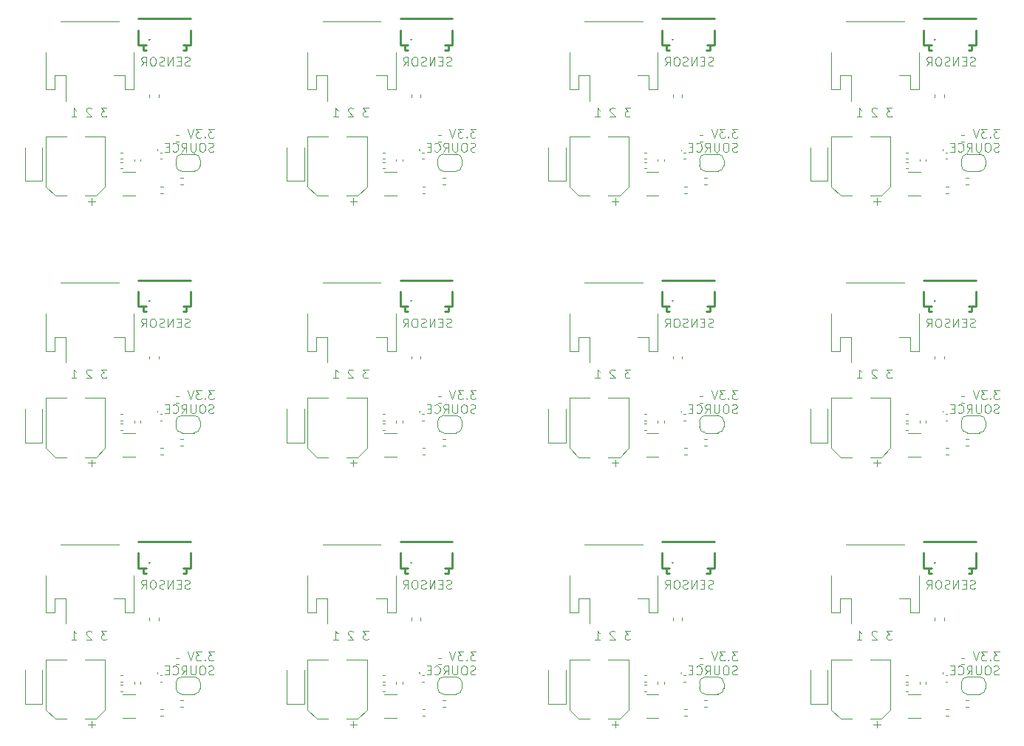
<source format=gbo>
G04 #@! TF.GenerationSoftware,KiCad,Pcbnew,9.0.1-9.0.1-0~ubuntu24.04.1*
G04 #@! TF.CreationDate,2025-04-05T17:47:22+02:00*
G04 #@! TF.ProjectId,panel,70616e65-6c2e-46b6-9963-61645f706362,rev?*
G04 #@! TF.SameCoordinates,Original*
G04 #@! TF.FileFunction,Legend,Bot*
G04 #@! TF.FilePolarity,Positive*
%FSLAX46Y46*%
G04 Gerber Fmt 4.6, Leading zero omitted, Abs format (unit mm)*
G04 Created by KiCad (PCBNEW 9.0.1-9.0.1-0~ubuntu24.04.1) date 2025-04-05 17:47:22*
%MOMM*%
%LPD*%
G01*
G04 APERTURE LIST*
%ADD10C,0.100000*%
%ADD11C,0.120000*%
%ADD12C,0.254000*%
%ADD13C,0.000000*%
G04 APERTURE END LIST*
D10*
X33156669Y-84331804D02*
X32537622Y-84331804D01*
X32537622Y-84331804D02*
X32870955Y-84712756D01*
X32870955Y-84712756D02*
X32728098Y-84712756D01*
X32728098Y-84712756D02*
X32632860Y-84760375D01*
X32632860Y-84760375D02*
X32585241Y-84807994D01*
X32585241Y-84807994D02*
X32537622Y-84903232D01*
X32537622Y-84903232D02*
X32537622Y-85141327D01*
X32537622Y-85141327D02*
X32585241Y-85236565D01*
X32585241Y-85236565D02*
X32632860Y-85284185D01*
X32632860Y-85284185D02*
X32728098Y-85331804D01*
X32728098Y-85331804D02*
X33013812Y-85331804D01*
X33013812Y-85331804D02*
X33109050Y-85284185D01*
X33109050Y-85284185D02*
X33156669Y-85236565D01*
X32109050Y-85236565D02*
X32061431Y-85284185D01*
X32061431Y-85284185D02*
X32109050Y-85331804D01*
X32109050Y-85331804D02*
X32156669Y-85284185D01*
X32156669Y-85284185D02*
X32109050Y-85236565D01*
X32109050Y-85236565D02*
X32109050Y-85331804D01*
X31728098Y-84331804D02*
X31109051Y-84331804D01*
X31109051Y-84331804D02*
X31442384Y-84712756D01*
X31442384Y-84712756D02*
X31299527Y-84712756D01*
X31299527Y-84712756D02*
X31204289Y-84760375D01*
X31204289Y-84760375D02*
X31156670Y-84807994D01*
X31156670Y-84807994D02*
X31109051Y-84903232D01*
X31109051Y-84903232D02*
X31109051Y-85141327D01*
X31109051Y-85141327D02*
X31156670Y-85236565D01*
X31156670Y-85236565D02*
X31204289Y-85284185D01*
X31204289Y-85284185D02*
X31299527Y-85331804D01*
X31299527Y-85331804D02*
X31585241Y-85331804D01*
X31585241Y-85331804D02*
X31680479Y-85284185D01*
X31680479Y-85284185D02*
X31728098Y-85236565D01*
X30823336Y-84331804D02*
X30490003Y-85331804D01*
X30490003Y-85331804D02*
X30156670Y-84331804D01*
X33109050Y-86894129D02*
X32966193Y-86941748D01*
X32966193Y-86941748D02*
X32728098Y-86941748D01*
X32728098Y-86941748D02*
X32632860Y-86894129D01*
X32632860Y-86894129D02*
X32585241Y-86846509D01*
X32585241Y-86846509D02*
X32537622Y-86751271D01*
X32537622Y-86751271D02*
X32537622Y-86656033D01*
X32537622Y-86656033D02*
X32585241Y-86560795D01*
X32585241Y-86560795D02*
X32632860Y-86513176D01*
X32632860Y-86513176D02*
X32728098Y-86465557D01*
X32728098Y-86465557D02*
X32918574Y-86417938D01*
X32918574Y-86417938D02*
X33013812Y-86370319D01*
X33013812Y-86370319D02*
X33061431Y-86322700D01*
X33061431Y-86322700D02*
X33109050Y-86227462D01*
X33109050Y-86227462D02*
X33109050Y-86132224D01*
X33109050Y-86132224D02*
X33061431Y-86036986D01*
X33061431Y-86036986D02*
X33013812Y-85989367D01*
X33013812Y-85989367D02*
X32918574Y-85941748D01*
X32918574Y-85941748D02*
X32680479Y-85941748D01*
X32680479Y-85941748D02*
X32537622Y-85989367D01*
X31918574Y-85941748D02*
X31728098Y-85941748D01*
X31728098Y-85941748D02*
X31632860Y-85989367D01*
X31632860Y-85989367D02*
X31537622Y-86084605D01*
X31537622Y-86084605D02*
X31490003Y-86275081D01*
X31490003Y-86275081D02*
X31490003Y-86608414D01*
X31490003Y-86608414D02*
X31537622Y-86798890D01*
X31537622Y-86798890D02*
X31632860Y-86894129D01*
X31632860Y-86894129D02*
X31728098Y-86941748D01*
X31728098Y-86941748D02*
X31918574Y-86941748D01*
X31918574Y-86941748D02*
X32013812Y-86894129D01*
X32013812Y-86894129D02*
X32109050Y-86798890D01*
X32109050Y-86798890D02*
X32156669Y-86608414D01*
X32156669Y-86608414D02*
X32156669Y-86275081D01*
X32156669Y-86275081D02*
X32109050Y-86084605D01*
X32109050Y-86084605D02*
X32013812Y-85989367D01*
X32013812Y-85989367D02*
X31918574Y-85941748D01*
X31061431Y-85941748D02*
X31061431Y-86751271D01*
X31061431Y-86751271D02*
X31013812Y-86846509D01*
X31013812Y-86846509D02*
X30966193Y-86894129D01*
X30966193Y-86894129D02*
X30870955Y-86941748D01*
X30870955Y-86941748D02*
X30680479Y-86941748D01*
X30680479Y-86941748D02*
X30585241Y-86894129D01*
X30585241Y-86894129D02*
X30537622Y-86846509D01*
X30537622Y-86846509D02*
X30490003Y-86751271D01*
X30490003Y-86751271D02*
X30490003Y-85941748D01*
X29442384Y-86941748D02*
X29775717Y-86465557D01*
X30013812Y-86941748D02*
X30013812Y-85941748D01*
X30013812Y-85941748D02*
X29632860Y-85941748D01*
X29632860Y-85941748D02*
X29537622Y-85989367D01*
X29537622Y-85989367D02*
X29490003Y-86036986D01*
X29490003Y-86036986D02*
X29442384Y-86132224D01*
X29442384Y-86132224D02*
X29442384Y-86275081D01*
X29442384Y-86275081D02*
X29490003Y-86370319D01*
X29490003Y-86370319D02*
X29537622Y-86417938D01*
X29537622Y-86417938D02*
X29632860Y-86465557D01*
X29632860Y-86465557D02*
X30013812Y-86465557D01*
X28442384Y-86846509D02*
X28490003Y-86894129D01*
X28490003Y-86894129D02*
X28632860Y-86941748D01*
X28632860Y-86941748D02*
X28728098Y-86941748D01*
X28728098Y-86941748D02*
X28870955Y-86894129D01*
X28870955Y-86894129D02*
X28966193Y-86798890D01*
X28966193Y-86798890D02*
X29013812Y-86703652D01*
X29013812Y-86703652D02*
X29061431Y-86513176D01*
X29061431Y-86513176D02*
X29061431Y-86370319D01*
X29061431Y-86370319D02*
X29013812Y-86179843D01*
X29013812Y-86179843D02*
X28966193Y-86084605D01*
X28966193Y-86084605D02*
X28870955Y-85989367D01*
X28870955Y-85989367D02*
X28728098Y-85941748D01*
X28728098Y-85941748D02*
X28632860Y-85941748D01*
X28632860Y-85941748D02*
X28490003Y-85989367D01*
X28490003Y-85989367D02*
X28442384Y-86036986D01*
X28013812Y-86417938D02*
X27680479Y-86417938D01*
X27537622Y-86941748D02*
X28013812Y-86941748D01*
X28013812Y-86941748D02*
X28013812Y-85941748D01*
X28013812Y-85941748D02*
X27537622Y-85941748D01*
X20863069Y-21928548D02*
X20244022Y-21928548D01*
X20244022Y-21928548D02*
X20577355Y-22309500D01*
X20577355Y-22309500D02*
X20434498Y-22309500D01*
X20434498Y-22309500D02*
X20339260Y-22357119D01*
X20339260Y-22357119D02*
X20291641Y-22404738D01*
X20291641Y-22404738D02*
X20244022Y-22499976D01*
X20244022Y-22499976D02*
X20244022Y-22738071D01*
X20244022Y-22738071D02*
X20291641Y-22833309D01*
X20291641Y-22833309D02*
X20339260Y-22880929D01*
X20339260Y-22880929D02*
X20434498Y-22928548D01*
X20434498Y-22928548D02*
X20720212Y-22928548D01*
X20720212Y-22928548D02*
X20815450Y-22880929D01*
X20815450Y-22880929D02*
X20863069Y-22833309D01*
X19101164Y-22023786D02*
X19053545Y-21976167D01*
X19053545Y-21976167D02*
X18958307Y-21928548D01*
X18958307Y-21928548D02*
X18720212Y-21928548D01*
X18720212Y-21928548D02*
X18624974Y-21976167D01*
X18624974Y-21976167D02*
X18577355Y-22023786D01*
X18577355Y-22023786D02*
X18529736Y-22119024D01*
X18529736Y-22119024D02*
X18529736Y-22214262D01*
X18529736Y-22214262D02*
X18577355Y-22357119D01*
X18577355Y-22357119D02*
X19148783Y-22928548D01*
X19148783Y-22928548D02*
X18529736Y-22928548D01*
X16815450Y-22928548D02*
X17386878Y-22928548D01*
X17101164Y-22928548D02*
X17101164Y-21928548D01*
X17101164Y-21928548D02*
X17196402Y-22071405D01*
X17196402Y-22071405D02*
X17291640Y-22166643D01*
X17291640Y-22166643D02*
X17386878Y-22214262D01*
X120365850Y-17038929D02*
X120222993Y-17086548D01*
X120222993Y-17086548D02*
X119984898Y-17086548D01*
X119984898Y-17086548D02*
X119889660Y-17038929D01*
X119889660Y-17038929D02*
X119842041Y-16991309D01*
X119842041Y-16991309D02*
X119794422Y-16896071D01*
X119794422Y-16896071D02*
X119794422Y-16800833D01*
X119794422Y-16800833D02*
X119842041Y-16705595D01*
X119842041Y-16705595D02*
X119889660Y-16657976D01*
X119889660Y-16657976D02*
X119984898Y-16610357D01*
X119984898Y-16610357D02*
X120175374Y-16562738D01*
X120175374Y-16562738D02*
X120270612Y-16515119D01*
X120270612Y-16515119D02*
X120318231Y-16467500D01*
X120318231Y-16467500D02*
X120365850Y-16372262D01*
X120365850Y-16372262D02*
X120365850Y-16277024D01*
X120365850Y-16277024D02*
X120318231Y-16181786D01*
X120318231Y-16181786D02*
X120270612Y-16134167D01*
X120270612Y-16134167D02*
X120175374Y-16086548D01*
X120175374Y-16086548D02*
X119937279Y-16086548D01*
X119937279Y-16086548D02*
X119794422Y-16134167D01*
X119365850Y-16562738D02*
X119032517Y-16562738D01*
X118889660Y-17086548D02*
X119365850Y-17086548D01*
X119365850Y-17086548D02*
X119365850Y-16086548D01*
X119365850Y-16086548D02*
X118889660Y-16086548D01*
X118461088Y-17086548D02*
X118461088Y-16086548D01*
X118461088Y-16086548D02*
X117889660Y-17086548D01*
X117889660Y-17086548D02*
X117889660Y-16086548D01*
X117461088Y-17038929D02*
X117318231Y-17086548D01*
X117318231Y-17086548D02*
X117080136Y-17086548D01*
X117080136Y-17086548D02*
X116984898Y-17038929D01*
X116984898Y-17038929D02*
X116937279Y-16991309D01*
X116937279Y-16991309D02*
X116889660Y-16896071D01*
X116889660Y-16896071D02*
X116889660Y-16800833D01*
X116889660Y-16800833D02*
X116937279Y-16705595D01*
X116937279Y-16705595D02*
X116984898Y-16657976D01*
X116984898Y-16657976D02*
X117080136Y-16610357D01*
X117080136Y-16610357D02*
X117270612Y-16562738D01*
X117270612Y-16562738D02*
X117365850Y-16515119D01*
X117365850Y-16515119D02*
X117413469Y-16467500D01*
X117413469Y-16467500D02*
X117461088Y-16372262D01*
X117461088Y-16372262D02*
X117461088Y-16277024D01*
X117461088Y-16277024D02*
X117413469Y-16181786D01*
X117413469Y-16181786D02*
X117365850Y-16134167D01*
X117365850Y-16134167D02*
X117270612Y-16086548D01*
X117270612Y-16086548D02*
X117032517Y-16086548D01*
X117032517Y-16086548D02*
X116889660Y-16134167D01*
X116270612Y-16086548D02*
X116080136Y-16086548D01*
X116080136Y-16086548D02*
X115984898Y-16134167D01*
X115984898Y-16134167D02*
X115889660Y-16229405D01*
X115889660Y-16229405D02*
X115842041Y-16419881D01*
X115842041Y-16419881D02*
X115842041Y-16753214D01*
X115842041Y-16753214D02*
X115889660Y-16943690D01*
X115889660Y-16943690D02*
X115984898Y-17038929D01*
X115984898Y-17038929D02*
X116080136Y-17086548D01*
X116080136Y-17086548D02*
X116270612Y-17086548D01*
X116270612Y-17086548D02*
X116365850Y-17038929D01*
X116365850Y-17038929D02*
X116461088Y-16943690D01*
X116461088Y-16943690D02*
X116508707Y-16753214D01*
X116508707Y-16753214D02*
X116508707Y-16419881D01*
X116508707Y-16419881D02*
X116461088Y-16229405D01*
X116461088Y-16229405D02*
X116365850Y-16134167D01*
X116365850Y-16134167D02*
X116270612Y-16086548D01*
X114842041Y-17086548D02*
X115175374Y-16610357D01*
X115413469Y-17086548D02*
X115413469Y-16086548D01*
X115413469Y-16086548D02*
X115032517Y-16086548D01*
X115032517Y-16086548D02*
X114937279Y-16134167D01*
X114937279Y-16134167D02*
X114889660Y-16181786D01*
X114889660Y-16181786D02*
X114842041Y-16277024D01*
X114842041Y-16277024D02*
X114842041Y-16419881D01*
X114842041Y-16419881D02*
X114889660Y-16515119D01*
X114889660Y-16515119D02*
X114937279Y-16562738D01*
X114937279Y-16562738D02*
X115032517Y-16610357D01*
X115032517Y-16610357D02*
X115413469Y-16610357D01*
X50863069Y-21928548D02*
X50244022Y-21928548D01*
X50244022Y-21928548D02*
X50577355Y-22309500D01*
X50577355Y-22309500D02*
X50434498Y-22309500D01*
X50434498Y-22309500D02*
X50339260Y-22357119D01*
X50339260Y-22357119D02*
X50291641Y-22404738D01*
X50291641Y-22404738D02*
X50244022Y-22499976D01*
X50244022Y-22499976D02*
X50244022Y-22738071D01*
X50244022Y-22738071D02*
X50291641Y-22833309D01*
X50291641Y-22833309D02*
X50339260Y-22880929D01*
X50339260Y-22880929D02*
X50434498Y-22928548D01*
X50434498Y-22928548D02*
X50720212Y-22928548D01*
X50720212Y-22928548D02*
X50815450Y-22880929D01*
X50815450Y-22880929D02*
X50863069Y-22833309D01*
X49101164Y-22023786D02*
X49053545Y-21976167D01*
X49053545Y-21976167D02*
X48958307Y-21928548D01*
X48958307Y-21928548D02*
X48720212Y-21928548D01*
X48720212Y-21928548D02*
X48624974Y-21976167D01*
X48624974Y-21976167D02*
X48577355Y-22023786D01*
X48577355Y-22023786D02*
X48529736Y-22119024D01*
X48529736Y-22119024D02*
X48529736Y-22214262D01*
X48529736Y-22214262D02*
X48577355Y-22357119D01*
X48577355Y-22357119D02*
X49148783Y-22928548D01*
X49148783Y-22928548D02*
X48529736Y-22928548D01*
X46815450Y-22928548D02*
X47386878Y-22928548D01*
X47101164Y-22928548D02*
X47101164Y-21928548D01*
X47101164Y-21928548D02*
X47196402Y-22071405D01*
X47196402Y-22071405D02*
X47291640Y-22166643D01*
X47291640Y-22166643D02*
X47386878Y-22214262D01*
X90365850Y-77038929D02*
X90222993Y-77086548D01*
X90222993Y-77086548D02*
X89984898Y-77086548D01*
X89984898Y-77086548D02*
X89889660Y-77038929D01*
X89889660Y-77038929D02*
X89842041Y-76991309D01*
X89842041Y-76991309D02*
X89794422Y-76896071D01*
X89794422Y-76896071D02*
X89794422Y-76800833D01*
X89794422Y-76800833D02*
X89842041Y-76705595D01*
X89842041Y-76705595D02*
X89889660Y-76657976D01*
X89889660Y-76657976D02*
X89984898Y-76610357D01*
X89984898Y-76610357D02*
X90175374Y-76562738D01*
X90175374Y-76562738D02*
X90270612Y-76515119D01*
X90270612Y-76515119D02*
X90318231Y-76467500D01*
X90318231Y-76467500D02*
X90365850Y-76372262D01*
X90365850Y-76372262D02*
X90365850Y-76277024D01*
X90365850Y-76277024D02*
X90318231Y-76181786D01*
X90318231Y-76181786D02*
X90270612Y-76134167D01*
X90270612Y-76134167D02*
X90175374Y-76086548D01*
X90175374Y-76086548D02*
X89937279Y-76086548D01*
X89937279Y-76086548D02*
X89794422Y-76134167D01*
X89365850Y-76562738D02*
X89032517Y-76562738D01*
X88889660Y-77086548D02*
X89365850Y-77086548D01*
X89365850Y-77086548D02*
X89365850Y-76086548D01*
X89365850Y-76086548D02*
X88889660Y-76086548D01*
X88461088Y-77086548D02*
X88461088Y-76086548D01*
X88461088Y-76086548D02*
X87889660Y-77086548D01*
X87889660Y-77086548D02*
X87889660Y-76086548D01*
X87461088Y-77038929D02*
X87318231Y-77086548D01*
X87318231Y-77086548D02*
X87080136Y-77086548D01*
X87080136Y-77086548D02*
X86984898Y-77038929D01*
X86984898Y-77038929D02*
X86937279Y-76991309D01*
X86937279Y-76991309D02*
X86889660Y-76896071D01*
X86889660Y-76896071D02*
X86889660Y-76800833D01*
X86889660Y-76800833D02*
X86937279Y-76705595D01*
X86937279Y-76705595D02*
X86984898Y-76657976D01*
X86984898Y-76657976D02*
X87080136Y-76610357D01*
X87080136Y-76610357D02*
X87270612Y-76562738D01*
X87270612Y-76562738D02*
X87365850Y-76515119D01*
X87365850Y-76515119D02*
X87413469Y-76467500D01*
X87413469Y-76467500D02*
X87461088Y-76372262D01*
X87461088Y-76372262D02*
X87461088Y-76277024D01*
X87461088Y-76277024D02*
X87413469Y-76181786D01*
X87413469Y-76181786D02*
X87365850Y-76134167D01*
X87365850Y-76134167D02*
X87270612Y-76086548D01*
X87270612Y-76086548D02*
X87032517Y-76086548D01*
X87032517Y-76086548D02*
X86889660Y-76134167D01*
X86270612Y-76086548D02*
X86080136Y-76086548D01*
X86080136Y-76086548D02*
X85984898Y-76134167D01*
X85984898Y-76134167D02*
X85889660Y-76229405D01*
X85889660Y-76229405D02*
X85842041Y-76419881D01*
X85842041Y-76419881D02*
X85842041Y-76753214D01*
X85842041Y-76753214D02*
X85889660Y-76943690D01*
X85889660Y-76943690D02*
X85984898Y-77038929D01*
X85984898Y-77038929D02*
X86080136Y-77086548D01*
X86080136Y-77086548D02*
X86270612Y-77086548D01*
X86270612Y-77086548D02*
X86365850Y-77038929D01*
X86365850Y-77038929D02*
X86461088Y-76943690D01*
X86461088Y-76943690D02*
X86508707Y-76753214D01*
X86508707Y-76753214D02*
X86508707Y-76419881D01*
X86508707Y-76419881D02*
X86461088Y-76229405D01*
X86461088Y-76229405D02*
X86365850Y-76134167D01*
X86365850Y-76134167D02*
X86270612Y-76086548D01*
X84842041Y-77086548D02*
X85175374Y-76610357D01*
X85413469Y-77086548D02*
X85413469Y-76086548D01*
X85413469Y-76086548D02*
X85032517Y-76086548D01*
X85032517Y-76086548D02*
X84937279Y-76134167D01*
X84937279Y-76134167D02*
X84889660Y-76181786D01*
X84889660Y-76181786D02*
X84842041Y-76277024D01*
X84842041Y-76277024D02*
X84842041Y-76419881D01*
X84842041Y-76419881D02*
X84889660Y-76515119D01*
X84889660Y-76515119D02*
X84937279Y-76562738D01*
X84937279Y-76562738D02*
X85032517Y-76610357D01*
X85032517Y-76610357D02*
X85413469Y-76610357D01*
X123156669Y-54331804D02*
X122537622Y-54331804D01*
X122537622Y-54331804D02*
X122870955Y-54712756D01*
X122870955Y-54712756D02*
X122728098Y-54712756D01*
X122728098Y-54712756D02*
X122632860Y-54760375D01*
X122632860Y-54760375D02*
X122585241Y-54807994D01*
X122585241Y-54807994D02*
X122537622Y-54903232D01*
X122537622Y-54903232D02*
X122537622Y-55141327D01*
X122537622Y-55141327D02*
X122585241Y-55236565D01*
X122585241Y-55236565D02*
X122632860Y-55284185D01*
X122632860Y-55284185D02*
X122728098Y-55331804D01*
X122728098Y-55331804D02*
X123013812Y-55331804D01*
X123013812Y-55331804D02*
X123109050Y-55284185D01*
X123109050Y-55284185D02*
X123156669Y-55236565D01*
X122109050Y-55236565D02*
X122061431Y-55284185D01*
X122061431Y-55284185D02*
X122109050Y-55331804D01*
X122109050Y-55331804D02*
X122156669Y-55284185D01*
X122156669Y-55284185D02*
X122109050Y-55236565D01*
X122109050Y-55236565D02*
X122109050Y-55331804D01*
X121728098Y-54331804D02*
X121109051Y-54331804D01*
X121109051Y-54331804D02*
X121442384Y-54712756D01*
X121442384Y-54712756D02*
X121299527Y-54712756D01*
X121299527Y-54712756D02*
X121204289Y-54760375D01*
X121204289Y-54760375D02*
X121156670Y-54807994D01*
X121156670Y-54807994D02*
X121109051Y-54903232D01*
X121109051Y-54903232D02*
X121109051Y-55141327D01*
X121109051Y-55141327D02*
X121156670Y-55236565D01*
X121156670Y-55236565D02*
X121204289Y-55284185D01*
X121204289Y-55284185D02*
X121299527Y-55331804D01*
X121299527Y-55331804D02*
X121585241Y-55331804D01*
X121585241Y-55331804D02*
X121680479Y-55284185D01*
X121680479Y-55284185D02*
X121728098Y-55236565D01*
X120823336Y-54331804D02*
X120490003Y-55331804D01*
X120490003Y-55331804D02*
X120156670Y-54331804D01*
X123109050Y-56894129D02*
X122966193Y-56941748D01*
X122966193Y-56941748D02*
X122728098Y-56941748D01*
X122728098Y-56941748D02*
X122632860Y-56894129D01*
X122632860Y-56894129D02*
X122585241Y-56846509D01*
X122585241Y-56846509D02*
X122537622Y-56751271D01*
X122537622Y-56751271D02*
X122537622Y-56656033D01*
X122537622Y-56656033D02*
X122585241Y-56560795D01*
X122585241Y-56560795D02*
X122632860Y-56513176D01*
X122632860Y-56513176D02*
X122728098Y-56465557D01*
X122728098Y-56465557D02*
X122918574Y-56417938D01*
X122918574Y-56417938D02*
X123013812Y-56370319D01*
X123013812Y-56370319D02*
X123061431Y-56322700D01*
X123061431Y-56322700D02*
X123109050Y-56227462D01*
X123109050Y-56227462D02*
X123109050Y-56132224D01*
X123109050Y-56132224D02*
X123061431Y-56036986D01*
X123061431Y-56036986D02*
X123013812Y-55989367D01*
X123013812Y-55989367D02*
X122918574Y-55941748D01*
X122918574Y-55941748D02*
X122680479Y-55941748D01*
X122680479Y-55941748D02*
X122537622Y-55989367D01*
X121918574Y-55941748D02*
X121728098Y-55941748D01*
X121728098Y-55941748D02*
X121632860Y-55989367D01*
X121632860Y-55989367D02*
X121537622Y-56084605D01*
X121537622Y-56084605D02*
X121490003Y-56275081D01*
X121490003Y-56275081D02*
X121490003Y-56608414D01*
X121490003Y-56608414D02*
X121537622Y-56798890D01*
X121537622Y-56798890D02*
X121632860Y-56894129D01*
X121632860Y-56894129D02*
X121728098Y-56941748D01*
X121728098Y-56941748D02*
X121918574Y-56941748D01*
X121918574Y-56941748D02*
X122013812Y-56894129D01*
X122013812Y-56894129D02*
X122109050Y-56798890D01*
X122109050Y-56798890D02*
X122156669Y-56608414D01*
X122156669Y-56608414D02*
X122156669Y-56275081D01*
X122156669Y-56275081D02*
X122109050Y-56084605D01*
X122109050Y-56084605D02*
X122013812Y-55989367D01*
X122013812Y-55989367D02*
X121918574Y-55941748D01*
X121061431Y-55941748D02*
X121061431Y-56751271D01*
X121061431Y-56751271D02*
X121013812Y-56846509D01*
X121013812Y-56846509D02*
X120966193Y-56894129D01*
X120966193Y-56894129D02*
X120870955Y-56941748D01*
X120870955Y-56941748D02*
X120680479Y-56941748D01*
X120680479Y-56941748D02*
X120585241Y-56894129D01*
X120585241Y-56894129D02*
X120537622Y-56846509D01*
X120537622Y-56846509D02*
X120490003Y-56751271D01*
X120490003Y-56751271D02*
X120490003Y-55941748D01*
X119442384Y-56941748D02*
X119775717Y-56465557D01*
X120013812Y-56941748D02*
X120013812Y-55941748D01*
X120013812Y-55941748D02*
X119632860Y-55941748D01*
X119632860Y-55941748D02*
X119537622Y-55989367D01*
X119537622Y-55989367D02*
X119490003Y-56036986D01*
X119490003Y-56036986D02*
X119442384Y-56132224D01*
X119442384Y-56132224D02*
X119442384Y-56275081D01*
X119442384Y-56275081D02*
X119490003Y-56370319D01*
X119490003Y-56370319D02*
X119537622Y-56417938D01*
X119537622Y-56417938D02*
X119632860Y-56465557D01*
X119632860Y-56465557D02*
X120013812Y-56465557D01*
X118442384Y-56846509D02*
X118490003Y-56894129D01*
X118490003Y-56894129D02*
X118632860Y-56941748D01*
X118632860Y-56941748D02*
X118728098Y-56941748D01*
X118728098Y-56941748D02*
X118870955Y-56894129D01*
X118870955Y-56894129D02*
X118966193Y-56798890D01*
X118966193Y-56798890D02*
X119013812Y-56703652D01*
X119013812Y-56703652D02*
X119061431Y-56513176D01*
X119061431Y-56513176D02*
X119061431Y-56370319D01*
X119061431Y-56370319D02*
X119013812Y-56179843D01*
X119013812Y-56179843D02*
X118966193Y-56084605D01*
X118966193Y-56084605D02*
X118870955Y-55989367D01*
X118870955Y-55989367D02*
X118728098Y-55941748D01*
X118728098Y-55941748D02*
X118632860Y-55941748D01*
X118632860Y-55941748D02*
X118490003Y-55989367D01*
X118490003Y-55989367D02*
X118442384Y-56036986D01*
X118013812Y-56417938D02*
X117680479Y-56417938D01*
X117537622Y-56941748D02*
X118013812Y-56941748D01*
X118013812Y-56941748D02*
X118013812Y-55941748D01*
X118013812Y-55941748D02*
X117537622Y-55941748D01*
X30365850Y-17038929D02*
X30222993Y-17086548D01*
X30222993Y-17086548D02*
X29984898Y-17086548D01*
X29984898Y-17086548D02*
X29889660Y-17038929D01*
X29889660Y-17038929D02*
X29842041Y-16991309D01*
X29842041Y-16991309D02*
X29794422Y-16896071D01*
X29794422Y-16896071D02*
X29794422Y-16800833D01*
X29794422Y-16800833D02*
X29842041Y-16705595D01*
X29842041Y-16705595D02*
X29889660Y-16657976D01*
X29889660Y-16657976D02*
X29984898Y-16610357D01*
X29984898Y-16610357D02*
X30175374Y-16562738D01*
X30175374Y-16562738D02*
X30270612Y-16515119D01*
X30270612Y-16515119D02*
X30318231Y-16467500D01*
X30318231Y-16467500D02*
X30365850Y-16372262D01*
X30365850Y-16372262D02*
X30365850Y-16277024D01*
X30365850Y-16277024D02*
X30318231Y-16181786D01*
X30318231Y-16181786D02*
X30270612Y-16134167D01*
X30270612Y-16134167D02*
X30175374Y-16086548D01*
X30175374Y-16086548D02*
X29937279Y-16086548D01*
X29937279Y-16086548D02*
X29794422Y-16134167D01*
X29365850Y-16562738D02*
X29032517Y-16562738D01*
X28889660Y-17086548D02*
X29365850Y-17086548D01*
X29365850Y-17086548D02*
X29365850Y-16086548D01*
X29365850Y-16086548D02*
X28889660Y-16086548D01*
X28461088Y-17086548D02*
X28461088Y-16086548D01*
X28461088Y-16086548D02*
X27889660Y-17086548D01*
X27889660Y-17086548D02*
X27889660Y-16086548D01*
X27461088Y-17038929D02*
X27318231Y-17086548D01*
X27318231Y-17086548D02*
X27080136Y-17086548D01*
X27080136Y-17086548D02*
X26984898Y-17038929D01*
X26984898Y-17038929D02*
X26937279Y-16991309D01*
X26937279Y-16991309D02*
X26889660Y-16896071D01*
X26889660Y-16896071D02*
X26889660Y-16800833D01*
X26889660Y-16800833D02*
X26937279Y-16705595D01*
X26937279Y-16705595D02*
X26984898Y-16657976D01*
X26984898Y-16657976D02*
X27080136Y-16610357D01*
X27080136Y-16610357D02*
X27270612Y-16562738D01*
X27270612Y-16562738D02*
X27365850Y-16515119D01*
X27365850Y-16515119D02*
X27413469Y-16467500D01*
X27413469Y-16467500D02*
X27461088Y-16372262D01*
X27461088Y-16372262D02*
X27461088Y-16277024D01*
X27461088Y-16277024D02*
X27413469Y-16181786D01*
X27413469Y-16181786D02*
X27365850Y-16134167D01*
X27365850Y-16134167D02*
X27270612Y-16086548D01*
X27270612Y-16086548D02*
X27032517Y-16086548D01*
X27032517Y-16086548D02*
X26889660Y-16134167D01*
X26270612Y-16086548D02*
X26080136Y-16086548D01*
X26080136Y-16086548D02*
X25984898Y-16134167D01*
X25984898Y-16134167D02*
X25889660Y-16229405D01*
X25889660Y-16229405D02*
X25842041Y-16419881D01*
X25842041Y-16419881D02*
X25842041Y-16753214D01*
X25842041Y-16753214D02*
X25889660Y-16943690D01*
X25889660Y-16943690D02*
X25984898Y-17038929D01*
X25984898Y-17038929D02*
X26080136Y-17086548D01*
X26080136Y-17086548D02*
X26270612Y-17086548D01*
X26270612Y-17086548D02*
X26365850Y-17038929D01*
X26365850Y-17038929D02*
X26461088Y-16943690D01*
X26461088Y-16943690D02*
X26508707Y-16753214D01*
X26508707Y-16753214D02*
X26508707Y-16419881D01*
X26508707Y-16419881D02*
X26461088Y-16229405D01*
X26461088Y-16229405D02*
X26365850Y-16134167D01*
X26365850Y-16134167D02*
X26270612Y-16086548D01*
X24842041Y-17086548D02*
X25175374Y-16610357D01*
X25413469Y-17086548D02*
X25413469Y-16086548D01*
X25413469Y-16086548D02*
X25032517Y-16086548D01*
X25032517Y-16086548D02*
X24937279Y-16134167D01*
X24937279Y-16134167D02*
X24889660Y-16181786D01*
X24889660Y-16181786D02*
X24842041Y-16277024D01*
X24842041Y-16277024D02*
X24842041Y-16419881D01*
X24842041Y-16419881D02*
X24889660Y-16515119D01*
X24889660Y-16515119D02*
X24937279Y-16562738D01*
X24937279Y-16562738D02*
X25032517Y-16610357D01*
X25032517Y-16610357D02*
X25413469Y-16610357D01*
X63156669Y-84331804D02*
X62537622Y-84331804D01*
X62537622Y-84331804D02*
X62870955Y-84712756D01*
X62870955Y-84712756D02*
X62728098Y-84712756D01*
X62728098Y-84712756D02*
X62632860Y-84760375D01*
X62632860Y-84760375D02*
X62585241Y-84807994D01*
X62585241Y-84807994D02*
X62537622Y-84903232D01*
X62537622Y-84903232D02*
X62537622Y-85141327D01*
X62537622Y-85141327D02*
X62585241Y-85236565D01*
X62585241Y-85236565D02*
X62632860Y-85284185D01*
X62632860Y-85284185D02*
X62728098Y-85331804D01*
X62728098Y-85331804D02*
X63013812Y-85331804D01*
X63013812Y-85331804D02*
X63109050Y-85284185D01*
X63109050Y-85284185D02*
X63156669Y-85236565D01*
X62109050Y-85236565D02*
X62061431Y-85284185D01*
X62061431Y-85284185D02*
X62109050Y-85331804D01*
X62109050Y-85331804D02*
X62156669Y-85284185D01*
X62156669Y-85284185D02*
X62109050Y-85236565D01*
X62109050Y-85236565D02*
X62109050Y-85331804D01*
X61728098Y-84331804D02*
X61109051Y-84331804D01*
X61109051Y-84331804D02*
X61442384Y-84712756D01*
X61442384Y-84712756D02*
X61299527Y-84712756D01*
X61299527Y-84712756D02*
X61204289Y-84760375D01*
X61204289Y-84760375D02*
X61156670Y-84807994D01*
X61156670Y-84807994D02*
X61109051Y-84903232D01*
X61109051Y-84903232D02*
X61109051Y-85141327D01*
X61109051Y-85141327D02*
X61156670Y-85236565D01*
X61156670Y-85236565D02*
X61204289Y-85284185D01*
X61204289Y-85284185D02*
X61299527Y-85331804D01*
X61299527Y-85331804D02*
X61585241Y-85331804D01*
X61585241Y-85331804D02*
X61680479Y-85284185D01*
X61680479Y-85284185D02*
X61728098Y-85236565D01*
X60823336Y-84331804D02*
X60490003Y-85331804D01*
X60490003Y-85331804D02*
X60156670Y-84331804D01*
X63109050Y-86894129D02*
X62966193Y-86941748D01*
X62966193Y-86941748D02*
X62728098Y-86941748D01*
X62728098Y-86941748D02*
X62632860Y-86894129D01*
X62632860Y-86894129D02*
X62585241Y-86846509D01*
X62585241Y-86846509D02*
X62537622Y-86751271D01*
X62537622Y-86751271D02*
X62537622Y-86656033D01*
X62537622Y-86656033D02*
X62585241Y-86560795D01*
X62585241Y-86560795D02*
X62632860Y-86513176D01*
X62632860Y-86513176D02*
X62728098Y-86465557D01*
X62728098Y-86465557D02*
X62918574Y-86417938D01*
X62918574Y-86417938D02*
X63013812Y-86370319D01*
X63013812Y-86370319D02*
X63061431Y-86322700D01*
X63061431Y-86322700D02*
X63109050Y-86227462D01*
X63109050Y-86227462D02*
X63109050Y-86132224D01*
X63109050Y-86132224D02*
X63061431Y-86036986D01*
X63061431Y-86036986D02*
X63013812Y-85989367D01*
X63013812Y-85989367D02*
X62918574Y-85941748D01*
X62918574Y-85941748D02*
X62680479Y-85941748D01*
X62680479Y-85941748D02*
X62537622Y-85989367D01*
X61918574Y-85941748D02*
X61728098Y-85941748D01*
X61728098Y-85941748D02*
X61632860Y-85989367D01*
X61632860Y-85989367D02*
X61537622Y-86084605D01*
X61537622Y-86084605D02*
X61490003Y-86275081D01*
X61490003Y-86275081D02*
X61490003Y-86608414D01*
X61490003Y-86608414D02*
X61537622Y-86798890D01*
X61537622Y-86798890D02*
X61632860Y-86894129D01*
X61632860Y-86894129D02*
X61728098Y-86941748D01*
X61728098Y-86941748D02*
X61918574Y-86941748D01*
X61918574Y-86941748D02*
X62013812Y-86894129D01*
X62013812Y-86894129D02*
X62109050Y-86798890D01*
X62109050Y-86798890D02*
X62156669Y-86608414D01*
X62156669Y-86608414D02*
X62156669Y-86275081D01*
X62156669Y-86275081D02*
X62109050Y-86084605D01*
X62109050Y-86084605D02*
X62013812Y-85989367D01*
X62013812Y-85989367D02*
X61918574Y-85941748D01*
X61061431Y-85941748D02*
X61061431Y-86751271D01*
X61061431Y-86751271D02*
X61013812Y-86846509D01*
X61013812Y-86846509D02*
X60966193Y-86894129D01*
X60966193Y-86894129D02*
X60870955Y-86941748D01*
X60870955Y-86941748D02*
X60680479Y-86941748D01*
X60680479Y-86941748D02*
X60585241Y-86894129D01*
X60585241Y-86894129D02*
X60537622Y-86846509D01*
X60537622Y-86846509D02*
X60490003Y-86751271D01*
X60490003Y-86751271D02*
X60490003Y-85941748D01*
X59442384Y-86941748D02*
X59775717Y-86465557D01*
X60013812Y-86941748D02*
X60013812Y-85941748D01*
X60013812Y-85941748D02*
X59632860Y-85941748D01*
X59632860Y-85941748D02*
X59537622Y-85989367D01*
X59537622Y-85989367D02*
X59490003Y-86036986D01*
X59490003Y-86036986D02*
X59442384Y-86132224D01*
X59442384Y-86132224D02*
X59442384Y-86275081D01*
X59442384Y-86275081D02*
X59490003Y-86370319D01*
X59490003Y-86370319D02*
X59537622Y-86417938D01*
X59537622Y-86417938D02*
X59632860Y-86465557D01*
X59632860Y-86465557D02*
X60013812Y-86465557D01*
X58442384Y-86846509D02*
X58490003Y-86894129D01*
X58490003Y-86894129D02*
X58632860Y-86941748D01*
X58632860Y-86941748D02*
X58728098Y-86941748D01*
X58728098Y-86941748D02*
X58870955Y-86894129D01*
X58870955Y-86894129D02*
X58966193Y-86798890D01*
X58966193Y-86798890D02*
X59013812Y-86703652D01*
X59013812Y-86703652D02*
X59061431Y-86513176D01*
X59061431Y-86513176D02*
X59061431Y-86370319D01*
X59061431Y-86370319D02*
X59013812Y-86179843D01*
X59013812Y-86179843D02*
X58966193Y-86084605D01*
X58966193Y-86084605D02*
X58870955Y-85989367D01*
X58870955Y-85989367D02*
X58728098Y-85941748D01*
X58728098Y-85941748D02*
X58632860Y-85941748D01*
X58632860Y-85941748D02*
X58490003Y-85989367D01*
X58490003Y-85989367D02*
X58442384Y-86036986D01*
X58013812Y-86417938D02*
X57680479Y-86417938D01*
X57537622Y-86941748D02*
X58013812Y-86941748D01*
X58013812Y-86941748D02*
X58013812Y-85941748D01*
X58013812Y-85941748D02*
X57537622Y-85941748D01*
X123156669Y-24331804D02*
X122537622Y-24331804D01*
X122537622Y-24331804D02*
X122870955Y-24712756D01*
X122870955Y-24712756D02*
X122728098Y-24712756D01*
X122728098Y-24712756D02*
X122632860Y-24760375D01*
X122632860Y-24760375D02*
X122585241Y-24807994D01*
X122585241Y-24807994D02*
X122537622Y-24903232D01*
X122537622Y-24903232D02*
X122537622Y-25141327D01*
X122537622Y-25141327D02*
X122585241Y-25236565D01*
X122585241Y-25236565D02*
X122632860Y-25284185D01*
X122632860Y-25284185D02*
X122728098Y-25331804D01*
X122728098Y-25331804D02*
X123013812Y-25331804D01*
X123013812Y-25331804D02*
X123109050Y-25284185D01*
X123109050Y-25284185D02*
X123156669Y-25236565D01*
X122109050Y-25236565D02*
X122061431Y-25284185D01*
X122061431Y-25284185D02*
X122109050Y-25331804D01*
X122109050Y-25331804D02*
X122156669Y-25284185D01*
X122156669Y-25284185D02*
X122109050Y-25236565D01*
X122109050Y-25236565D02*
X122109050Y-25331804D01*
X121728098Y-24331804D02*
X121109051Y-24331804D01*
X121109051Y-24331804D02*
X121442384Y-24712756D01*
X121442384Y-24712756D02*
X121299527Y-24712756D01*
X121299527Y-24712756D02*
X121204289Y-24760375D01*
X121204289Y-24760375D02*
X121156670Y-24807994D01*
X121156670Y-24807994D02*
X121109051Y-24903232D01*
X121109051Y-24903232D02*
X121109051Y-25141327D01*
X121109051Y-25141327D02*
X121156670Y-25236565D01*
X121156670Y-25236565D02*
X121204289Y-25284185D01*
X121204289Y-25284185D02*
X121299527Y-25331804D01*
X121299527Y-25331804D02*
X121585241Y-25331804D01*
X121585241Y-25331804D02*
X121680479Y-25284185D01*
X121680479Y-25284185D02*
X121728098Y-25236565D01*
X120823336Y-24331804D02*
X120490003Y-25331804D01*
X120490003Y-25331804D02*
X120156670Y-24331804D01*
X123109050Y-26894129D02*
X122966193Y-26941748D01*
X122966193Y-26941748D02*
X122728098Y-26941748D01*
X122728098Y-26941748D02*
X122632860Y-26894129D01*
X122632860Y-26894129D02*
X122585241Y-26846509D01*
X122585241Y-26846509D02*
X122537622Y-26751271D01*
X122537622Y-26751271D02*
X122537622Y-26656033D01*
X122537622Y-26656033D02*
X122585241Y-26560795D01*
X122585241Y-26560795D02*
X122632860Y-26513176D01*
X122632860Y-26513176D02*
X122728098Y-26465557D01*
X122728098Y-26465557D02*
X122918574Y-26417938D01*
X122918574Y-26417938D02*
X123013812Y-26370319D01*
X123013812Y-26370319D02*
X123061431Y-26322700D01*
X123061431Y-26322700D02*
X123109050Y-26227462D01*
X123109050Y-26227462D02*
X123109050Y-26132224D01*
X123109050Y-26132224D02*
X123061431Y-26036986D01*
X123061431Y-26036986D02*
X123013812Y-25989367D01*
X123013812Y-25989367D02*
X122918574Y-25941748D01*
X122918574Y-25941748D02*
X122680479Y-25941748D01*
X122680479Y-25941748D02*
X122537622Y-25989367D01*
X121918574Y-25941748D02*
X121728098Y-25941748D01*
X121728098Y-25941748D02*
X121632860Y-25989367D01*
X121632860Y-25989367D02*
X121537622Y-26084605D01*
X121537622Y-26084605D02*
X121490003Y-26275081D01*
X121490003Y-26275081D02*
X121490003Y-26608414D01*
X121490003Y-26608414D02*
X121537622Y-26798890D01*
X121537622Y-26798890D02*
X121632860Y-26894129D01*
X121632860Y-26894129D02*
X121728098Y-26941748D01*
X121728098Y-26941748D02*
X121918574Y-26941748D01*
X121918574Y-26941748D02*
X122013812Y-26894129D01*
X122013812Y-26894129D02*
X122109050Y-26798890D01*
X122109050Y-26798890D02*
X122156669Y-26608414D01*
X122156669Y-26608414D02*
X122156669Y-26275081D01*
X122156669Y-26275081D02*
X122109050Y-26084605D01*
X122109050Y-26084605D02*
X122013812Y-25989367D01*
X122013812Y-25989367D02*
X121918574Y-25941748D01*
X121061431Y-25941748D02*
X121061431Y-26751271D01*
X121061431Y-26751271D02*
X121013812Y-26846509D01*
X121013812Y-26846509D02*
X120966193Y-26894129D01*
X120966193Y-26894129D02*
X120870955Y-26941748D01*
X120870955Y-26941748D02*
X120680479Y-26941748D01*
X120680479Y-26941748D02*
X120585241Y-26894129D01*
X120585241Y-26894129D02*
X120537622Y-26846509D01*
X120537622Y-26846509D02*
X120490003Y-26751271D01*
X120490003Y-26751271D02*
X120490003Y-25941748D01*
X119442384Y-26941748D02*
X119775717Y-26465557D01*
X120013812Y-26941748D02*
X120013812Y-25941748D01*
X120013812Y-25941748D02*
X119632860Y-25941748D01*
X119632860Y-25941748D02*
X119537622Y-25989367D01*
X119537622Y-25989367D02*
X119490003Y-26036986D01*
X119490003Y-26036986D02*
X119442384Y-26132224D01*
X119442384Y-26132224D02*
X119442384Y-26275081D01*
X119442384Y-26275081D02*
X119490003Y-26370319D01*
X119490003Y-26370319D02*
X119537622Y-26417938D01*
X119537622Y-26417938D02*
X119632860Y-26465557D01*
X119632860Y-26465557D02*
X120013812Y-26465557D01*
X118442384Y-26846509D02*
X118490003Y-26894129D01*
X118490003Y-26894129D02*
X118632860Y-26941748D01*
X118632860Y-26941748D02*
X118728098Y-26941748D01*
X118728098Y-26941748D02*
X118870955Y-26894129D01*
X118870955Y-26894129D02*
X118966193Y-26798890D01*
X118966193Y-26798890D02*
X119013812Y-26703652D01*
X119013812Y-26703652D02*
X119061431Y-26513176D01*
X119061431Y-26513176D02*
X119061431Y-26370319D01*
X119061431Y-26370319D02*
X119013812Y-26179843D01*
X119013812Y-26179843D02*
X118966193Y-26084605D01*
X118966193Y-26084605D02*
X118870955Y-25989367D01*
X118870955Y-25989367D02*
X118728098Y-25941748D01*
X118728098Y-25941748D02*
X118632860Y-25941748D01*
X118632860Y-25941748D02*
X118490003Y-25989367D01*
X118490003Y-25989367D02*
X118442384Y-26036986D01*
X118013812Y-26417938D02*
X117680479Y-26417938D01*
X117537622Y-26941748D02*
X118013812Y-26941748D01*
X118013812Y-26941748D02*
X118013812Y-25941748D01*
X118013812Y-25941748D02*
X117537622Y-25941748D01*
X120365850Y-77038929D02*
X120222993Y-77086548D01*
X120222993Y-77086548D02*
X119984898Y-77086548D01*
X119984898Y-77086548D02*
X119889660Y-77038929D01*
X119889660Y-77038929D02*
X119842041Y-76991309D01*
X119842041Y-76991309D02*
X119794422Y-76896071D01*
X119794422Y-76896071D02*
X119794422Y-76800833D01*
X119794422Y-76800833D02*
X119842041Y-76705595D01*
X119842041Y-76705595D02*
X119889660Y-76657976D01*
X119889660Y-76657976D02*
X119984898Y-76610357D01*
X119984898Y-76610357D02*
X120175374Y-76562738D01*
X120175374Y-76562738D02*
X120270612Y-76515119D01*
X120270612Y-76515119D02*
X120318231Y-76467500D01*
X120318231Y-76467500D02*
X120365850Y-76372262D01*
X120365850Y-76372262D02*
X120365850Y-76277024D01*
X120365850Y-76277024D02*
X120318231Y-76181786D01*
X120318231Y-76181786D02*
X120270612Y-76134167D01*
X120270612Y-76134167D02*
X120175374Y-76086548D01*
X120175374Y-76086548D02*
X119937279Y-76086548D01*
X119937279Y-76086548D02*
X119794422Y-76134167D01*
X119365850Y-76562738D02*
X119032517Y-76562738D01*
X118889660Y-77086548D02*
X119365850Y-77086548D01*
X119365850Y-77086548D02*
X119365850Y-76086548D01*
X119365850Y-76086548D02*
X118889660Y-76086548D01*
X118461088Y-77086548D02*
X118461088Y-76086548D01*
X118461088Y-76086548D02*
X117889660Y-77086548D01*
X117889660Y-77086548D02*
X117889660Y-76086548D01*
X117461088Y-77038929D02*
X117318231Y-77086548D01*
X117318231Y-77086548D02*
X117080136Y-77086548D01*
X117080136Y-77086548D02*
X116984898Y-77038929D01*
X116984898Y-77038929D02*
X116937279Y-76991309D01*
X116937279Y-76991309D02*
X116889660Y-76896071D01*
X116889660Y-76896071D02*
X116889660Y-76800833D01*
X116889660Y-76800833D02*
X116937279Y-76705595D01*
X116937279Y-76705595D02*
X116984898Y-76657976D01*
X116984898Y-76657976D02*
X117080136Y-76610357D01*
X117080136Y-76610357D02*
X117270612Y-76562738D01*
X117270612Y-76562738D02*
X117365850Y-76515119D01*
X117365850Y-76515119D02*
X117413469Y-76467500D01*
X117413469Y-76467500D02*
X117461088Y-76372262D01*
X117461088Y-76372262D02*
X117461088Y-76277024D01*
X117461088Y-76277024D02*
X117413469Y-76181786D01*
X117413469Y-76181786D02*
X117365850Y-76134167D01*
X117365850Y-76134167D02*
X117270612Y-76086548D01*
X117270612Y-76086548D02*
X117032517Y-76086548D01*
X117032517Y-76086548D02*
X116889660Y-76134167D01*
X116270612Y-76086548D02*
X116080136Y-76086548D01*
X116080136Y-76086548D02*
X115984898Y-76134167D01*
X115984898Y-76134167D02*
X115889660Y-76229405D01*
X115889660Y-76229405D02*
X115842041Y-76419881D01*
X115842041Y-76419881D02*
X115842041Y-76753214D01*
X115842041Y-76753214D02*
X115889660Y-76943690D01*
X115889660Y-76943690D02*
X115984898Y-77038929D01*
X115984898Y-77038929D02*
X116080136Y-77086548D01*
X116080136Y-77086548D02*
X116270612Y-77086548D01*
X116270612Y-77086548D02*
X116365850Y-77038929D01*
X116365850Y-77038929D02*
X116461088Y-76943690D01*
X116461088Y-76943690D02*
X116508707Y-76753214D01*
X116508707Y-76753214D02*
X116508707Y-76419881D01*
X116508707Y-76419881D02*
X116461088Y-76229405D01*
X116461088Y-76229405D02*
X116365850Y-76134167D01*
X116365850Y-76134167D02*
X116270612Y-76086548D01*
X114842041Y-77086548D02*
X115175374Y-76610357D01*
X115413469Y-77086548D02*
X115413469Y-76086548D01*
X115413469Y-76086548D02*
X115032517Y-76086548D01*
X115032517Y-76086548D02*
X114937279Y-76134167D01*
X114937279Y-76134167D02*
X114889660Y-76181786D01*
X114889660Y-76181786D02*
X114842041Y-76277024D01*
X114842041Y-76277024D02*
X114842041Y-76419881D01*
X114842041Y-76419881D02*
X114889660Y-76515119D01*
X114889660Y-76515119D02*
X114937279Y-76562738D01*
X114937279Y-76562738D02*
X115032517Y-76610357D01*
X115032517Y-76610357D02*
X115413469Y-76610357D01*
X80863069Y-51928548D02*
X80244022Y-51928548D01*
X80244022Y-51928548D02*
X80577355Y-52309500D01*
X80577355Y-52309500D02*
X80434498Y-52309500D01*
X80434498Y-52309500D02*
X80339260Y-52357119D01*
X80339260Y-52357119D02*
X80291641Y-52404738D01*
X80291641Y-52404738D02*
X80244022Y-52499976D01*
X80244022Y-52499976D02*
X80244022Y-52738071D01*
X80244022Y-52738071D02*
X80291641Y-52833309D01*
X80291641Y-52833309D02*
X80339260Y-52880929D01*
X80339260Y-52880929D02*
X80434498Y-52928548D01*
X80434498Y-52928548D02*
X80720212Y-52928548D01*
X80720212Y-52928548D02*
X80815450Y-52880929D01*
X80815450Y-52880929D02*
X80863069Y-52833309D01*
X79101164Y-52023786D02*
X79053545Y-51976167D01*
X79053545Y-51976167D02*
X78958307Y-51928548D01*
X78958307Y-51928548D02*
X78720212Y-51928548D01*
X78720212Y-51928548D02*
X78624974Y-51976167D01*
X78624974Y-51976167D02*
X78577355Y-52023786D01*
X78577355Y-52023786D02*
X78529736Y-52119024D01*
X78529736Y-52119024D02*
X78529736Y-52214262D01*
X78529736Y-52214262D02*
X78577355Y-52357119D01*
X78577355Y-52357119D02*
X79148783Y-52928548D01*
X79148783Y-52928548D02*
X78529736Y-52928548D01*
X76815450Y-52928548D02*
X77386878Y-52928548D01*
X77101164Y-52928548D02*
X77101164Y-51928548D01*
X77101164Y-51928548D02*
X77196402Y-52071405D01*
X77196402Y-52071405D02*
X77291640Y-52166643D01*
X77291640Y-52166643D02*
X77386878Y-52214262D01*
X123156669Y-84331804D02*
X122537622Y-84331804D01*
X122537622Y-84331804D02*
X122870955Y-84712756D01*
X122870955Y-84712756D02*
X122728098Y-84712756D01*
X122728098Y-84712756D02*
X122632860Y-84760375D01*
X122632860Y-84760375D02*
X122585241Y-84807994D01*
X122585241Y-84807994D02*
X122537622Y-84903232D01*
X122537622Y-84903232D02*
X122537622Y-85141327D01*
X122537622Y-85141327D02*
X122585241Y-85236565D01*
X122585241Y-85236565D02*
X122632860Y-85284185D01*
X122632860Y-85284185D02*
X122728098Y-85331804D01*
X122728098Y-85331804D02*
X123013812Y-85331804D01*
X123013812Y-85331804D02*
X123109050Y-85284185D01*
X123109050Y-85284185D02*
X123156669Y-85236565D01*
X122109050Y-85236565D02*
X122061431Y-85284185D01*
X122061431Y-85284185D02*
X122109050Y-85331804D01*
X122109050Y-85331804D02*
X122156669Y-85284185D01*
X122156669Y-85284185D02*
X122109050Y-85236565D01*
X122109050Y-85236565D02*
X122109050Y-85331804D01*
X121728098Y-84331804D02*
X121109051Y-84331804D01*
X121109051Y-84331804D02*
X121442384Y-84712756D01*
X121442384Y-84712756D02*
X121299527Y-84712756D01*
X121299527Y-84712756D02*
X121204289Y-84760375D01*
X121204289Y-84760375D02*
X121156670Y-84807994D01*
X121156670Y-84807994D02*
X121109051Y-84903232D01*
X121109051Y-84903232D02*
X121109051Y-85141327D01*
X121109051Y-85141327D02*
X121156670Y-85236565D01*
X121156670Y-85236565D02*
X121204289Y-85284185D01*
X121204289Y-85284185D02*
X121299527Y-85331804D01*
X121299527Y-85331804D02*
X121585241Y-85331804D01*
X121585241Y-85331804D02*
X121680479Y-85284185D01*
X121680479Y-85284185D02*
X121728098Y-85236565D01*
X120823336Y-84331804D02*
X120490003Y-85331804D01*
X120490003Y-85331804D02*
X120156670Y-84331804D01*
X123109050Y-86894129D02*
X122966193Y-86941748D01*
X122966193Y-86941748D02*
X122728098Y-86941748D01*
X122728098Y-86941748D02*
X122632860Y-86894129D01*
X122632860Y-86894129D02*
X122585241Y-86846509D01*
X122585241Y-86846509D02*
X122537622Y-86751271D01*
X122537622Y-86751271D02*
X122537622Y-86656033D01*
X122537622Y-86656033D02*
X122585241Y-86560795D01*
X122585241Y-86560795D02*
X122632860Y-86513176D01*
X122632860Y-86513176D02*
X122728098Y-86465557D01*
X122728098Y-86465557D02*
X122918574Y-86417938D01*
X122918574Y-86417938D02*
X123013812Y-86370319D01*
X123013812Y-86370319D02*
X123061431Y-86322700D01*
X123061431Y-86322700D02*
X123109050Y-86227462D01*
X123109050Y-86227462D02*
X123109050Y-86132224D01*
X123109050Y-86132224D02*
X123061431Y-86036986D01*
X123061431Y-86036986D02*
X123013812Y-85989367D01*
X123013812Y-85989367D02*
X122918574Y-85941748D01*
X122918574Y-85941748D02*
X122680479Y-85941748D01*
X122680479Y-85941748D02*
X122537622Y-85989367D01*
X121918574Y-85941748D02*
X121728098Y-85941748D01*
X121728098Y-85941748D02*
X121632860Y-85989367D01*
X121632860Y-85989367D02*
X121537622Y-86084605D01*
X121537622Y-86084605D02*
X121490003Y-86275081D01*
X121490003Y-86275081D02*
X121490003Y-86608414D01*
X121490003Y-86608414D02*
X121537622Y-86798890D01*
X121537622Y-86798890D02*
X121632860Y-86894129D01*
X121632860Y-86894129D02*
X121728098Y-86941748D01*
X121728098Y-86941748D02*
X121918574Y-86941748D01*
X121918574Y-86941748D02*
X122013812Y-86894129D01*
X122013812Y-86894129D02*
X122109050Y-86798890D01*
X122109050Y-86798890D02*
X122156669Y-86608414D01*
X122156669Y-86608414D02*
X122156669Y-86275081D01*
X122156669Y-86275081D02*
X122109050Y-86084605D01*
X122109050Y-86084605D02*
X122013812Y-85989367D01*
X122013812Y-85989367D02*
X121918574Y-85941748D01*
X121061431Y-85941748D02*
X121061431Y-86751271D01*
X121061431Y-86751271D02*
X121013812Y-86846509D01*
X121013812Y-86846509D02*
X120966193Y-86894129D01*
X120966193Y-86894129D02*
X120870955Y-86941748D01*
X120870955Y-86941748D02*
X120680479Y-86941748D01*
X120680479Y-86941748D02*
X120585241Y-86894129D01*
X120585241Y-86894129D02*
X120537622Y-86846509D01*
X120537622Y-86846509D02*
X120490003Y-86751271D01*
X120490003Y-86751271D02*
X120490003Y-85941748D01*
X119442384Y-86941748D02*
X119775717Y-86465557D01*
X120013812Y-86941748D02*
X120013812Y-85941748D01*
X120013812Y-85941748D02*
X119632860Y-85941748D01*
X119632860Y-85941748D02*
X119537622Y-85989367D01*
X119537622Y-85989367D02*
X119490003Y-86036986D01*
X119490003Y-86036986D02*
X119442384Y-86132224D01*
X119442384Y-86132224D02*
X119442384Y-86275081D01*
X119442384Y-86275081D02*
X119490003Y-86370319D01*
X119490003Y-86370319D02*
X119537622Y-86417938D01*
X119537622Y-86417938D02*
X119632860Y-86465557D01*
X119632860Y-86465557D02*
X120013812Y-86465557D01*
X118442384Y-86846509D02*
X118490003Y-86894129D01*
X118490003Y-86894129D02*
X118632860Y-86941748D01*
X118632860Y-86941748D02*
X118728098Y-86941748D01*
X118728098Y-86941748D02*
X118870955Y-86894129D01*
X118870955Y-86894129D02*
X118966193Y-86798890D01*
X118966193Y-86798890D02*
X119013812Y-86703652D01*
X119013812Y-86703652D02*
X119061431Y-86513176D01*
X119061431Y-86513176D02*
X119061431Y-86370319D01*
X119061431Y-86370319D02*
X119013812Y-86179843D01*
X119013812Y-86179843D02*
X118966193Y-86084605D01*
X118966193Y-86084605D02*
X118870955Y-85989367D01*
X118870955Y-85989367D02*
X118728098Y-85941748D01*
X118728098Y-85941748D02*
X118632860Y-85941748D01*
X118632860Y-85941748D02*
X118490003Y-85989367D01*
X118490003Y-85989367D02*
X118442384Y-86036986D01*
X118013812Y-86417938D02*
X117680479Y-86417938D01*
X117537622Y-86941748D02*
X118013812Y-86941748D01*
X118013812Y-86941748D02*
X118013812Y-85941748D01*
X118013812Y-85941748D02*
X117537622Y-85941748D01*
X30365850Y-47038929D02*
X30222993Y-47086548D01*
X30222993Y-47086548D02*
X29984898Y-47086548D01*
X29984898Y-47086548D02*
X29889660Y-47038929D01*
X29889660Y-47038929D02*
X29842041Y-46991309D01*
X29842041Y-46991309D02*
X29794422Y-46896071D01*
X29794422Y-46896071D02*
X29794422Y-46800833D01*
X29794422Y-46800833D02*
X29842041Y-46705595D01*
X29842041Y-46705595D02*
X29889660Y-46657976D01*
X29889660Y-46657976D02*
X29984898Y-46610357D01*
X29984898Y-46610357D02*
X30175374Y-46562738D01*
X30175374Y-46562738D02*
X30270612Y-46515119D01*
X30270612Y-46515119D02*
X30318231Y-46467500D01*
X30318231Y-46467500D02*
X30365850Y-46372262D01*
X30365850Y-46372262D02*
X30365850Y-46277024D01*
X30365850Y-46277024D02*
X30318231Y-46181786D01*
X30318231Y-46181786D02*
X30270612Y-46134167D01*
X30270612Y-46134167D02*
X30175374Y-46086548D01*
X30175374Y-46086548D02*
X29937279Y-46086548D01*
X29937279Y-46086548D02*
X29794422Y-46134167D01*
X29365850Y-46562738D02*
X29032517Y-46562738D01*
X28889660Y-47086548D02*
X29365850Y-47086548D01*
X29365850Y-47086548D02*
X29365850Y-46086548D01*
X29365850Y-46086548D02*
X28889660Y-46086548D01*
X28461088Y-47086548D02*
X28461088Y-46086548D01*
X28461088Y-46086548D02*
X27889660Y-47086548D01*
X27889660Y-47086548D02*
X27889660Y-46086548D01*
X27461088Y-47038929D02*
X27318231Y-47086548D01*
X27318231Y-47086548D02*
X27080136Y-47086548D01*
X27080136Y-47086548D02*
X26984898Y-47038929D01*
X26984898Y-47038929D02*
X26937279Y-46991309D01*
X26937279Y-46991309D02*
X26889660Y-46896071D01*
X26889660Y-46896071D02*
X26889660Y-46800833D01*
X26889660Y-46800833D02*
X26937279Y-46705595D01*
X26937279Y-46705595D02*
X26984898Y-46657976D01*
X26984898Y-46657976D02*
X27080136Y-46610357D01*
X27080136Y-46610357D02*
X27270612Y-46562738D01*
X27270612Y-46562738D02*
X27365850Y-46515119D01*
X27365850Y-46515119D02*
X27413469Y-46467500D01*
X27413469Y-46467500D02*
X27461088Y-46372262D01*
X27461088Y-46372262D02*
X27461088Y-46277024D01*
X27461088Y-46277024D02*
X27413469Y-46181786D01*
X27413469Y-46181786D02*
X27365850Y-46134167D01*
X27365850Y-46134167D02*
X27270612Y-46086548D01*
X27270612Y-46086548D02*
X27032517Y-46086548D01*
X27032517Y-46086548D02*
X26889660Y-46134167D01*
X26270612Y-46086548D02*
X26080136Y-46086548D01*
X26080136Y-46086548D02*
X25984898Y-46134167D01*
X25984898Y-46134167D02*
X25889660Y-46229405D01*
X25889660Y-46229405D02*
X25842041Y-46419881D01*
X25842041Y-46419881D02*
X25842041Y-46753214D01*
X25842041Y-46753214D02*
X25889660Y-46943690D01*
X25889660Y-46943690D02*
X25984898Y-47038929D01*
X25984898Y-47038929D02*
X26080136Y-47086548D01*
X26080136Y-47086548D02*
X26270612Y-47086548D01*
X26270612Y-47086548D02*
X26365850Y-47038929D01*
X26365850Y-47038929D02*
X26461088Y-46943690D01*
X26461088Y-46943690D02*
X26508707Y-46753214D01*
X26508707Y-46753214D02*
X26508707Y-46419881D01*
X26508707Y-46419881D02*
X26461088Y-46229405D01*
X26461088Y-46229405D02*
X26365850Y-46134167D01*
X26365850Y-46134167D02*
X26270612Y-46086548D01*
X24842041Y-47086548D02*
X25175374Y-46610357D01*
X25413469Y-47086548D02*
X25413469Y-46086548D01*
X25413469Y-46086548D02*
X25032517Y-46086548D01*
X25032517Y-46086548D02*
X24937279Y-46134167D01*
X24937279Y-46134167D02*
X24889660Y-46181786D01*
X24889660Y-46181786D02*
X24842041Y-46277024D01*
X24842041Y-46277024D02*
X24842041Y-46419881D01*
X24842041Y-46419881D02*
X24889660Y-46515119D01*
X24889660Y-46515119D02*
X24937279Y-46562738D01*
X24937279Y-46562738D02*
X25032517Y-46610357D01*
X25032517Y-46610357D02*
X25413469Y-46610357D01*
X50863069Y-81928548D02*
X50244022Y-81928548D01*
X50244022Y-81928548D02*
X50577355Y-82309500D01*
X50577355Y-82309500D02*
X50434498Y-82309500D01*
X50434498Y-82309500D02*
X50339260Y-82357119D01*
X50339260Y-82357119D02*
X50291641Y-82404738D01*
X50291641Y-82404738D02*
X50244022Y-82499976D01*
X50244022Y-82499976D02*
X50244022Y-82738071D01*
X50244022Y-82738071D02*
X50291641Y-82833309D01*
X50291641Y-82833309D02*
X50339260Y-82880929D01*
X50339260Y-82880929D02*
X50434498Y-82928548D01*
X50434498Y-82928548D02*
X50720212Y-82928548D01*
X50720212Y-82928548D02*
X50815450Y-82880929D01*
X50815450Y-82880929D02*
X50863069Y-82833309D01*
X49101164Y-82023786D02*
X49053545Y-81976167D01*
X49053545Y-81976167D02*
X48958307Y-81928548D01*
X48958307Y-81928548D02*
X48720212Y-81928548D01*
X48720212Y-81928548D02*
X48624974Y-81976167D01*
X48624974Y-81976167D02*
X48577355Y-82023786D01*
X48577355Y-82023786D02*
X48529736Y-82119024D01*
X48529736Y-82119024D02*
X48529736Y-82214262D01*
X48529736Y-82214262D02*
X48577355Y-82357119D01*
X48577355Y-82357119D02*
X49148783Y-82928548D01*
X49148783Y-82928548D02*
X48529736Y-82928548D01*
X46815450Y-82928548D02*
X47386878Y-82928548D01*
X47101164Y-82928548D02*
X47101164Y-81928548D01*
X47101164Y-81928548D02*
X47196402Y-82071405D01*
X47196402Y-82071405D02*
X47291640Y-82166643D01*
X47291640Y-82166643D02*
X47386878Y-82214262D01*
X63156669Y-24331804D02*
X62537622Y-24331804D01*
X62537622Y-24331804D02*
X62870955Y-24712756D01*
X62870955Y-24712756D02*
X62728098Y-24712756D01*
X62728098Y-24712756D02*
X62632860Y-24760375D01*
X62632860Y-24760375D02*
X62585241Y-24807994D01*
X62585241Y-24807994D02*
X62537622Y-24903232D01*
X62537622Y-24903232D02*
X62537622Y-25141327D01*
X62537622Y-25141327D02*
X62585241Y-25236565D01*
X62585241Y-25236565D02*
X62632860Y-25284185D01*
X62632860Y-25284185D02*
X62728098Y-25331804D01*
X62728098Y-25331804D02*
X63013812Y-25331804D01*
X63013812Y-25331804D02*
X63109050Y-25284185D01*
X63109050Y-25284185D02*
X63156669Y-25236565D01*
X62109050Y-25236565D02*
X62061431Y-25284185D01*
X62061431Y-25284185D02*
X62109050Y-25331804D01*
X62109050Y-25331804D02*
X62156669Y-25284185D01*
X62156669Y-25284185D02*
X62109050Y-25236565D01*
X62109050Y-25236565D02*
X62109050Y-25331804D01*
X61728098Y-24331804D02*
X61109051Y-24331804D01*
X61109051Y-24331804D02*
X61442384Y-24712756D01*
X61442384Y-24712756D02*
X61299527Y-24712756D01*
X61299527Y-24712756D02*
X61204289Y-24760375D01*
X61204289Y-24760375D02*
X61156670Y-24807994D01*
X61156670Y-24807994D02*
X61109051Y-24903232D01*
X61109051Y-24903232D02*
X61109051Y-25141327D01*
X61109051Y-25141327D02*
X61156670Y-25236565D01*
X61156670Y-25236565D02*
X61204289Y-25284185D01*
X61204289Y-25284185D02*
X61299527Y-25331804D01*
X61299527Y-25331804D02*
X61585241Y-25331804D01*
X61585241Y-25331804D02*
X61680479Y-25284185D01*
X61680479Y-25284185D02*
X61728098Y-25236565D01*
X60823336Y-24331804D02*
X60490003Y-25331804D01*
X60490003Y-25331804D02*
X60156670Y-24331804D01*
X63109050Y-26894129D02*
X62966193Y-26941748D01*
X62966193Y-26941748D02*
X62728098Y-26941748D01*
X62728098Y-26941748D02*
X62632860Y-26894129D01*
X62632860Y-26894129D02*
X62585241Y-26846509D01*
X62585241Y-26846509D02*
X62537622Y-26751271D01*
X62537622Y-26751271D02*
X62537622Y-26656033D01*
X62537622Y-26656033D02*
X62585241Y-26560795D01*
X62585241Y-26560795D02*
X62632860Y-26513176D01*
X62632860Y-26513176D02*
X62728098Y-26465557D01*
X62728098Y-26465557D02*
X62918574Y-26417938D01*
X62918574Y-26417938D02*
X63013812Y-26370319D01*
X63013812Y-26370319D02*
X63061431Y-26322700D01*
X63061431Y-26322700D02*
X63109050Y-26227462D01*
X63109050Y-26227462D02*
X63109050Y-26132224D01*
X63109050Y-26132224D02*
X63061431Y-26036986D01*
X63061431Y-26036986D02*
X63013812Y-25989367D01*
X63013812Y-25989367D02*
X62918574Y-25941748D01*
X62918574Y-25941748D02*
X62680479Y-25941748D01*
X62680479Y-25941748D02*
X62537622Y-25989367D01*
X61918574Y-25941748D02*
X61728098Y-25941748D01*
X61728098Y-25941748D02*
X61632860Y-25989367D01*
X61632860Y-25989367D02*
X61537622Y-26084605D01*
X61537622Y-26084605D02*
X61490003Y-26275081D01*
X61490003Y-26275081D02*
X61490003Y-26608414D01*
X61490003Y-26608414D02*
X61537622Y-26798890D01*
X61537622Y-26798890D02*
X61632860Y-26894129D01*
X61632860Y-26894129D02*
X61728098Y-26941748D01*
X61728098Y-26941748D02*
X61918574Y-26941748D01*
X61918574Y-26941748D02*
X62013812Y-26894129D01*
X62013812Y-26894129D02*
X62109050Y-26798890D01*
X62109050Y-26798890D02*
X62156669Y-26608414D01*
X62156669Y-26608414D02*
X62156669Y-26275081D01*
X62156669Y-26275081D02*
X62109050Y-26084605D01*
X62109050Y-26084605D02*
X62013812Y-25989367D01*
X62013812Y-25989367D02*
X61918574Y-25941748D01*
X61061431Y-25941748D02*
X61061431Y-26751271D01*
X61061431Y-26751271D02*
X61013812Y-26846509D01*
X61013812Y-26846509D02*
X60966193Y-26894129D01*
X60966193Y-26894129D02*
X60870955Y-26941748D01*
X60870955Y-26941748D02*
X60680479Y-26941748D01*
X60680479Y-26941748D02*
X60585241Y-26894129D01*
X60585241Y-26894129D02*
X60537622Y-26846509D01*
X60537622Y-26846509D02*
X60490003Y-26751271D01*
X60490003Y-26751271D02*
X60490003Y-25941748D01*
X59442384Y-26941748D02*
X59775717Y-26465557D01*
X60013812Y-26941748D02*
X60013812Y-25941748D01*
X60013812Y-25941748D02*
X59632860Y-25941748D01*
X59632860Y-25941748D02*
X59537622Y-25989367D01*
X59537622Y-25989367D02*
X59490003Y-26036986D01*
X59490003Y-26036986D02*
X59442384Y-26132224D01*
X59442384Y-26132224D02*
X59442384Y-26275081D01*
X59442384Y-26275081D02*
X59490003Y-26370319D01*
X59490003Y-26370319D02*
X59537622Y-26417938D01*
X59537622Y-26417938D02*
X59632860Y-26465557D01*
X59632860Y-26465557D02*
X60013812Y-26465557D01*
X58442384Y-26846509D02*
X58490003Y-26894129D01*
X58490003Y-26894129D02*
X58632860Y-26941748D01*
X58632860Y-26941748D02*
X58728098Y-26941748D01*
X58728098Y-26941748D02*
X58870955Y-26894129D01*
X58870955Y-26894129D02*
X58966193Y-26798890D01*
X58966193Y-26798890D02*
X59013812Y-26703652D01*
X59013812Y-26703652D02*
X59061431Y-26513176D01*
X59061431Y-26513176D02*
X59061431Y-26370319D01*
X59061431Y-26370319D02*
X59013812Y-26179843D01*
X59013812Y-26179843D02*
X58966193Y-26084605D01*
X58966193Y-26084605D02*
X58870955Y-25989367D01*
X58870955Y-25989367D02*
X58728098Y-25941748D01*
X58728098Y-25941748D02*
X58632860Y-25941748D01*
X58632860Y-25941748D02*
X58490003Y-25989367D01*
X58490003Y-25989367D02*
X58442384Y-26036986D01*
X58013812Y-26417938D02*
X57680479Y-26417938D01*
X57537622Y-26941748D02*
X58013812Y-26941748D01*
X58013812Y-26941748D02*
X58013812Y-25941748D01*
X58013812Y-25941748D02*
X57537622Y-25941748D01*
X30365850Y-77038929D02*
X30222993Y-77086548D01*
X30222993Y-77086548D02*
X29984898Y-77086548D01*
X29984898Y-77086548D02*
X29889660Y-77038929D01*
X29889660Y-77038929D02*
X29842041Y-76991309D01*
X29842041Y-76991309D02*
X29794422Y-76896071D01*
X29794422Y-76896071D02*
X29794422Y-76800833D01*
X29794422Y-76800833D02*
X29842041Y-76705595D01*
X29842041Y-76705595D02*
X29889660Y-76657976D01*
X29889660Y-76657976D02*
X29984898Y-76610357D01*
X29984898Y-76610357D02*
X30175374Y-76562738D01*
X30175374Y-76562738D02*
X30270612Y-76515119D01*
X30270612Y-76515119D02*
X30318231Y-76467500D01*
X30318231Y-76467500D02*
X30365850Y-76372262D01*
X30365850Y-76372262D02*
X30365850Y-76277024D01*
X30365850Y-76277024D02*
X30318231Y-76181786D01*
X30318231Y-76181786D02*
X30270612Y-76134167D01*
X30270612Y-76134167D02*
X30175374Y-76086548D01*
X30175374Y-76086548D02*
X29937279Y-76086548D01*
X29937279Y-76086548D02*
X29794422Y-76134167D01*
X29365850Y-76562738D02*
X29032517Y-76562738D01*
X28889660Y-77086548D02*
X29365850Y-77086548D01*
X29365850Y-77086548D02*
X29365850Y-76086548D01*
X29365850Y-76086548D02*
X28889660Y-76086548D01*
X28461088Y-77086548D02*
X28461088Y-76086548D01*
X28461088Y-76086548D02*
X27889660Y-77086548D01*
X27889660Y-77086548D02*
X27889660Y-76086548D01*
X27461088Y-77038929D02*
X27318231Y-77086548D01*
X27318231Y-77086548D02*
X27080136Y-77086548D01*
X27080136Y-77086548D02*
X26984898Y-77038929D01*
X26984898Y-77038929D02*
X26937279Y-76991309D01*
X26937279Y-76991309D02*
X26889660Y-76896071D01*
X26889660Y-76896071D02*
X26889660Y-76800833D01*
X26889660Y-76800833D02*
X26937279Y-76705595D01*
X26937279Y-76705595D02*
X26984898Y-76657976D01*
X26984898Y-76657976D02*
X27080136Y-76610357D01*
X27080136Y-76610357D02*
X27270612Y-76562738D01*
X27270612Y-76562738D02*
X27365850Y-76515119D01*
X27365850Y-76515119D02*
X27413469Y-76467500D01*
X27413469Y-76467500D02*
X27461088Y-76372262D01*
X27461088Y-76372262D02*
X27461088Y-76277024D01*
X27461088Y-76277024D02*
X27413469Y-76181786D01*
X27413469Y-76181786D02*
X27365850Y-76134167D01*
X27365850Y-76134167D02*
X27270612Y-76086548D01*
X27270612Y-76086548D02*
X27032517Y-76086548D01*
X27032517Y-76086548D02*
X26889660Y-76134167D01*
X26270612Y-76086548D02*
X26080136Y-76086548D01*
X26080136Y-76086548D02*
X25984898Y-76134167D01*
X25984898Y-76134167D02*
X25889660Y-76229405D01*
X25889660Y-76229405D02*
X25842041Y-76419881D01*
X25842041Y-76419881D02*
X25842041Y-76753214D01*
X25842041Y-76753214D02*
X25889660Y-76943690D01*
X25889660Y-76943690D02*
X25984898Y-77038929D01*
X25984898Y-77038929D02*
X26080136Y-77086548D01*
X26080136Y-77086548D02*
X26270612Y-77086548D01*
X26270612Y-77086548D02*
X26365850Y-77038929D01*
X26365850Y-77038929D02*
X26461088Y-76943690D01*
X26461088Y-76943690D02*
X26508707Y-76753214D01*
X26508707Y-76753214D02*
X26508707Y-76419881D01*
X26508707Y-76419881D02*
X26461088Y-76229405D01*
X26461088Y-76229405D02*
X26365850Y-76134167D01*
X26365850Y-76134167D02*
X26270612Y-76086548D01*
X24842041Y-77086548D02*
X25175374Y-76610357D01*
X25413469Y-77086548D02*
X25413469Y-76086548D01*
X25413469Y-76086548D02*
X25032517Y-76086548D01*
X25032517Y-76086548D02*
X24937279Y-76134167D01*
X24937279Y-76134167D02*
X24889660Y-76181786D01*
X24889660Y-76181786D02*
X24842041Y-76277024D01*
X24842041Y-76277024D02*
X24842041Y-76419881D01*
X24842041Y-76419881D02*
X24889660Y-76515119D01*
X24889660Y-76515119D02*
X24937279Y-76562738D01*
X24937279Y-76562738D02*
X25032517Y-76610357D01*
X25032517Y-76610357D02*
X25413469Y-76610357D01*
X90365850Y-17038929D02*
X90222993Y-17086548D01*
X90222993Y-17086548D02*
X89984898Y-17086548D01*
X89984898Y-17086548D02*
X89889660Y-17038929D01*
X89889660Y-17038929D02*
X89842041Y-16991309D01*
X89842041Y-16991309D02*
X89794422Y-16896071D01*
X89794422Y-16896071D02*
X89794422Y-16800833D01*
X89794422Y-16800833D02*
X89842041Y-16705595D01*
X89842041Y-16705595D02*
X89889660Y-16657976D01*
X89889660Y-16657976D02*
X89984898Y-16610357D01*
X89984898Y-16610357D02*
X90175374Y-16562738D01*
X90175374Y-16562738D02*
X90270612Y-16515119D01*
X90270612Y-16515119D02*
X90318231Y-16467500D01*
X90318231Y-16467500D02*
X90365850Y-16372262D01*
X90365850Y-16372262D02*
X90365850Y-16277024D01*
X90365850Y-16277024D02*
X90318231Y-16181786D01*
X90318231Y-16181786D02*
X90270612Y-16134167D01*
X90270612Y-16134167D02*
X90175374Y-16086548D01*
X90175374Y-16086548D02*
X89937279Y-16086548D01*
X89937279Y-16086548D02*
X89794422Y-16134167D01*
X89365850Y-16562738D02*
X89032517Y-16562738D01*
X88889660Y-17086548D02*
X89365850Y-17086548D01*
X89365850Y-17086548D02*
X89365850Y-16086548D01*
X89365850Y-16086548D02*
X88889660Y-16086548D01*
X88461088Y-17086548D02*
X88461088Y-16086548D01*
X88461088Y-16086548D02*
X87889660Y-17086548D01*
X87889660Y-17086548D02*
X87889660Y-16086548D01*
X87461088Y-17038929D02*
X87318231Y-17086548D01*
X87318231Y-17086548D02*
X87080136Y-17086548D01*
X87080136Y-17086548D02*
X86984898Y-17038929D01*
X86984898Y-17038929D02*
X86937279Y-16991309D01*
X86937279Y-16991309D02*
X86889660Y-16896071D01*
X86889660Y-16896071D02*
X86889660Y-16800833D01*
X86889660Y-16800833D02*
X86937279Y-16705595D01*
X86937279Y-16705595D02*
X86984898Y-16657976D01*
X86984898Y-16657976D02*
X87080136Y-16610357D01*
X87080136Y-16610357D02*
X87270612Y-16562738D01*
X87270612Y-16562738D02*
X87365850Y-16515119D01*
X87365850Y-16515119D02*
X87413469Y-16467500D01*
X87413469Y-16467500D02*
X87461088Y-16372262D01*
X87461088Y-16372262D02*
X87461088Y-16277024D01*
X87461088Y-16277024D02*
X87413469Y-16181786D01*
X87413469Y-16181786D02*
X87365850Y-16134167D01*
X87365850Y-16134167D02*
X87270612Y-16086548D01*
X87270612Y-16086548D02*
X87032517Y-16086548D01*
X87032517Y-16086548D02*
X86889660Y-16134167D01*
X86270612Y-16086548D02*
X86080136Y-16086548D01*
X86080136Y-16086548D02*
X85984898Y-16134167D01*
X85984898Y-16134167D02*
X85889660Y-16229405D01*
X85889660Y-16229405D02*
X85842041Y-16419881D01*
X85842041Y-16419881D02*
X85842041Y-16753214D01*
X85842041Y-16753214D02*
X85889660Y-16943690D01*
X85889660Y-16943690D02*
X85984898Y-17038929D01*
X85984898Y-17038929D02*
X86080136Y-17086548D01*
X86080136Y-17086548D02*
X86270612Y-17086548D01*
X86270612Y-17086548D02*
X86365850Y-17038929D01*
X86365850Y-17038929D02*
X86461088Y-16943690D01*
X86461088Y-16943690D02*
X86508707Y-16753214D01*
X86508707Y-16753214D02*
X86508707Y-16419881D01*
X86508707Y-16419881D02*
X86461088Y-16229405D01*
X86461088Y-16229405D02*
X86365850Y-16134167D01*
X86365850Y-16134167D02*
X86270612Y-16086548D01*
X84842041Y-17086548D02*
X85175374Y-16610357D01*
X85413469Y-17086548D02*
X85413469Y-16086548D01*
X85413469Y-16086548D02*
X85032517Y-16086548D01*
X85032517Y-16086548D02*
X84937279Y-16134167D01*
X84937279Y-16134167D02*
X84889660Y-16181786D01*
X84889660Y-16181786D02*
X84842041Y-16277024D01*
X84842041Y-16277024D02*
X84842041Y-16419881D01*
X84842041Y-16419881D02*
X84889660Y-16515119D01*
X84889660Y-16515119D02*
X84937279Y-16562738D01*
X84937279Y-16562738D02*
X85032517Y-16610357D01*
X85032517Y-16610357D02*
X85413469Y-16610357D01*
X60365850Y-77038929D02*
X60222993Y-77086548D01*
X60222993Y-77086548D02*
X59984898Y-77086548D01*
X59984898Y-77086548D02*
X59889660Y-77038929D01*
X59889660Y-77038929D02*
X59842041Y-76991309D01*
X59842041Y-76991309D02*
X59794422Y-76896071D01*
X59794422Y-76896071D02*
X59794422Y-76800833D01*
X59794422Y-76800833D02*
X59842041Y-76705595D01*
X59842041Y-76705595D02*
X59889660Y-76657976D01*
X59889660Y-76657976D02*
X59984898Y-76610357D01*
X59984898Y-76610357D02*
X60175374Y-76562738D01*
X60175374Y-76562738D02*
X60270612Y-76515119D01*
X60270612Y-76515119D02*
X60318231Y-76467500D01*
X60318231Y-76467500D02*
X60365850Y-76372262D01*
X60365850Y-76372262D02*
X60365850Y-76277024D01*
X60365850Y-76277024D02*
X60318231Y-76181786D01*
X60318231Y-76181786D02*
X60270612Y-76134167D01*
X60270612Y-76134167D02*
X60175374Y-76086548D01*
X60175374Y-76086548D02*
X59937279Y-76086548D01*
X59937279Y-76086548D02*
X59794422Y-76134167D01*
X59365850Y-76562738D02*
X59032517Y-76562738D01*
X58889660Y-77086548D02*
X59365850Y-77086548D01*
X59365850Y-77086548D02*
X59365850Y-76086548D01*
X59365850Y-76086548D02*
X58889660Y-76086548D01*
X58461088Y-77086548D02*
X58461088Y-76086548D01*
X58461088Y-76086548D02*
X57889660Y-77086548D01*
X57889660Y-77086548D02*
X57889660Y-76086548D01*
X57461088Y-77038929D02*
X57318231Y-77086548D01*
X57318231Y-77086548D02*
X57080136Y-77086548D01*
X57080136Y-77086548D02*
X56984898Y-77038929D01*
X56984898Y-77038929D02*
X56937279Y-76991309D01*
X56937279Y-76991309D02*
X56889660Y-76896071D01*
X56889660Y-76896071D02*
X56889660Y-76800833D01*
X56889660Y-76800833D02*
X56937279Y-76705595D01*
X56937279Y-76705595D02*
X56984898Y-76657976D01*
X56984898Y-76657976D02*
X57080136Y-76610357D01*
X57080136Y-76610357D02*
X57270612Y-76562738D01*
X57270612Y-76562738D02*
X57365850Y-76515119D01*
X57365850Y-76515119D02*
X57413469Y-76467500D01*
X57413469Y-76467500D02*
X57461088Y-76372262D01*
X57461088Y-76372262D02*
X57461088Y-76277024D01*
X57461088Y-76277024D02*
X57413469Y-76181786D01*
X57413469Y-76181786D02*
X57365850Y-76134167D01*
X57365850Y-76134167D02*
X57270612Y-76086548D01*
X57270612Y-76086548D02*
X57032517Y-76086548D01*
X57032517Y-76086548D02*
X56889660Y-76134167D01*
X56270612Y-76086548D02*
X56080136Y-76086548D01*
X56080136Y-76086548D02*
X55984898Y-76134167D01*
X55984898Y-76134167D02*
X55889660Y-76229405D01*
X55889660Y-76229405D02*
X55842041Y-76419881D01*
X55842041Y-76419881D02*
X55842041Y-76753214D01*
X55842041Y-76753214D02*
X55889660Y-76943690D01*
X55889660Y-76943690D02*
X55984898Y-77038929D01*
X55984898Y-77038929D02*
X56080136Y-77086548D01*
X56080136Y-77086548D02*
X56270612Y-77086548D01*
X56270612Y-77086548D02*
X56365850Y-77038929D01*
X56365850Y-77038929D02*
X56461088Y-76943690D01*
X56461088Y-76943690D02*
X56508707Y-76753214D01*
X56508707Y-76753214D02*
X56508707Y-76419881D01*
X56508707Y-76419881D02*
X56461088Y-76229405D01*
X56461088Y-76229405D02*
X56365850Y-76134167D01*
X56365850Y-76134167D02*
X56270612Y-76086548D01*
X54842041Y-77086548D02*
X55175374Y-76610357D01*
X55413469Y-77086548D02*
X55413469Y-76086548D01*
X55413469Y-76086548D02*
X55032517Y-76086548D01*
X55032517Y-76086548D02*
X54937279Y-76134167D01*
X54937279Y-76134167D02*
X54889660Y-76181786D01*
X54889660Y-76181786D02*
X54842041Y-76277024D01*
X54842041Y-76277024D02*
X54842041Y-76419881D01*
X54842041Y-76419881D02*
X54889660Y-76515119D01*
X54889660Y-76515119D02*
X54937279Y-76562738D01*
X54937279Y-76562738D02*
X55032517Y-76610357D01*
X55032517Y-76610357D02*
X55413469Y-76610357D01*
X50863069Y-51928548D02*
X50244022Y-51928548D01*
X50244022Y-51928548D02*
X50577355Y-52309500D01*
X50577355Y-52309500D02*
X50434498Y-52309500D01*
X50434498Y-52309500D02*
X50339260Y-52357119D01*
X50339260Y-52357119D02*
X50291641Y-52404738D01*
X50291641Y-52404738D02*
X50244022Y-52499976D01*
X50244022Y-52499976D02*
X50244022Y-52738071D01*
X50244022Y-52738071D02*
X50291641Y-52833309D01*
X50291641Y-52833309D02*
X50339260Y-52880929D01*
X50339260Y-52880929D02*
X50434498Y-52928548D01*
X50434498Y-52928548D02*
X50720212Y-52928548D01*
X50720212Y-52928548D02*
X50815450Y-52880929D01*
X50815450Y-52880929D02*
X50863069Y-52833309D01*
X49101164Y-52023786D02*
X49053545Y-51976167D01*
X49053545Y-51976167D02*
X48958307Y-51928548D01*
X48958307Y-51928548D02*
X48720212Y-51928548D01*
X48720212Y-51928548D02*
X48624974Y-51976167D01*
X48624974Y-51976167D02*
X48577355Y-52023786D01*
X48577355Y-52023786D02*
X48529736Y-52119024D01*
X48529736Y-52119024D02*
X48529736Y-52214262D01*
X48529736Y-52214262D02*
X48577355Y-52357119D01*
X48577355Y-52357119D02*
X49148783Y-52928548D01*
X49148783Y-52928548D02*
X48529736Y-52928548D01*
X46815450Y-52928548D02*
X47386878Y-52928548D01*
X47101164Y-52928548D02*
X47101164Y-51928548D01*
X47101164Y-51928548D02*
X47196402Y-52071405D01*
X47196402Y-52071405D02*
X47291640Y-52166643D01*
X47291640Y-52166643D02*
X47386878Y-52214262D01*
X93156669Y-84331804D02*
X92537622Y-84331804D01*
X92537622Y-84331804D02*
X92870955Y-84712756D01*
X92870955Y-84712756D02*
X92728098Y-84712756D01*
X92728098Y-84712756D02*
X92632860Y-84760375D01*
X92632860Y-84760375D02*
X92585241Y-84807994D01*
X92585241Y-84807994D02*
X92537622Y-84903232D01*
X92537622Y-84903232D02*
X92537622Y-85141327D01*
X92537622Y-85141327D02*
X92585241Y-85236565D01*
X92585241Y-85236565D02*
X92632860Y-85284185D01*
X92632860Y-85284185D02*
X92728098Y-85331804D01*
X92728098Y-85331804D02*
X93013812Y-85331804D01*
X93013812Y-85331804D02*
X93109050Y-85284185D01*
X93109050Y-85284185D02*
X93156669Y-85236565D01*
X92109050Y-85236565D02*
X92061431Y-85284185D01*
X92061431Y-85284185D02*
X92109050Y-85331804D01*
X92109050Y-85331804D02*
X92156669Y-85284185D01*
X92156669Y-85284185D02*
X92109050Y-85236565D01*
X92109050Y-85236565D02*
X92109050Y-85331804D01*
X91728098Y-84331804D02*
X91109051Y-84331804D01*
X91109051Y-84331804D02*
X91442384Y-84712756D01*
X91442384Y-84712756D02*
X91299527Y-84712756D01*
X91299527Y-84712756D02*
X91204289Y-84760375D01*
X91204289Y-84760375D02*
X91156670Y-84807994D01*
X91156670Y-84807994D02*
X91109051Y-84903232D01*
X91109051Y-84903232D02*
X91109051Y-85141327D01*
X91109051Y-85141327D02*
X91156670Y-85236565D01*
X91156670Y-85236565D02*
X91204289Y-85284185D01*
X91204289Y-85284185D02*
X91299527Y-85331804D01*
X91299527Y-85331804D02*
X91585241Y-85331804D01*
X91585241Y-85331804D02*
X91680479Y-85284185D01*
X91680479Y-85284185D02*
X91728098Y-85236565D01*
X90823336Y-84331804D02*
X90490003Y-85331804D01*
X90490003Y-85331804D02*
X90156670Y-84331804D01*
X93109050Y-86894129D02*
X92966193Y-86941748D01*
X92966193Y-86941748D02*
X92728098Y-86941748D01*
X92728098Y-86941748D02*
X92632860Y-86894129D01*
X92632860Y-86894129D02*
X92585241Y-86846509D01*
X92585241Y-86846509D02*
X92537622Y-86751271D01*
X92537622Y-86751271D02*
X92537622Y-86656033D01*
X92537622Y-86656033D02*
X92585241Y-86560795D01*
X92585241Y-86560795D02*
X92632860Y-86513176D01*
X92632860Y-86513176D02*
X92728098Y-86465557D01*
X92728098Y-86465557D02*
X92918574Y-86417938D01*
X92918574Y-86417938D02*
X93013812Y-86370319D01*
X93013812Y-86370319D02*
X93061431Y-86322700D01*
X93061431Y-86322700D02*
X93109050Y-86227462D01*
X93109050Y-86227462D02*
X93109050Y-86132224D01*
X93109050Y-86132224D02*
X93061431Y-86036986D01*
X93061431Y-86036986D02*
X93013812Y-85989367D01*
X93013812Y-85989367D02*
X92918574Y-85941748D01*
X92918574Y-85941748D02*
X92680479Y-85941748D01*
X92680479Y-85941748D02*
X92537622Y-85989367D01*
X91918574Y-85941748D02*
X91728098Y-85941748D01*
X91728098Y-85941748D02*
X91632860Y-85989367D01*
X91632860Y-85989367D02*
X91537622Y-86084605D01*
X91537622Y-86084605D02*
X91490003Y-86275081D01*
X91490003Y-86275081D02*
X91490003Y-86608414D01*
X91490003Y-86608414D02*
X91537622Y-86798890D01*
X91537622Y-86798890D02*
X91632860Y-86894129D01*
X91632860Y-86894129D02*
X91728098Y-86941748D01*
X91728098Y-86941748D02*
X91918574Y-86941748D01*
X91918574Y-86941748D02*
X92013812Y-86894129D01*
X92013812Y-86894129D02*
X92109050Y-86798890D01*
X92109050Y-86798890D02*
X92156669Y-86608414D01*
X92156669Y-86608414D02*
X92156669Y-86275081D01*
X92156669Y-86275081D02*
X92109050Y-86084605D01*
X92109050Y-86084605D02*
X92013812Y-85989367D01*
X92013812Y-85989367D02*
X91918574Y-85941748D01*
X91061431Y-85941748D02*
X91061431Y-86751271D01*
X91061431Y-86751271D02*
X91013812Y-86846509D01*
X91013812Y-86846509D02*
X90966193Y-86894129D01*
X90966193Y-86894129D02*
X90870955Y-86941748D01*
X90870955Y-86941748D02*
X90680479Y-86941748D01*
X90680479Y-86941748D02*
X90585241Y-86894129D01*
X90585241Y-86894129D02*
X90537622Y-86846509D01*
X90537622Y-86846509D02*
X90490003Y-86751271D01*
X90490003Y-86751271D02*
X90490003Y-85941748D01*
X89442384Y-86941748D02*
X89775717Y-86465557D01*
X90013812Y-86941748D02*
X90013812Y-85941748D01*
X90013812Y-85941748D02*
X89632860Y-85941748D01*
X89632860Y-85941748D02*
X89537622Y-85989367D01*
X89537622Y-85989367D02*
X89490003Y-86036986D01*
X89490003Y-86036986D02*
X89442384Y-86132224D01*
X89442384Y-86132224D02*
X89442384Y-86275081D01*
X89442384Y-86275081D02*
X89490003Y-86370319D01*
X89490003Y-86370319D02*
X89537622Y-86417938D01*
X89537622Y-86417938D02*
X89632860Y-86465557D01*
X89632860Y-86465557D02*
X90013812Y-86465557D01*
X88442384Y-86846509D02*
X88490003Y-86894129D01*
X88490003Y-86894129D02*
X88632860Y-86941748D01*
X88632860Y-86941748D02*
X88728098Y-86941748D01*
X88728098Y-86941748D02*
X88870955Y-86894129D01*
X88870955Y-86894129D02*
X88966193Y-86798890D01*
X88966193Y-86798890D02*
X89013812Y-86703652D01*
X89013812Y-86703652D02*
X89061431Y-86513176D01*
X89061431Y-86513176D02*
X89061431Y-86370319D01*
X89061431Y-86370319D02*
X89013812Y-86179843D01*
X89013812Y-86179843D02*
X88966193Y-86084605D01*
X88966193Y-86084605D02*
X88870955Y-85989367D01*
X88870955Y-85989367D02*
X88728098Y-85941748D01*
X88728098Y-85941748D02*
X88632860Y-85941748D01*
X88632860Y-85941748D02*
X88490003Y-85989367D01*
X88490003Y-85989367D02*
X88442384Y-86036986D01*
X88013812Y-86417938D02*
X87680479Y-86417938D01*
X87537622Y-86941748D02*
X88013812Y-86941748D01*
X88013812Y-86941748D02*
X88013812Y-85941748D01*
X88013812Y-85941748D02*
X87537622Y-85941748D01*
X110863069Y-81928548D02*
X110244022Y-81928548D01*
X110244022Y-81928548D02*
X110577355Y-82309500D01*
X110577355Y-82309500D02*
X110434498Y-82309500D01*
X110434498Y-82309500D02*
X110339260Y-82357119D01*
X110339260Y-82357119D02*
X110291641Y-82404738D01*
X110291641Y-82404738D02*
X110244022Y-82499976D01*
X110244022Y-82499976D02*
X110244022Y-82738071D01*
X110244022Y-82738071D02*
X110291641Y-82833309D01*
X110291641Y-82833309D02*
X110339260Y-82880929D01*
X110339260Y-82880929D02*
X110434498Y-82928548D01*
X110434498Y-82928548D02*
X110720212Y-82928548D01*
X110720212Y-82928548D02*
X110815450Y-82880929D01*
X110815450Y-82880929D02*
X110863069Y-82833309D01*
X109101164Y-82023786D02*
X109053545Y-81976167D01*
X109053545Y-81976167D02*
X108958307Y-81928548D01*
X108958307Y-81928548D02*
X108720212Y-81928548D01*
X108720212Y-81928548D02*
X108624974Y-81976167D01*
X108624974Y-81976167D02*
X108577355Y-82023786D01*
X108577355Y-82023786D02*
X108529736Y-82119024D01*
X108529736Y-82119024D02*
X108529736Y-82214262D01*
X108529736Y-82214262D02*
X108577355Y-82357119D01*
X108577355Y-82357119D02*
X109148783Y-82928548D01*
X109148783Y-82928548D02*
X108529736Y-82928548D01*
X106815450Y-82928548D02*
X107386878Y-82928548D01*
X107101164Y-82928548D02*
X107101164Y-81928548D01*
X107101164Y-81928548D02*
X107196402Y-82071405D01*
X107196402Y-82071405D02*
X107291640Y-82166643D01*
X107291640Y-82166643D02*
X107386878Y-82214262D01*
X93156669Y-54331804D02*
X92537622Y-54331804D01*
X92537622Y-54331804D02*
X92870955Y-54712756D01*
X92870955Y-54712756D02*
X92728098Y-54712756D01*
X92728098Y-54712756D02*
X92632860Y-54760375D01*
X92632860Y-54760375D02*
X92585241Y-54807994D01*
X92585241Y-54807994D02*
X92537622Y-54903232D01*
X92537622Y-54903232D02*
X92537622Y-55141327D01*
X92537622Y-55141327D02*
X92585241Y-55236565D01*
X92585241Y-55236565D02*
X92632860Y-55284185D01*
X92632860Y-55284185D02*
X92728098Y-55331804D01*
X92728098Y-55331804D02*
X93013812Y-55331804D01*
X93013812Y-55331804D02*
X93109050Y-55284185D01*
X93109050Y-55284185D02*
X93156669Y-55236565D01*
X92109050Y-55236565D02*
X92061431Y-55284185D01*
X92061431Y-55284185D02*
X92109050Y-55331804D01*
X92109050Y-55331804D02*
X92156669Y-55284185D01*
X92156669Y-55284185D02*
X92109050Y-55236565D01*
X92109050Y-55236565D02*
X92109050Y-55331804D01*
X91728098Y-54331804D02*
X91109051Y-54331804D01*
X91109051Y-54331804D02*
X91442384Y-54712756D01*
X91442384Y-54712756D02*
X91299527Y-54712756D01*
X91299527Y-54712756D02*
X91204289Y-54760375D01*
X91204289Y-54760375D02*
X91156670Y-54807994D01*
X91156670Y-54807994D02*
X91109051Y-54903232D01*
X91109051Y-54903232D02*
X91109051Y-55141327D01*
X91109051Y-55141327D02*
X91156670Y-55236565D01*
X91156670Y-55236565D02*
X91204289Y-55284185D01*
X91204289Y-55284185D02*
X91299527Y-55331804D01*
X91299527Y-55331804D02*
X91585241Y-55331804D01*
X91585241Y-55331804D02*
X91680479Y-55284185D01*
X91680479Y-55284185D02*
X91728098Y-55236565D01*
X90823336Y-54331804D02*
X90490003Y-55331804D01*
X90490003Y-55331804D02*
X90156670Y-54331804D01*
X93109050Y-56894129D02*
X92966193Y-56941748D01*
X92966193Y-56941748D02*
X92728098Y-56941748D01*
X92728098Y-56941748D02*
X92632860Y-56894129D01*
X92632860Y-56894129D02*
X92585241Y-56846509D01*
X92585241Y-56846509D02*
X92537622Y-56751271D01*
X92537622Y-56751271D02*
X92537622Y-56656033D01*
X92537622Y-56656033D02*
X92585241Y-56560795D01*
X92585241Y-56560795D02*
X92632860Y-56513176D01*
X92632860Y-56513176D02*
X92728098Y-56465557D01*
X92728098Y-56465557D02*
X92918574Y-56417938D01*
X92918574Y-56417938D02*
X93013812Y-56370319D01*
X93013812Y-56370319D02*
X93061431Y-56322700D01*
X93061431Y-56322700D02*
X93109050Y-56227462D01*
X93109050Y-56227462D02*
X93109050Y-56132224D01*
X93109050Y-56132224D02*
X93061431Y-56036986D01*
X93061431Y-56036986D02*
X93013812Y-55989367D01*
X93013812Y-55989367D02*
X92918574Y-55941748D01*
X92918574Y-55941748D02*
X92680479Y-55941748D01*
X92680479Y-55941748D02*
X92537622Y-55989367D01*
X91918574Y-55941748D02*
X91728098Y-55941748D01*
X91728098Y-55941748D02*
X91632860Y-55989367D01*
X91632860Y-55989367D02*
X91537622Y-56084605D01*
X91537622Y-56084605D02*
X91490003Y-56275081D01*
X91490003Y-56275081D02*
X91490003Y-56608414D01*
X91490003Y-56608414D02*
X91537622Y-56798890D01*
X91537622Y-56798890D02*
X91632860Y-56894129D01*
X91632860Y-56894129D02*
X91728098Y-56941748D01*
X91728098Y-56941748D02*
X91918574Y-56941748D01*
X91918574Y-56941748D02*
X92013812Y-56894129D01*
X92013812Y-56894129D02*
X92109050Y-56798890D01*
X92109050Y-56798890D02*
X92156669Y-56608414D01*
X92156669Y-56608414D02*
X92156669Y-56275081D01*
X92156669Y-56275081D02*
X92109050Y-56084605D01*
X92109050Y-56084605D02*
X92013812Y-55989367D01*
X92013812Y-55989367D02*
X91918574Y-55941748D01*
X91061431Y-55941748D02*
X91061431Y-56751271D01*
X91061431Y-56751271D02*
X91013812Y-56846509D01*
X91013812Y-56846509D02*
X90966193Y-56894129D01*
X90966193Y-56894129D02*
X90870955Y-56941748D01*
X90870955Y-56941748D02*
X90680479Y-56941748D01*
X90680479Y-56941748D02*
X90585241Y-56894129D01*
X90585241Y-56894129D02*
X90537622Y-56846509D01*
X90537622Y-56846509D02*
X90490003Y-56751271D01*
X90490003Y-56751271D02*
X90490003Y-55941748D01*
X89442384Y-56941748D02*
X89775717Y-56465557D01*
X90013812Y-56941748D02*
X90013812Y-55941748D01*
X90013812Y-55941748D02*
X89632860Y-55941748D01*
X89632860Y-55941748D02*
X89537622Y-55989367D01*
X89537622Y-55989367D02*
X89490003Y-56036986D01*
X89490003Y-56036986D02*
X89442384Y-56132224D01*
X89442384Y-56132224D02*
X89442384Y-56275081D01*
X89442384Y-56275081D02*
X89490003Y-56370319D01*
X89490003Y-56370319D02*
X89537622Y-56417938D01*
X89537622Y-56417938D02*
X89632860Y-56465557D01*
X89632860Y-56465557D02*
X90013812Y-56465557D01*
X88442384Y-56846509D02*
X88490003Y-56894129D01*
X88490003Y-56894129D02*
X88632860Y-56941748D01*
X88632860Y-56941748D02*
X88728098Y-56941748D01*
X88728098Y-56941748D02*
X88870955Y-56894129D01*
X88870955Y-56894129D02*
X88966193Y-56798890D01*
X88966193Y-56798890D02*
X89013812Y-56703652D01*
X89013812Y-56703652D02*
X89061431Y-56513176D01*
X89061431Y-56513176D02*
X89061431Y-56370319D01*
X89061431Y-56370319D02*
X89013812Y-56179843D01*
X89013812Y-56179843D02*
X88966193Y-56084605D01*
X88966193Y-56084605D02*
X88870955Y-55989367D01*
X88870955Y-55989367D02*
X88728098Y-55941748D01*
X88728098Y-55941748D02*
X88632860Y-55941748D01*
X88632860Y-55941748D02*
X88490003Y-55989367D01*
X88490003Y-55989367D02*
X88442384Y-56036986D01*
X88013812Y-56417938D02*
X87680479Y-56417938D01*
X87537622Y-56941748D02*
X88013812Y-56941748D01*
X88013812Y-56941748D02*
X88013812Y-55941748D01*
X88013812Y-55941748D02*
X87537622Y-55941748D01*
X80863069Y-81928548D02*
X80244022Y-81928548D01*
X80244022Y-81928548D02*
X80577355Y-82309500D01*
X80577355Y-82309500D02*
X80434498Y-82309500D01*
X80434498Y-82309500D02*
X80339260Y-82357119D01*
X80339260Y-82357119D02*
X80291641Y-82404738D01*
X80291641Y-82404738D02*
X80244022Y-82499976D01*
X80244022Y-82499976D02*
X80244022Y-82738071D01*
X80244022Y-82738071D02*
X80291641Y-82833309D01*
X80291641Y-82833309D02*
X80339260Y-82880929D01*
X80339260Y-82880929D02*
X80434498Y-82928548D01*
X80434498Y-82928548D02*
X80720212Y-82928548D01*
X80720212Y-82928548D02*
X80815450Y-82880929D01*
X80815450Y-82880929D02*
X80863069Y-82833309D01*
X79101164Y-82023786D02*
X79053545Y-81976167D01*
X79053545Y-81976167D02*
X78958307Y-81928548D01*
X78958307Y-81928548D02*
X78720212Y-81928548D01*
X78720212Y-81928548D02*
X78624974Y-81976167D01*
X78624974Y-81976167D02*
X78577355Y-82023786D01*
X78577355Y-82023786D02*
X78529736Y-82119024D01*
X78529736Y-82119024D02*
X78529736Y-82214262D01*
X78529736Y-82214262D02*
X78577355Y-82357119D01*
X78577355Y-82357119D02*
X79148783Y-82928548D01*
X79148783Y-82928548D02*
X78529736Y-82928548D01*
X76815450Y-82928548D02*
X77386878Y-82928548D01*
X77101164Y-82928548D02*
X77101164Y-81928548D01*
X77101164Y-81928548D02*
X77196402Y-82071405D01*
X77196402Y-82071405D02*
X77291640Y-82166643D01*
X77291640Y-82166643D02*
X77386878Y-82214262D01*
X60365850Y-17038929D02*
X60222993Y-17086548D01*
X60222993Y-17086548D02*
X59984898Y-17086548D01*
X59984898Y-17086548D02*
X59889660Y-17038929D01*
X59889660Y-17038929D02*
X59842041Y-16991309D01*
X59842041Y-16991309D02*
X59794422Y-16896071D01*
X59794422Y-16896071D02*
X59794422Y-16800833D01*
X59794422Y-16800833D02*
X59842041Y-16705595D01*
X59842041Y-16705595D02*
X59889660Y-16657976D01*
X59889660Y-16657976D02*
X59984898Y-16610357D01*
X59984898Y-16610357D02*
X60175374Y-16562738D01*
X60175374Y-16562738D02*
X60270612Y-16515119D01*
X60270612Y-16515119D02*
X60318231Y-16467500D01*
X60318231Y-16467500D02*
X60365850Y-16372262D01*
X60365850Y-16372262D02*
X60365850Y-16277024D01*
X60365850Y-16277024D02*
X60318231Y-16181786D01*
X60318231Y-16181786D02*
X60270612Y-16134167D01*
X60270612Y-16134167D02*
X60175374Y-16086548D01*
X60175374Y-16086548D02*
X59937279Y-16086548D01*
X59937279Y-16086548D02*
X59794422Y-16134167D01*
X59365850Y-16562738D02*
X59032517Y-16562738D01*
X58889660Y-17086548D02*
X59365850Y-17086548D01*
X59365850Y-17086548D02*
X59365850Y-16086548D01*
X59365850Y-16086548D02*
X58889660Y-16086548D01*
X58461088Y-17086548D02*
X58461088Y-16086548D01*
X58461088Y-16086548D02*
X57889660Y-17086548D01*
X57889660Y-17086548D02*
X57889660Y-16086548D01*
X57461088Y-17038929D02*
X57318231Y-17086548D01*
X57318231Y-17086548D02*
X57080136Y-17086548D01*
X57080136Y-17086548D02*
X56984898Y-17038929D01*
X56984898Y-17038929D02*
X56937279Y-16991309D01*
X56937279Y-16991309D02*
X56889660Y-16896071D01*
X56889660Y-16896071D02*
X56889660Y-16800833D01*
X56889660Y-16800833D02*
X56937279Y-16705595D01*
X56937279Y-16705595D02*
X56984898Y-16657976D01*
X56984898Y-16657976D02*
X57080136Y-16610357D01*
X57080136Y-16610357D02*
X57270612Y-16562738D01*
X57270612Y-16562738D02*
X57365850Y-16515119D01*
X57365850Y-16515119D02*
X57413469Y-16467500D01*
X57413469Y-16467500D02*
X57461088Y-16372262D01*
X57461088Y-16372262D02*
X57461088Y-16277024D01*
X57461088Y-16277024D02*
X57413469Y-16181786D01*
X57413469Y-16181786D02*
X57365850Y-16134167D01*
X57365850Y-16134167D02*
X57270612Y-16086548D01*
X57270612Y-16086548D02*
X57032517Y-16086548D01*
X57032517Y-16086548D02*
X56889660Y-16134167D01*
X56270612Y-16086548D02*
X56080136Y-16086548D01*
X56080136Y-16086548D02*
X55984898Y-16134167D01*
X55984898Y-16134167D02*
X55889660Y-16229405D01*
X55889660Y-16229405D02*
X55842041Y-16419881D01*
X55842041Y-16419881D02*
X55842041Y-16753214D01*
X55842041Y-16753214D02*
X55889660Y-16943690D01*
X55889660Y-16943690D02*
X55984898Y-17038929D01*
X55984898Y-17038929D02*
X56080136Y-17086548D01*
X56080136Y-17086548D02*
X56270612Y-17086548D01*
X56270612Y-17086548D02*
X56365850Y-17038929D01*
X56365850Y-17038929D02*
X56461088Y-16943690D01*
X56461088Y-16943690D02*
X56508707Y-16753214D01*
X56508707Y-16753214D02*
X56508707Y-16419881D01*
X56508707Y-16419881D02*
X56461088Y-16229405D01*
X56461088Y-16229405D02*
X56365850Y-16134167D01*
X56365850Y-16134167D02*
X56270612Y-16086548D01*
X54842041Y-17086548D02*
X55175374Y-16610357D01*
X55413469Y-17086548D02*
X55413469Y-16086548D01*
X55413469Y-16086548D02*
X55032517Y-16086548D01*
X55032517Y-16086548D02*
X54937279Y-16134167D01*
X54937279Y-16134167D02*
X54889660Y-16181786D01*
X54889660Y-16181786D02*
X54842041Y-16277024D01*
X54842041Y-16277024D02*
X54842041Y-16419881D01*
X54842041Y-16419881D02*
X54889660Y-16515119D01*
X54889660Y-16515119D02*
X54937279Y-16562738D01*
X54937279Y-16562738D02*
X55032517Y-16610357D01*
X55032517Y-16610357D02*
X55413469Y-16610357D01*
X120365850Y-47038929D02*
X120222993Y-47086548D01*
X120222993Y-47086548D02*
X119984898Y-47086548D01*
X119984898Y-47086548D02*
X119889660Y-47038929D01*
X119889660Y-47038929D02*
X119842041Y-46991309D01*
X119842041Y-46991309D02*
X119794422Y-46896071D01*
X119794422Y-46896071D02*
X119794422Y-46800833D01*
X119794422Y-46800833D02*
X119842041Y-46705595D01*
X119842041Y-46705595D02*
X119889660Y-46657976D01*
X119889660Y-46657976D02*
X119984898Y-46610357D01*
X119984898Y-46610357D02*
X120175374Y-46562738D01*
X120175374Y-46562738D02*
X120270612Y-46515119D01*
X120270612Y-46515119D02*
X120318231Y-46467500D01*
X120318231Y-46467500D02*
X120365850Y-46372262D01*
X120365850Y-46372262D02*
X120365850Y-46277024D01*
X120365850Y-46277024D02*
X120318231Y-46181786D01*
X120318231Y-46181786D02*
X120270612Y-46134167D01*
X120270612Y-46134167D02*
X120175374Y-46086548D01*
X120175374Y-46086548D02*
X119937279Y-46086548D01*
X119937279Y-46086548D02*
X119794422Y-46134167D01*
X119365850Y-46562738D02*
X119032517Y-46562738D01*
X118889660Y-47086548D02*
X119365850Y-47086548D01*
X119365850Y-47086548D02*
X119365850Y-46086548D01*
X119365850Y-46086548D02*
X118889660Y-46086548D01*
X118461088Y-47086548D02*
X118461088Y-46086548D01*
X118461088Y-46086548D02*
X117889660Y-47086548D01*
X117889660Y-47086548D02*
X117889660Y-46086548D01*
X117461088Y-47038929D02*
X117318231Y-47086548D01*
X117318231Y-47086548D02*
X117080136Y-47086548D01*
X117080136Y-47086548D02*
X116984898Y-47038929D01*
X116984898Y-47038929D02*
X116937279Y-46991309D01*
X116937279Y-46991309D02*
X116889660Y-46896071D01*
X116889660Y-46896071D02*
X116889660Y-46800833D01*
X116889660Y-46800833D02*
X116937279Y-46705595D01*
X116937279Y-46705595D02*
X116984898Y-46657976D01*
X116984898Y-46657976D02*
X117080136Y-46610357D01*
X117080136Y-46610357D02*
X117270612Y-46562738D01*
X117270612Y-46562738D02*
X117365850Y-46515119D01*
X117365850Y-46515119D02*
X117413469Y-46467500D01*
X117413469Y-46467500D02*
X117461088Y-46372262D01*
X117461088Y-46372262D02*
X117461088Y-46277024D01*
X117461088Y-46277024D02*
X117413469Y-46181786D01*
X117413469Y-46181786D02*
X117365850Y-46134167D01*
X117365850Y-46134167D02*
X117270612Y-46086548D01*
X117270612Y-46086548D02*
X117032517Y-46086548D01*
X117032517Y-46086548D02*
X116889660Y-46134167D01*
X116270612Y-46086548D02*
X116080136Y-46086548D01*
X116080136Y-46086548D02*
X115984898Y-46134167D01*
X115984898Y-46134167D02*
X115889660Y-46229405D01*
X115889660Y-46229405D02*
X115842041Y-46419881D01*
X115842041Y-46419881D02*
X115842041Y-46753214D01*
X115842041Y-46753214D02*
X115889660Y-46943690D01*
X115889660Y-46943690D02*
X115984898Y-47038929D01*
X115984898Y-47038929D02*
X116080136Y-47086548D01*
X116080136Y-47086548D02*
X116270612Y-47086548D01*
X116270612Y-47086548D02*
X116365850Y-47038929D01*
X116365850Y-47038929D02*
X116461088Y-46943690D01*
X116461088Y-46943690D02*
X116508707Y-46753214D01*
X116508707Y-46753214D02*
X116508707Y-46419881D01*
X116508707Y-46419881D02*
X116461088Y-46229405D01*
X116461088Y-46229405D02*
X116365850Y-46134167D01*
X116365850Y-46134167D02*
X116270612Y-46086548D01*
X114842041Y-47086548D02*
X115175374Y-46610357D01*
X115413469Y-47086548D02*
X115413469Y-46086548D01*
X115413469Y-46086548D02*
X115032517Y-46086548D01*
X115032517Y-46086548D02*
X114937279Y-46134167D01*
X114937279Y-46134167D02*
X114889660Y-46181786D01*
X114889660Y-46181786D02*
X114842041Y-46277024D01*
X114842041Y-46277024D02*
X114842041Y-46419881D01*
X114842041Y-46419881D02*
X114889660Y-46515119D01*
X114889660Y-46515119D02*
X114937279Y-46562738D01*
X114937279Y-46562738D02*
X115032517Y-46610357D01*
X115032517Y-46610357D02*
X115413469Y-46610357D01*
X93156669Y-24331804D02*
X92537622Y-24331804D01*
X92537622Y-24331804D02*
X92870955Y-24712756D01*
X92870955Y-24712756D02*
X92728098Y-24712756D01*
X92728098Y-24712756D02*
X92632860Y-24760375D01*
X92632860Y-24760375D02*
X92585241Y-24807994D01*
X92585241Y-24807994D02*
X92537622Y-24903232D01*
X92537622Y-24903232D02*
X92537622Y-25141327D01*
X92537622Y-25141327D02*
X92585241Y-25236565D01*
X92585241Y-25236565D02*
X92632860Y-25284185D01*
X92632860Y-25284185D02*
X92728098Y-25331804D01*
X92728098Y-25331804D02*
X93013812Y-25331804D01*
X93013812Y-25331804D02*
X93109050Y-25284185D01*
X93109050Y-25284185D02*
X93156669Y-25236565D01*
X92109050Y-25236565D02*
X92061431Y-25284185D01*
X92061431Y-25284185D02*
X92109050Y-25331804D01*
X92109050Y-25331804D02*
X92156669Y-25284185D01*
X92156669Y-25284185D02*
X92109050Y-25236565D01*
X92109050Y-25236565D02*
X92109050Y-25331804D01*
X91728098Y-24331804D02*
X91109051Y-24331804D01*
X91109051Y-24331804D02*
X91442384Y-24712756D01*
X91442384Y-24712756D02*
X91299527Y-24712756D01*
X91299527Y-24712756D02*
X91204289Y-24760375D01*
X91204289Y-24760375D02*
X91156670Y-24807994D01*
X91156670Y-24807994D02*
X91109051Y-24903232D01*
X91109051Y-24903232D02*
X91109051Y-25141327D01*
X91109051Y-25141327D02*
X91156670Y-25236565D01*
X91156670Y-25236565D02*
X91204289Y-25284185D01*
X91204289Y-25284185D02*
X91299527Y-25331804D01*
X91299527Y-25331804D02*
X91585241Y-25331804D01*
X91585241Y-25331804D02*
X91680479Y-25284185D01*
X91680479Y-25284185D02*
X91728098Y-25236565D01*
X90823336Y-24331804D02*
X90490003Y-25331804D01*
X90490003Y-25331804D02*
X90156670Y-24331804D01*
X93109050Y-26894129D02*
X92966193Y-26941748D01*
X92966193Y-26941748D02*
X92728098Y-26941748D01*
X92728098Y-26941748D02*
X92632860Y-26894129D01*
X92632860Y-26894129D02*
X92585241Y-26846509D01*
X92585241Y-26846509D02*
X92537622Y-26751271D01*
X92537622Y-26751271D02*
X92537622Y-26656033D01*
X92537622Y-26656033D02*
X92585241Y-26560795D01*
X92585241Y-26560795D02*
X92632860Y-26513176D01*
X92632860Y-26513176D02*
X92728098Y-26465557D01*
X92728098Y-26465557D02*
X92918574Y-26417938D01*
X92918574Y-26417938D02*
X93013812Y-26370319D01*
X93013812Y-26370319D02*
X93061431Y-26322700D01*
X93061431Y-26322700D02*
X93109050Y-26227462D01*
X93109050Y-26227462D02*
X93109050Y-26132224D01*
X93109050Y-26132224D02*
X93061431Y-26036986D01*
X93061431Y-26036986D02*
X93013812Y-25989367D01*
X93013812Y-25989367D02*
X92918574Y-25941748D01*
X92918574Y-25941748D02*
X92680479Y-25941748D01*
X92680479Y-25941748D02*
X92537622Y-25989367D01*
X91918574Y-25941748D02*
X91728098Y-25941748D01*
X91728098Y-25941748D02*
X91632860Y-25989367D01*
X91632860Y-25989367D02*
X91537622Y-26084605D01*
X91537622Y-26084605D02*
X91490003Y-26275081D01*
X91490003Y-26275081D02*
X91490003Y-26608414D01*
X91490003Y-26608414D02*
X91537622Y-26798890D01*
X91537622Y-26798890D02*
X91632860Y-26894129D01*
X91632860Y-26894129D02*
X91728098Y-26941748D01*
X91728098Y-26941748D02*
X91918574Y-26941748D01*
X91918574Y-26941748D02*
X92013812Y-26894129D01*
X92013812Y-26894129D02*
X92109050Y-26798890D01*
X92109050Y-26798890D02*
X92156669Y-26608414D01*
X92156669Y-26608414D02*
X92156669Y-26275081D01*
X92156669Y-26275081D02*
X92109050Y-26084605D01*
X92109050Y-26084605D02*
X92013812Y-25989367D01*
X92013812Y-25989367D02*
X91918574Y-25941748D01*
X91061431Y-25941748D02*
X91061431Y-26751271D01*
X91061431Y-26751271D02*
X91013812Y-26846509D01*
X91013812Y-26846509D02*
X90966193Y-26894129D01*
X90966193Y-26894129D02*
X90870955Y-26941748D01*
X90870955Y-26941748D02*
X90680479Y-26941748D01*
X90680479Y-26941748D02*
X90585241Y-26894129D01*
X90585241Y-26894129D02*
X90537622Y-26846509D01*
X90537622Y-26846509D02*
X90490003Y-26751271D01*
X90490003Y-26751271D02*
X90490003Y-25941748D01*
X89442384Y-26941748D02*
X89775717Y-26465557D01*
X90013812Y-26941748D02*
X90013812Y-25941748D01*
X90013812Y-25941748D02*
X89632860Y-25941748D01*
X89632860Y-25941748D02*
X89537622Y-25989367D01*
X89537622Y-25989367D02*
X89490003Y-26036986D01*
X89490003Y-26036986D02*
X89442384Y-26132224D01*
X89442384Y-26132224D02*
X89442384Y-26275081D01*
X89442384Y-26275081D02*
X89490003Y-26370319D01*
X89490003Y-26370319D02*
X89537622Y-26417938D01*
X89537622Y-26417938D02*
X89632860Y-26465557D01*
X89632860Y-26465557D02*
X90013812Y-26465557D01*
X88442384Y-26846509D02*
X88490003Y-26894129D01*
X88490003Y-26894129D02*
X88632860Y-26941748D01*
X88632860Y-26941748D02*
X88728098Y-26941748D01*
X88728098Y-26941748D02*
X88870955Y-26894129D01*
X88870955Y-26894129D02*
X88966193Y-26798890D01*
X88966193Y-26798890D02*
X89013812Y-26703652D01*
X89013812Y-26703652D02*
X89061431Y-26513176D01*
X89061431Y-26513176D02*
X89061431Y-26370319D01*
X89061431Y-26370319D02*
X89013812Y-26179843D01*
X89013812Y-26179843D02*
X88966193Y-26084605D01*
X88966193Y-26084605D02*
X88870955Y-25989367D01*
X88870955Y-25989367D02*
X88728098Y-25941748D01*
X88728098Y-25941748D02*
X88632860Y-25941748D01*
X88632860Y-25941748D02*
X88490003Y-25989367D01*
X88490003Y-25989367D02*
X88442384Y-26036986D01*
X88013812Y-26417938D02*
X87680479Y-26417938D01*
X87537622Y-26941748D02*
X88013812Y-26941748D01*
X88013812Y-26941748D02*
X88013812Y-25941748D01*
X88013812Y-25941748D02*
X87537622Y-25941748D01*
X110863069Y-21928548D02*
X110244022Y-21928548D01*
X110244022Y-21928548D02*
X110577355Y-22309500D01*
X110577355Y-22309500D02*
X110434498Y-22309500D01*
X110434498Y-22309500D02*
X110339260Y-22357119D01*
X110339260Y-22357119D02*
X110291641Y-22404738D01*
X110291641Y-22404738D02*
X110244022Y-22499976D01*
X110244022Y-22499976D02*
X110244022Y-22738071D01*
X110244022Y-22738071D02*
X110291641Y-22833309D01*
X110291641Y-22833309D02*
X110339260Y-22880929D01*
X110339260Y-22880929D02*
X110434498Y-22928548D01*
X110434498Y-22928548D02*
X110720212Y-22928548D01*
X110720212Y-22928548D02*
X110815450Y-22880929D01*
X110815450Y-22880929D02*
X110863069Y-22833309D01*
X109101164Y-22023786D02*
X109053545Y-21976167D01*
X109053545Y-21976167D02*
X108958307Y-21928548D01*
X108958307Y-21928548D02*
X108720212Y-21928548D01*
X108720212Y-21928548D02*
X108624974Y-21976167D01*
X108624974Y-21976167D02*
X108577355Y-22023786D01*
X108577355Y-22023786D02*
X108529736Y-22119024D01*
X108529736Y-22119024D02*
X108529736Y-22214262D01*
X108529736Y-22214262D02*
X108577355Y-22357119D01*
X108577355Y-22357119D02*
X109148783Y-22928548D01*
X109148783Y-22928548D02*
X108529736Y-22928548D01*
X106815450Y-22928548D02*
X107386878Y-22928548D01*
X107101164Y-22928548D02*
X107101164Y-21928548D01*
X107101164Y-21928548D02*
X107196402Y-22071405D01*
X107196402Y-22071405D02*
X107291640Y-22166643D01*
X107291640Y-22166643D02*
X107386878Y-22214262D01*
X20863069Y-81928548D02*
X20244022Y-81928548D01*
X20244022Y-81928548D02*
X20577355Y-82309500D01*
X20577355Y-82309500D02*
X20434498Y-82309500D01*
X20434498Y-82309500D02*
X20339260Y-82357119D01*
X20339260Y-82357119D02*
X20291641Y-82404738D01*
X20291641Y-82404738D02*
X20244022Y-82499976D01*
X20244022Y-82499976D02*
X20244022Y-82738071D01*
X20244022Y-82738071D02*
X20291641Y-82833309D01*
X20291641Y-82833309D02*
X20339260Y-82880929D01*
X20339260Y-82880929D02*
X20434498Y-82928548D01*
X20434498Y-82928548D02*
X20720212Y-82928548D01*
X20720212Y-82928548D02*
X20815450Y-82880929D01*
X20815450Y-82880929D02*
X20863069Y-82833309D01*
X19101164Y-82023786D02*
X19053545Y-81976167D01*
X19053545Y-81976167D02*
X18958307Y-81928548D01*
X18958307Y-81928548D02*
X18720212Y-81928548D01*
X18720212Y-81928548D02*
X18624974Y-81976167D01*
X18624974Y-81976167D02*
X18577355Y-82023786D01*
X18577355Y-82023786D02*
X18529736Y-82119024D01*
X18529736Y-82119024D02*
X18529736Y-82214262D01*
X18529736Y-82214262D02*
X18577355Y-82357119D01*
X18577355Y-82357119D02*
X19148783Y-82928548D01*
X19148783Y-82928548D02*
X18529736Y-82928548D01*
X16815450Y-82928548D02*
X17386878Y-82928548D01*
X17101164Y-82928548D02*
X17101164Y-81928548D01*
X17101164Y-81928548D02*
X17196402Y-82071405D01*
X17196402Y-82071405D02*
X17291640Y-82166643D01*
X17291640Y-82166643D02*
X17386878Y-82214262D01*
X110863069Y-51928548D02*
X110244022Y-51928548D01*
X110244022Y-51928548D02*
X110577355Y-52309500D01*
X110577355Y-52309500D02*
X110434498Y-52309500D01*
X110434498Y-52309500D02*
X110339260Y-52357119D01*
X110339260Y-52357119D02*
X110291641Y-52404738D01*
X110291641Y-52404738D02*
X110244022Y-52499976D01*
X110244022Y-52499976D02*
X110244022Y-52738071D01*
X110244022Y-52738071D02*
X110291641Y-52833309D01*
X110291641Y-52833309D02*
X110339260Y-52880929D01*
X110339260Y-52880929D02*
X110434498Y-52928548D01*
X110434498Y-52928548D02*
X110720212Y-52928548D01*
X110720212Y-52928548D02*
X110815450Y-52880929D01*
X110815450Y-52880929D02*
X110863069Y-52833309D01*
X109101164Y-52023786D02*
X109053545Y-51976167D01*
X109053545Y-51976167D02*
X108958307Y-51928548D01*
X108958307Y-51928548D02*
X108720212Y-51928548D01*
X108720212Y-51928548D02*
X108624974Y-51976167D01*
X108624974Y-51976167D02*
X108577355Y-52023786D01*
X108577355Y-52023786D02*
X108529736Y-52119024D01*
X108529736Y-52119024D02*
X108529736Y-52214262D01*
X108529736Y-52214262D02*
X108577355Y-52357119D01*
X108577355Y-52357119D02*
X109148783Y-52928548D01*
X109148783Y-52928548D02*
X108529736Y-52928548D01*
X106815450Y-52928548D02*
X107386878Y-52928548D01*
X107101164Y-52928548D02*
X107101164Y-51928548D01*
X107101164Y-51928548D02*
X107196402Y-52071405D01*
X107196402Y-52071405D02*
X107291640Y-52166643D01*
X107291640Y-52166643D02*
X107386878Y-52214262D01*
X63156669Y-54331804D02*
X62537622Y-54331804D01*
X62537622Y-54331804D02*
X62870955Y-54712756D01*
X62870955Y-54712756D02*
X62728098Y-54712756D01*
X62728098Y-54712756D02*
X62632860Y-54760375D01*
X62632860Y-54760375D02*
X62585241Y-54807994D01*
X62585241Y-54807994D02*
X62537622Y-54903232D01*
X62537622Y-54903232D02*
X62537622Y-55141327D01*
X62537622Y-55141327D02*
X62585241Y-55236565D01*
X62585241Y-55236565D02*
X62632860Y-55284185D01*
X62632860Y-55284185D02*
X62728098Y-55331804D01*
X62728098Y-55331804D02*
X63013812Y-55331804D01*
X63013812Y-55331804D02*
X63109050Y-55284185D01*
X63109050Y-55284185D02*
X63156669Y-55236565D01*
X62109050Y-55236565D02*
X62061431Y-55284185D01*
X62061431Y-55284185D02*
X62109050Y-55331804D01*
X62109050Y-55331804D02*
X62156669Y-55284185D01*
X62156669Y-55284185D02*
X62109050Y-55236565D01*
X62109050Y-55236565D02*
X62109050Y-55331804D01*
X61728098Y-54331804D02*
X61109051Y-54331804D01*
X61109051Y-54331804D02*
X61442384Y-54712756D01*
X61442384Y-54712756D02*
X61299527Y-54712756D01*
X61299527Y-54712756D02*
X61204289Y-54760375D01*
X61204289Y-54760375D02*
X61156670Y-54807994D01*
X61156670Y-54807994D02*
X61109051Y-54903232D01*
X61109051Y-54903232D02*
X61109051Y-55141327D01*
X61109051Y-55141327D02*
X61156670Y-55236565D01*
X61156670Y-55236565D02*
X61204289Y-55284185D01*
X61204289Y-55284185D02*
X61299527Y-55331804D01*
X61299527Y-55331804D02*
X61585241Y-55331804D01*
X61585241Y-55331804D02*
X61680479Y-55284185D01*
X61680479Y-55284185D02*
X61728098Y-55236565D01*
X60823336Y-54331804D02*
X60490003Y-55331804D01*
X60490003Y-55331804D02*
X60156670Y-54331804D01*
X63109050Y-56894129D02*
X62966193Y-56941748D01*
X62966193Y-56941748D02*
X62728098Y-56941748D01*
X62728098Y-56941748D02*
X62632860Y-56894129D01*
X62632860Y-56894129D02*
X62585241Y-56846509D01*
X62585241Y-56846509D02*
X62537622Y-56751271D01*
X62537622Y-56751271D02*
X62537622Y-56656033D01*
X62537622Y-56656033D02*
X62585241Y-56560795D01*
X62585241Y-56560795D02*
X62632860Y-56513176D01*
X62632860Y-56513176D02*
X62728098Y-56465557D01*
X62728098Y-56465557D02*
X62918574Y-56417938D01*
X62918574Y-56417938D02*
X63013812Y-56370319D01*
X63013812Y-56370319D02*
X63061431Y-56322700D01*
X63061431Y-56322700D02*
X63109050Y-56227462D01*
X63109050Y-56227462D02*
X63109050Y-56132224D01*
X63109050Y-56132224D02*
X63061431Y-56036986D01*
X63061431Y-56036986D02*
X63013812Y-55989367D01*
X63013812Y-55989367D02*
X62918574Y-55941748D01*
X62918574Y-55941748D02*
X62680479Y-55941748D01*
X62680479Y-55941748D02*
X62537622Y-55989367D01*
X61918574Y-55941748D02*
X61728098Y-55941748D01*
X61728098Y-55941748D02*
X61632860Y-55989367D01*
X61632860Y-55989367D02*
X61537622Y-56084605D01*
X61537622Y-56084605D02*
X61490003Y-56275081D01*
X61490003Y-56275081D02*
X61490003Y-56608414D01*
X61490003Y-56608414D02*
X61537622Y-56798890D01*
X61537622Y-56798890D02*
X61632860Y-56894129D01*
X61632860Y-56894129D02*
X61728098Y-56941748D01*
X61728098Y-56941748D02*
X61918574Y-56941748D01*
X61918574Y-56941748D02*
X62013812Y-56894129D01*
X62013812Y-56894129D02*
X62109050Y-56798890D01*
X62109050Y-56798890D02*
X62156669Y-56608414D01*
X62156669Y-56608414D02*
X62156669Y-56275081D01*
X62156669Y-56275081D02*
X62109050Y-56084605D01*
X62109050Y-56084605D02*
X62013812Y-55989367D01*
X62013812Y-55989367D02*
X61918574Y-55941748D01*
X61061431Y-55941748D02*
X61061431Y-56751271D01*
X61061431Y-56751271D02*
X61013812Y-56846509D01*
X61013812Y-56846509D02*
X60966193Y-56894129D01*
X60966193Y-56894129D02*
X60870955Y-56941748D01*
X60870955Y-56941748D02*
X60680479Y-56941748D01*
X60680479Y-56941748D02*
X60585241Y-56894129D01*
X60585241Y-56894129D02*
X60537622Y-56846509D01*
X60537622Y-56846509D02*
X60490003Y-56751271D01*
X60490003Y-56751271D02*
X60490003Y-55941748D01*
X59442384Y-56941748D02*
X59775717Y-56465557D01*
X60013812Y-56941748D02*
X60013812Y-55941748D01*
X60013812Y-55941748D02*
X59632860Y-55941748D01*
X59632860Y-55941748D02*
X59537622Y-55989367D01*
X59537622Y-55989367D02*
X59490003Y-56036986D01*
X59490003Y-56036986D02*
X59442384Y-56132224D01*
X59442384Y-56132224D02*
X59442384Y-56275081D01*
X59442384Y-56275081D02*
X59490003Y-56370319D01*
X59490003Y-56370319D02*
X59537622Y-56417938D01*
X59537622Y-56417938D02*
X59632860Y-56465557D01*
X59632860Y-56465557D02*
X60013812Y-56465557D01*
X58442384Y-56846509D02*
X58490003Y-56894129D01*
X58490003Y-56894129D02*
X58632860Y-56941748D01*
X58632860Y-56941748D02*
X58728098Y-56941748D01*
X58728098Y-56941748D02*
X58870955Y-56894129D01*
X58870955Y-56894129D02*
X58966193Y-56798890D01*
X58966193Y-56798890D02*
X59013812Y-56703652D01*
X59013812Y-56703652D02*
X59061431Y-56513176D01*
X59061431Y-56513176D02*
X59061431Y-56370319D01*
X59061431Y-56370319D02*
X59013812Y-56179843D01*
X59013812Y-56179843D02*
X58966193Y-56084605D01*
X58966193Y-56084605D02*
X58870955Y-55989367D01*
X58870955Y-55989367D02*
X58728098Y-55941748D01*
X58728098Y-55941748D02*
X58632860Y-55941748D01*
X58632860Y-55941748D02*
X58490003Y-55989367D01*
X58490003Y-55989367D02*
X58442384Y-56036986D01*
X58013812Y-56417938D02*
X57680479Y-56417938D01*
X57537622Y-56941748D02*
X58013812Y-56941748D01*
X58013812Y-56941748D02*
X58013812Y-55941748D01*
X58013812Y-55941748D02*
X57537622Y-55941748D01*
X60365850Y-47038929D02*
X60222993Y-47086548D01*
X60222993Y-47086548D02*
X59984898Y-47086548D01*
X59984898Y-47086548D02*
X59889660Y-47038929D01*
X59889660Y-47038929D02*
X59842041Y-46991309D01*
X59842041Y-46991309D02*
X59794422Y-46896071D01*
X59794422Y-46896071D02*
X59794422Y-46800833D01*
X59794422Y-46800833D02*
X59842041Y-46705595D01*
X59842041Y-46705595D02*
X59889660Y-46657976D01*
X59889660Y-46657976D02*
X59984898Y-46610357D01*
X59984898Y-46610357D02*
X60175374Y-46562738D01*
X60175374Y-46562738D02*
X60270612Y-46515119D01*
X60270612Y-46515119D02*
X60318231Y-46467500D01*
X60318231Y-46467500D02*
X60365850Y-46372262D01*
X60365850Y-46372262D02*
X60365850Y-46277024D01*
X60365850Y-46277024D02*
X60318231Y-46181786D01*
X60318231Y-46181786D02*
X60270612Y-46134167D01*
X60270612Y-46134167D02*
X60175374Y-46086548D01*
X60175374Y-46086548D02*
X59937279Y-46086548D01*
X59937279Y-46086548D02*
X59794422Y-46134167D01*
X59365850Y-46562738D02*
X59032517Y-46562738D01*
X58889660Y-47086548D02*
X59365850Y-47086548D01*
X59365850Y-47086548D02*
X59365850Y-46086548D01*
X59365850Y-46086548D02*
X58889660Y-46086548D01*
X58461088Y-47086548D02*
X58461088Y-46086548D01*
X58461088Y-46086548D02*
X57889660Y-47086548D01*
X57889660Y-47086548D02*
X57889660Y-46086548D01*
X57461088Y-47038929D02*
X57318231Y-47086548D01*
X57318231Y-47086548D02*
X57080136Y-47086548D01*
X57080136Y-47086548D02*
X56984898Y-47038929D01*
X56984898Y-47038929D02*
X56937279Y-46991309D01*
X56937279Y-46991309D02*
X56889660Y-46896071D01*
X56889660Y-46896071D02*
X56889660Y-46800833D01*
X56889660Y-46800833D02*
X56937279Y-46705595D01*
X56937279Y-46705595D02*
X56984898Y-46657976D01*
X56984898Y-46657976D02*
X57080136Y-46610357D01*
X57080136Y-46610357D02*
X57270612Y-46562738D01*
X57270612Y-46562738D02*
X57365850Y-46515119D01*
X57365850Y-46515119D02*
X57413469Y-46467500D01*
X57413469Y-46467500D02*
X57461088Y-46372262D01*
X57461088Y-46372262D02*
X57461088Y-46277024D01*
X57461088Y-46277024D02*
X57413469Y-46181786D01*
X57413469Y-46181786D02*
X57365850Y-46134167D01*
X57365850Y-46134167D02*
X57270612Y-46086548D01*
X57270612Y-46086548D02*
X57032517Y-46086548D01*
X57032517Y-46086548D02*
X56889660Y-46134167D01*
X56270612Y-46086548D02*
X56080136Y-46086548D01*
X56080136Y-46086548D02*
X55984898Y-46134167D01*
X55984898Y-46134167D02*
X55889660Y-46229405D01*
X55889660Y-46229405D02*
X55842041Y-46419881D01*
X55842041Y-46419881D02*
X55842041Y-46753214D01*
X55842041Y-46753214D02*
X55889660Y-46943690D01*
X55889660Y-46943690D02*
X55984898Y-47038929D01*
X55984898Y-47038929D02*
X56080136Y-47086548D01*
X56080136Y-47086548D02*
X56270612Y-47086548D01*
X56270612Y-47086548D02*
X56365850Y-47038929D01*
X56365850Y-47038929D02*
X56461088Y-46943690D01*
X56461088Y-46943690D02*
X56508707Y-46753214D01*
X56508707Y-46753214D02*
X56508707Y-46419881D01*
X56508707Y-46419881D02*
X56461088Y-46229405D01*
X56461088Y-46229405D02*
X56365850Y-46134167D01*
X56365850Y-46134167D02*
X56270612Y-46086548D01*
X54842041Y-47086548D02*
X55175374Y-46610357D01*
X55413469Y-47086548D02*
X55413469Y-46086548D01*
X55413469Y-46086548D02*
X55032517Y-46086548D01*
X55032517Y-46086548D02*
X54937279Y-46134167D01*
X54937279Y-46134167D02*
X54889660Y-46181786D01*
X54889660Y-46181786D02*
X54842041Y-46277024D01*
X54842041Y-46277024D02*
X54842041Y-46419881D01*
X54842041Y-46419881D02*
X54889660Y-46515119D01*
X54889660Y-46515119D02*
X54937279Y-46562738D01*
X54937279Y-46562738D02*
X55032517Y-46610357D01*
X55032517Y-46610357D02*
X55413469Y-46610357D01*
X90365850Y-47038929D02*
X90222993Y-47086548D01*
X90222993Y-47086548D02*
X89984898Y-47086548D01*
X89984898Y-47086548D02*
X89889660Y-47038929D01*
X89889660Y-47038929D02*
X89842041Y-46991309D01*
X89842041Y-46991309D02*
X89794422Y-46896071D01*
X89794422Y-46896071D02*
X89794422Y-46800833D01*
X89794422Y-46800833D02*
X89842041Y-46705595D01*
X89842041Y-46705595D02*
X89889660Y-46657976D01*
X89889660Y-46657976D02*
X89984898Y-46610357D01*
X89984898Y-46610357D02*
X90175374Y-46562738D01*
X90175374Y-46562738D02*
X90270612Y-46515119D01*
X90270612Y-46515119D02*
X90318231Y-46467500D01*
X90318231Y-46467500D02*
X90365850Y-46372262D01*
X90365850Y-46372262D02*
X90365850Y-46277024D01*
X90365850Y-46277024D02*
X90318231Y-46181786D01*
X90318231Y-46181786D02*
X90270612Y-46134167D01*
X90270612Y-46134167D02*
X90175374Y-46086548D01*
X90175374Y-46086548D02*
X89937279Y-46086548D01*
X89937279Y-46086548D02*
X89794422Y-46134167D01*
X89365850Y-46562738D02*
X89032517Y-46562738D01*
X88889660Y-47086548D02*
X89365850Y-47086548D01*
X89365850Y-47086548D02*
X89365850Y-46086548D01*
X89365850Y-46086548D02*
X88889660Y-46086548D01*
X88461088Y-47086548D02*
X88461088Y-46086548D01*
X88461088Y-46086548D02*
X87889660Y-47086548D01*
X87889660Y-47086548D02*
X87889660Y-46086548D01*
X87461088Y-47038929D02*
X87318231Y-47086548D01*
X87318231Y-47086548D02*
X87080136Y-47086548D01*
X87080136Y-47086548D02*
X86984898Y-47038929D01*
X86984898Y-47038929D02*
X86937279Y-46991309D01*
X86937279Y-46991309D02*
X86889660Y-46896071D01*
X86889660Y-46896071D02*
X86889660Y-46800833D01*
X86889660Y-46800833D02*
X86937279Y-46705595D01*
X86937279Y-46705595D02*
X86984898Y-46657976D01*
X86984898Y-46657976D02*
X87080136Y-46610357D01*
X87080136Y-46610357D02*
X87270612Y-46562738D01*
X87270612Y-46562738D02*
X87365850Y-46515119D01*
X87365850Y-46515119D02*
X87413469Y-46467500D01*
X87413469Y-46467500D02*
X87461088Y-46372262D01*
X87461088Y-46372262D02*
X87461088Y-46277024D01*
X87461088Y-46277024D02*
X87413469Y-46181786D01*
X87413469Y-46181786D02*
X87365850Y-46134167D01*
X87365850Y-46134167D02*
X87270612Y-46086548D01*
X87270612Y-46086548D02*
X87032517Y-46086548D01*
X87032517Y-46086548D02*
X86889660Y-46134167D01*
X86270612Y-46086548D02*
X86080136Y-46086548D01*
X86080136Y-46086548D02*
X85984898Y-46134167D01*
X85984898Y-46134167D02*
X85889660Y-46229405D01*
X85889660Y-46229405D02*
X85842041Y-46419881D01*
X85842041Y-46419881D02*
X85842041Y-46753214D01*
X85842041Y-46753214D02*
X85889660Y-46943690D01*
X85889660Y-46943690D02*
X85984898Y-47038929D01*
X85984898Y-47038929D02*
X86080136Y-47086548D01*
X86080136Y-47086548D02*
X86270612Y-47086548D01*
X86270612Y-47086548D02*
X86365850Y-47038929D01*
X86365850Y-47038929D02*
X86461088Y-46943690D01*
X86461088Y-46943690D02*
X86508707Y-46753214D01*
X86508707Y-46753214D02*
X86508707Y-46419881D01*
X86508707Y-46419881D02*
X86461088Y-46229405D01*
X86461088Y-46229405D02*
X86365850Y-46134167D01*
X86365850Y-46134167D02*
X86270612Y-46086548D01*
X84842041Y-47086548D02*
X85175374Y-46610357D01*
X85413469Y-47086548D02*
X85413469Y-46086548D01*
X85413469Y-46086548D02*
X85032517Y-46086548D01*
X85032517Y-46086548D02*
X84937279Y-46134167D01*
X84937279Y-46134167D02*
X84889660Y-46181786D01*
X84889660Y-46181786D02*
X84842041Y-46277024D01*
X84842041Y-46277024D02*
X84842041Y-46419881D01*
X84842041Y-46419881D02*
X84889660Y-46515119D01*
X84889660Y-46515119D02*
X84937279Y-46562738D01*
X84937279Y-46562738D02*
X85032517Y-46610357D01*
X85032517Y-46610357D02*
X85413469Y-46610357D01*
X33156669Y-24331804D02*
X32537622Y-24331804D01*
X32537622Y-24331804D02*
X32870955Y-24712756D01*
X32870955Y-24712756D02*
X32728098Y-24712756D01*
X32728098Y-24712756D02*
X32632860Y-24760375D01*
X32632860Y-24760375D02*
X32585241Y-24807994D01*
X32585241Y-24807994D02*
X32537622Y-24903232D01*
X32537622Y-24903232D02*
X32537622Y-25141327D01*
X32537622Y-25141327D02*
X32585241Y-25236565D01*
X32585241Y-25236565D02*
X32632860Y-25284185D01*
X32632860Y-25284185D02*
X32728098Y-25331804D01*
X32728098Y-25331804D02*
X33013812Y-25331804D01*
X33013812Y-25331804D02*
X33109050Y-25284185D01*
X33109050Y-25284185D02*
X33156669Y-25236565D01*
X32109050Y-25236565D02*
X32061431Y-25284185D01*
X32061431Y-25284185D02*
X32109050Y-25331804D01*
X32109050Y-25331804D02*
X32156669Y-25284185D01*
X32156669Y-25284185D02*
X32109050Y-25236565D01*
X32109050Y-25236565D02*
X32109050Y-25331804D01*
X31728098Y-24331804D02*
X31109051Y-24331804D01*
X31109051Y-24331804D02*
X31442384Y-24712756D01*
X31442384Y-24712756D02*
X31299527Y-24712756D01*
X31299527Y-24712756D02*
X31204289Y-24760375D01*
X31204289Y-24760375D02*
X31156670Y-24807994D01*
X31156670Y-24807994D02*
X31109051Y-24903232D01*
X31109051Y-24903232D02*
X31109051Y-25141327D01*
X31109051Y-25141327D02*
X31156670Y-25236565D01*
X31156670Y-25236565D02*
X31204289Y-25284185D01*
X31204289Y-25284185D02*
X31299527Y-25331804D01*
X31299527Y-25331804D02*
X31585241Y-25331804D01*
X31585241Y-25331804D02*
X31680479Y-25284185D01*
X31680479Y-25284185D02*
X31728098Y-25236565D01*
X30823336Y-24331804D02*
X30490003Y-25331804D01*
X30490003Y-25331804D02*
X30156670Y-24331804D01*
X33109050Y-26894129D02*
X32966193Y-26941748D01*
X32966193Y-26941748D02*
X32728098Y-26941748D01*
X32728098Y-26941748D02*
X32632860Y-26894129D01*
X32632860Y-26894129D02*
X32585241Y-26846509D01*
X32585241Y-26846509D02*
X32537622Y-26751271D01*
X32537622Y-26751271D02*
X32537622Y-26656033D01*
X32537622Y-26656033D02*
X32585241Y-26560795D01*
X32585241Y-26560795D02*
X32632860Y-26513176D01*
X32632860Y-26513176D02*
X32728098Y-26465557D01*
X32728098Y-26465557D02*
X32918574Y-26417938D01*
X32918574Y-26417938D02*
X33013812Y-26370319D01*
X33013812Y-26370319D02*
X33061431Y-26322700D01*
X33061431Y-26322700D02*
X33109050Y-26227462D01*
X33109050Y-26227462D02*
X33109050Y-26132224D01*
X33109050Y-26132224D02*
X33061431Y-26036986D01*
X33061431Y-26036986D02*
X33013812Y-25989367D01*
X33013812Y-25989367D02*
X32918574Y-25941748D01*
X32918574Y-25941748D02*
X32680479Y-25941748D01*
X32680479Y-25941748D02*
X32537622Y-25989367D01*
X31918574Y-25941748D02*
X31728098Y-25941748D01*
X31728098Y-25941748D02*
X31632860Y-25989367D01*
X31632860Y-25989367D02*
X31537622Y-26084605D01*
X31537622Y-26084605D02*
X31490003Y-26275081D01*
X31490003Y-26275081D02*
X31490003Y-26608414D01*
X31490003Y-26608414D02*
X31537622Y-26798890D01*
X31537622Y-26798890D02*
X31632860Y-26894129D01*
X31632860Y-26894129D02*
X31728098Y-26941748D01*
X31728098Y-26941748D02*
X31918574Y-26941748D01*
X31918574Y-26941748D02*
X32013812Y-26894129D01*
X32013812Y-26894129D02*
X32109050Y-26798890D01*
X32109050Y-26798890D02*
X32156669Y-26608414D01*
X32156669Y-26608414D02*
X32156669Y-26275081D01*
X32156669Y-26275081D02*
X32109050Y-26084605D01*
X32109050Y-26084605D02*
X32013812Y-25989367D01*
X32013812Y-25989367D02*
X31918574Y-25941748D01*
X31061431Y-25941748D02*
X31061431Y-26751271D01*
X31061431Y-26751271D02*
X31013812Y-26846509D01*
X31013812Y-26846509D02*
X30966193Y-26894129D01*
X30966193Y-26894129D02*
X30870955Y-26941748D01*
X30870955Y-26941748D02*
X30680479Y-26941748D01*
X30680479Y-26941748D02*
X30585241Y-26894129D01*
X30585241Y-26894129D02*
X30537622Y-26846509D01*
X30537622Y-26846509D02*
X30490003Y-26751271D01*
X30490003Y-26751271D02*
X30490003Y-25941748D01*
X29442384Y-26941748D02*
X29775717Y-26465557D01*
X30013812Y-26941748D02*
X30013812Y-25941748D01*
X30013812Y-25941748D02*
X29632860Y-25941748D01*
X29632860Y-25941748D02*
X29537622Y-25989367D01*
X29537622Y-25989367D02*
X29490003Y-26036986D01*
X29490003Y-26036986D02*
X29442384Y-26132224D01*
X29442384Y-26132224D02*
X29442384Y-26275081D01*
X29442384Y-26275081D02*
X29490003Y-26370319D01*
X29490003Y-26370319D02*
X29537622Y-26417938D01*
X29537622Y-26417938D02*
X29632860Y-26465557D01*
X29632860Y-26465557D02*
X30013812Y-26465557D01*
X28442384Y-26846509D02*
X28490003Y-26894129D01*
X28490003Y-26894129D02*
X28632860Y-26941748D01*
X28632860Y-26941748D02*
X28728098Y-26941748D01*
X28728098Y-26941748D02*
X28870955Y-26894129D01*
X28870955Y-26894129D02*
X28966193Y-26798890D01*
X28966193Y-26798890D02*
X29013812Y-26703652D01*
X29013812Y-26703652D02*
X29061431Y-26513176D01*
X29061431Y-26513176D02*
X29061431Y-26370319D01*
X29061431Y-26370319D02*
X29013812Y-26179843D01*
X29013812Y-26179843D02*
X28966193Y-26084605D01*
X28966193Y-26084605D02*
X28870955Y-25989367D01*
X28870955Y-25989367D02*
X28728098Y-25941748D01*
X28728098Y-25941748D02*
X28632860Y-25941748D01*
X28632860Y-25941748D02*
X28490003Y-25989367D01*
X28490003Y-25989367D02*
X28442384Y-26036986D01*
X28013812Y-26417938D02*
X27680479Y-26417938D01*
X27537622Y-26941748D02*
X28013812Y-26941748D01*
X28013812Y-26941748D02*
X28013812Y-25941748D01*
X28013812Y-25941748D02*
X27537622Y-25941748D01*
X80863069Y-21928548D02*
X80244022Y-21928548D01*
X80244022Y-21928548D02*
X80577355Y-22309500D01*
X80577355Y-22309500D02*
X80434498Y-22309500D01*
X80434498Y-22309500D02*
X80339260Y-22357119D01*
X80339260Y-22357119D02*
X80291641Y-22404738D01*
X80291641Y-22404738D02*
X80244022Y-22499976D01*
X80244022Y-22499976D02*
X80244022Y-22738071D01*
X80244022Y-22738071D02*
X80291641Y-22833309D01*
X80291641Y-22833309D02*
X80339260Y-22880929D01*
X80339260Y-22880929D02*
X80434498Y-22928548D01*
X80434498Y-22928548D02*
X80720212Y-22928548D01*
X80720212Y-22928548D02*
X80815450Y-22880929D01*
X80815450Y-22880929D02*
X80863069Y-22833309D01*
X79101164Y-22023786D02*
X79053545Y-21976167D01*
X79053545Y-21976167D02*
X78958307Y-21928548D01*
X78958307Y-21928548D02*
X78720212Y-21928548D01*
X78720212Y-21928548D02*
X78624974Y-21976167D01*
X78624974Y-21976167D02*
X78577355Y-22023786D01*
X78577355Y-22023786D02*
X78529736Y-22119024D01*
X78529736Y-22119024D02*
X78529736Y-22214262D01*
X78529736Y-22214262D02*
X78577355Y-22357119D01*
X78577355Y-22357119D02*
X79148783Y-22928548D01*
X79148783Y-22928548D02*
X78529736Y-22928548D01*
X76815450Y-22928548D02*
X77386878Y-22928548D01*
X77101164Y-22928548D02*
X77101164Y-21928548D01*
X77101164Y-21928548D02*
X77196402Y-22071405D01*
X77196402Y-22071405D02*
X77291640Y-22166643D01*
X77291640Y-22166643D02*
X77386878Y-22214262D01*
X20863069Y-51928548D02*
X20244022Y-51928548D01*
X20244022Y-51928548D02*
X20577355Y-52309500D01*
X20577355Y-52309500D02*
X20434498Y-52309500D01*
X20434498Y-52309500D02*
X20339260Y-52357119D01*
X20339260Y-52357119D02*
X20291641Y-52404738D01*
X20291641Y-52404738D02*
X20244022Y-52499976D01*
X20244022Y-52499976D02*
X20244022Y-52738071D01*
X20244022Y-52738071D02*
X20291641Y-52833309D01*
X20291641Y-52833309D02*
X20339260Y-52880929D01*
X20339260Y-52880929D02*
X20434498Y-52928548D01*
X20434498Y-52928548D02*
X20720212Y-52928548D01*
X20720212Y-52928548D02*
X20815450Y-52880929D01*
X20815450Y-52880929D02*
X20863069Y-52833309D01*
X19101164Y-52023786D02*
X19053545Y-51976167D01*
X19053545Y-51976167D02*
X18958307Y-51928548D01*
X18958307Y-51928548D02*
X18720212Y-51928548D01*
X18720212Y-51928548D02*
X18624974Y-51976167D01*
X18624974Y-51976167D02*
X18577355Y-52023786D01*
X18577355Y-52023786D02*
X18529736Y-52119024D01*
X18529736Y-52119024D02*
X18529736Y-52214262D01*
X18529736Y-52214262D02*
X18577355Y-52357119D01*
X18577355Y-52357119D02*
X19148783Y-52928548D01*
X19148783Y-52928548D02*
X18529736Y-52928548D01*
X16815450Y-52928548D02*
X17386878Y-52928548D01*
X17101164Y-52928548D02*
X17101164Y-51928548D01*
X17101164Y-51928548D02*
X17196402Y-52071405D01*
X17196402Y-52071405D02*
X17291640Y-52166643D01*
X17291640Y-52166643D02*
X17386878Y-52214262D01*
X33156669Y-54331804D02*
X32537622Y-54331804D01*
X32537622Y-54331804D02*
X32870955Y-54712756D01*
X32870955Y-54712756D02*
X32728098Y-54712756D01*
X32728098Y-54712756D02*
X32632860Y-54760375D01*
X32632860Y-54760375D02*
X32585241Y-54807994D01*
X32585241Y-54807994D02*
X32537622Y-54903232D01*
X32537622Y-54903232D02*
X32537622Y-55141327D01*
X32537622Y-55141327D02*
X32585241Y-55236565D01*
X32585241Y-55236565D02*
X32632860Y-55284185D01*
X32632860Y-55284185D02*
X32728098Y-55331804D01*
X32728098Y-55331804D02*
X33013812Y-55331804D01*
X33013812Y-55331804D02*
X33109050Y-55284185D01*
X33109050Y-55284185D02*
X33156669Y-55236565D01*
X32109050Y-55236565D02*
X32061431Y-55284185D01*
X32061431Y-55284185D02*
X32109050Y-55331804D01*
X32109050Y-55331804D02*
X32156669Y-55284185D01*
X32156669Y-55284185D02*
X32109050Y-55236565D01*
X32109050Y-55236565D02*
X32109050Y-55331804D01*
X31728098Y-54331804D02*
X31109051Y-54331804D01*
X31109051Y-54331804D02*
X31442384Y-54712756D01*
X31442384Y-54712756D02*
X31299527Y-54712756D01*
X31299527Y-54712756D02*
X31204289Y-54760375D01*
X31204289Y-54760375D02*
X31156670Y-54807994D01*
X31156670Y-54807994D02*
X31109051Y-54903232D01*
X31109051Y-54903232D02*
X31109051Y-55141327D01*
X31109051Y-55141327D02*
X31156670Y-55236565D01*
X31156670Y-55236565D02*
X31204289Y-55284185D01*
X31204289Y-55284185D02*
X31299527Y-55331804D01*
X31299527Y-55331804D02*
X31585241Y-55331804D01*
X31585241Y-55331804D02*
X31680479Y-55284185D01*
X31680479Y-55284185D02*
X31728098Y-55236565D01*
X30823336Y-54331804D02*
X30490003Y-55331804D01*
X30490003Y-55331804D02*
X30156670Y-54331804D01*
X33109050Y-56894129D02*
X32966193Y-56941748D01*
X32966193Y-56941748D02*
X32728098Y-56941748D01*
X32728098Y-56941748D02*
X32632860Y-56894129D01*
X32632860Y-56894129D02*
X32585241Y-56846509D01*
X32585241Y-56846509D02*
X32537622Y-56751271D01*
X32537622Y-56751271D02*
X32537622Y-56656033D01*
X32537622Y-56656033D02*
X32585241Y-56560795D01*
X32585241Y-56560795D02*
X32632860Y-56513176D01*
X32632860Y-56513176D02*
X32728098Y-56465557D01*
X32728098Y-56465557D02*
X32918574Y-56417938D01*
X32918574Y-56417938D02*
X33013812Y-56370319D01*
X33013812Y-56370319D02*
X33061431Y-56322700D01*
X33061431Y-56322700D02*
X33109050Y-56227462D01*
X33109050Y-56227462D02*
X33109050Y-56132224D01*
X33109050Y-56132224D02*
X33061431Y-56036986D01*
X33061431Y-56036986D02*
X33013812Y-55989367D01*
X33013812Y-55989367D02*
X32918574Y-55941748D01*
X32918574Y-55941748D02*
X32680479Y-55941748D01*
X32680479Y-55941748D02*
X32537622Y-55989367D01*
X31918574Y-55941748D02*
X31728098Y-55941748D01*
X31728098Y-55941748D02*
X31632860Y-55989367D01*
X31632860Y-55989367D02*
X31537622Y-56084605D01*
X31537622Y-56084605D02*
X31490003Y-56275081D01*
X31490003Y-56275081D02*
X31490003Y-56608414D01*
X31490003Y-56608414D02*
X31537622Y-56798890D01*
X31537622Y-56798890D02*
X31632860Y-56894129D01*
X31632860Y-56894129D02*
X31728098Y-56941748D01*
X31728098Y-56941748D02*
X31918574Y-56941748D01*
X31918574Y-56941748D02*
X32013812Y-56894129D01*
X32013812Y-56894129D02*
X32109050Y-56798890D01*
X32109050Y-56798890D02*
X32156669Y-56608414D01*
X32156669Y-56608414D02*
X32156669Y-56275081D01*
X32156669Y-56275081D02*
X32109050Y-56084605D01*
X32109050Y-56084605D02*
X32013812Y-55989367D01*
X32013812Y-55989367D02*
X31918574Y-55941748D01*
X31061431Y-55941748D02*
X31061431Y-56751271D01*
X31061431Y-56751271D02*
X31013812Y-56846509D01*
X31013812Y-56846509D02*
X30966193Y-56894129D01*
X30966193Y-56894129D02*
X30870955Y-56941748D01*
X30870955Y-56941748D02*
X30680479Y-56941748D01*
X30680479Y-56941748D02*
X30585241Y-56894129D01*
X30585241Y-56894129D02*
X30537622Y-56846509D01*
X30537622Y-56846509D02*
X30490003Y-56751271D01*
X30490003Y-56751271D02*
X30490003Y-55941748D01*
X29442384Y-56941748D02*
X29775717Y-56465557D01*
X30013812Y-56941748D02*
X30013812Y-55941748D01*
X30013812Y-55941748D02*
X29632860Y-55941748D01*
X29632860Y-55941748D02*
X29537622Y-55989367D01*
X29537622Y-55989367D02*
X29490003Y-56036986D01*
X29490003Y-56036986D02*
X29442384Y-56132224D01*
X29442384Y-56132224D02*
X29442384Y-56275081D01*
X29442384Y-56275081D02*
X29490003Y-56370319D01*
X29490003Y-56370319D02*
X29537622Y-56417938D01*
X29537622Y-56417938D02*
X29632860Y-56465557D01*
X29632860Y-56465557D02*
X30013812Y-56465557D01*
X28442384Y-56846509D02*
X28490003Y-56894129D01*
X28490003Y-56894129D02*
X28632860Y-56941748D01*
X28632860Y-56941748D02*
X28728098Y-56941748D01*
X28728098Y-56941748D02*
X28870955Y-56894129D01*
X28870955Y-56894129D02*
X28966193Y-56798890D01*
X28966193Y-56798890D02*
X29013812Y-56703652D01*
X29013812Y-56703652D02*
X29061431Y-56513176D01*
X29061431Y-56513176D02*
X29061431Y-56370319D01*
X29061431Y-56370319D02*
X29013812Y-56179843D01*
X29013812Y-56179843D02*
X28966193Y-56084605D01*
X28966193Y-56084605D02*
X28870955Y-55989367D01*
X28870955Y-55989367D02*
X28728098Y-55941748D01*
X28728098Y-55941748D02*
X28632860Y-55941748D01*
X28632860Y-55941748D02*
X28490003Y-55989367D01*
X28490003Y-55989367D02*
X28442384Y-56036986D01*
X28013812Y-56417938D02*
X27680479Y-56417938D01*
X27537622Y-56941748D02*
X28013812Y-56941748D01*
X28013812Y-56941748D02*
X28013812Y-55941748D01*
X28013812Y-55941748D02*
X27537622Y-55941748D01*
D11*
G04 #@! TO.C,C20*
X26979881Y-87038929D02*
X27211551Y-87038929D01*
X26979881Y-87758929D02*
X27211551Y-87758929D01*
G04 #@! TO.C,JP2*
X118795716Y-27898929D02*
X118795716Y-28498929D01*
X119495716Y-29198929D02*
X120895716Y-29198929D01*
X120895716Y-27198929D02*
X119495716Y-27198929D01*
X121595716Y-28498929D02*
X121595716Y-27898929D01*
X118795716Y-27898929D02*
G75*
G02*
X119495716Y-27198929I700000J0D01*
G01*
X119495716Y-29198929D02*
G75*
G02*
X118795716Y-28498929I0J700000D01*
G01*
X120895716Y-27198929D02*
G75*
G02*
X121595716Y-27898929I1J-699999D01*
G01*
X121595716Y-28498929D02*
G75*
G02*
X120895716Y-29198929I-699999J-1D01*
G01*
G04 #@! TO.C,R1*
X58825595Y-55018929D02*
X59160837Y-55018929D01*
X58825595Y-55778929D02*
X59160837Y-55778929D01*
G04 #@! TO.C,D2*
X11495716Y-60308929D02*
X11495716Y-56448929D01*
X13495716Y-60308929D02*
X11495716Y-60308929D01*
X13495716Y-60308929D02*
X13495716Y-56448929D01*
G04 #@! TO.C,C20*
X56979881Y-87038929D02*
X57211551Y-87038929D01*
X56979881Y-87758929D02*
X57211551Y-87758929D01*
G04 #@! TO.C,R4*
X87363337Y-30918929D02*
X87028095Y-30918929D01*
X87363337Y-31678929D02*
X87028095Y-31678929D01*
G04 #@! TO.C,C16*
X85785716Y-20707696D02*
X85785716Y-20415162D01*
X86805716Y-20707696D02*
X86805716Y-20415162D01*
G04 #@! TO.C,C19*
X103885716Y-85188929D02*
X106235716Y-85188929D01*
X103885716Y-90944492D02*
X103885716Y-85188929D01*
X104950153Y-92008929D02*
X103885716Y-90944492D01*
X104950153Y-92008929D02*
X106235716Y-92008929D01*
X109143216Y-93036429D02*
X109143216Y-92248929D01*
X109536966Y-92642679D02*
X108749466Y-92642679D01*
X109641279Y-92008929D02*
X108355716Y-92008929D01*
X109641279Y-92008929D02*
X110705716Y-90944492D01*
X110705716Y-85188929D02*
X108355716Y-85188929D01*
X110705716Y-90944492D02*
X110705716Y-85188929D01*
G04 #@! TO.C,R4*
X27363337Y-90918929D02*
X27028095Y-90918929D01*
X27363337Y-91678929D02*
X27028095Y-91678929D01*
G04 #@! TO.C,C18*
X84106968Y-59238929D02*
X82684464Y-59238929D01*
X84106968Y-61958929D02*
X82684464Y-61958929D01*
G04 #@! TO.C,R5*
X89663337Y-59918929D02*
X89328095Y-59918929D01*
X89663337Y-60678929D02*
X89328095Y-60678929D01*
G04 #@! TO.C,C17*
X22711551Y-58138929D02*
X22479881Y-58138929D01*
X22711551Y-58858929D02*
X22479881Y-58858929D01*
G04 #@! TO.C,C16*
X115785716Y-80707696D02*
X115785716Y-80415162D01*
X116805716Y-80707696D02*
X116805716Y-80415162D01*
G04 #@! TO.C,C17*
X52711551Y-58138929D02*
X52479881Y-58138929D01*
X52711551Y-58858929D02*
X52479881Y-58858929D01*
G04 #@! TO.C,D2*
X71495716Y-30308929D02*
X71495716Y-26448929D01*
X73495716Y-30308929D02*
X71495716Y-30308929D01*
X73495716Y-30308929D02*
X73495716Y-26448929D01*
D12*
G04 #@! TO.C,FPC1*
X84494716Y-11693929D02*
X90496716Y-11693929D01*
X84494716Y-14698929D02*
X84494716Y-12974429D01*
X85045716Y-15308929D02*
X85045716Y-14698929D01*
X85364716Y-14698929D02*
X84494716Y-14698929D01*
X85372716Y-15308929D02*
X85045716Y-15308929D01*
X89995716Y-14698929D02*
X89626716Y-14698929D01*
X89995716Y-14698929D02*
X89995716Y-15308929D01*
X89995716Y-14698929D02*
X90495716Y-14698929D01*
X89995716Y-15308929D02*
X89618716Y-15308929D01*
X90495716Y-14698929D02*
X90495716Y-12974429D01*
D13*
G36*
X85765716Y-14278929D02*
G01*
X85638716Y-14024929D01*
X85892716Y-14024929D01*
X85765716Y-14278929D01*
G37*
D11*
G04 #@! TO.C,R4*
X27363337Y-30918929D02*
X27028095Y-30918929D01*
X27363337Y-31678929D02*
X27028095Y-31678929D01*
G04 #@! TO.C,C16*
X85785716Y-80707696D02*
X85785716Y-80415162D01*
X86805716Y-80707696D02*
X86805716Y-80415162D01*
D12*
G04 #@! TO.C,FPC1*
X24494716Y-71693929D02*
X30496716Y-71693929D01*
X24494716Y-74698929D02*
X24494716Y-72974429D01*
X25045716Y-75308929D02*
X25045716Y-74698929D01*
X25364716Y-74698929D02*
X24494716Y-74698929D01*
X25372716Y-75308929D02*
X25045716Y-75308929D01*
X29995716Y-74698929D02*
X29626716Y-74698929D01*
X29995716Y-74698929D02*
X29995716Y-75308929D01*
X29995716Y-74698929D02*
X30495716Y-74698929D01*
X29995716Y-75308929D02*
X29618716Y-75308929D01*
X30495716Y-74698929D02*
X30495716Y-72974429D01*
D13*
G36*
X25765716Y-74278929D02*
G01*
X25638716Y-74024929D01*
X25892716Y-74024929D01*
X25765716Y-74278929D01*
G37*
D11*
G04 #@! TO.C,C19*
X103885716Y-55188929D02*
X106235716Y-55188929D01*
X103885716Y-60944492D02*
X103885716Y-55188929D01*
X104950153Y-62008929D02*
X103885716Y-60944492D01*
X104950153Y-62008929D02*
X106235716Y-62008929D01*
X109143216Y-63036429D02*
X109143216Y-62248929D01*
X109536966Y-62642679D02*
X108749466Y-62642679D01*
X109641279Y-62008929D02*
X108355716Y-62008929D01*
X109641279Y-62008929D02*
X110705716Y-60944492D01*
X110705716Y-55188929D02*
X108355716Y-55188929D01*
X110705716Y-60944492D02*
X110705716Y-55188929D01*
G04 #@! TO.C,R5*
X119663337Y-89918929D02*
X119328095Y-89918929D01*
X119663337Y-90678929D02*
X119328095Y-90678929D01*
G04 #@! TO.C,C16*
X55785716Y-20707696D02*
X55785716Y-20415162D01*
X56805716Y-20707696D02*
X56805716Y-20415162D01*
G04 #@! TO.C,C19*
X13885716Y-85188929D02*
X16235716Y-85188929D01*
X13885716Y-90944492D02*
X13885716Y-85188929D01*
X14950153Y-92008929D02*
X13885716Y-90944492D01*
X14950153Y-92008929D02*
X16235716Y-92008929D01*
X19143216Y-93036429D02*
X19143216Y-92248929D01*
X19536966Y-92642679D02*
X18749466Y-92642679D01*
X19641279Y-92008929D02*
X18355716Y-92008929D01*
X19641279Y-92008929D02*
X20705716Y-90944492D01*
X20705716Y-85188929D02*
X18355716Y-85188929D01*
X20705716Y-90944492D02*
X20705716Y-85188929D01*
D12*
G04 #@! TO.C,FPC1*
X24494716Y-41693929D02*
X30496716Y-41693929D01*
X24494716Y-44698929D02*
X24494716Y-42974429D01*
X25045716Y-45308929D02*
X25045716Y-44698929D01*
X25364716Y-44698929D02*
X24494716Y-44698929D01*
X25372716Y-45308929D02*
X25045716Y-45308929D01*
X29995716Y-44698929D02*
X29626716Y-44698929D01*
X29995716Y-44698929D02*
X29995716Y-45308929D01*
X29995716Y-44698929D02*
X30495716Y-44698929D01*
X29995716Y-45308929D02*
X29618716Y-45308929D01*
X30495716Y-44698929D02*
X30495716Y-42974429D01*
D13*
G36*
X25765716Y-44278929D02*
G01*
X25638716Y-44024929D01*
X25892716Y-44024929D01*
X25765716Y-44278929D01*
G37*
D11*
G04 #@! TO.C,J4*
X43885716Y-45558929D02*
X43885716Y-49808929D01*
X43885716Y-49808929D02*
X44905716Y-49808929D01*
X44905716Y-48208929D02*
X46185716Y-48208929D01*
X44905716Y-49808929D02*
X44905716Y-48208929D01*
X45605716Y-41988929D02*
X52285716Y-41988929D01*
X46185716Y-48208929D02*
X46185716Y-51098929D01*
X52985716Y-48208929D02*
X51705716Y-48208929D01*
X52985716Y-49808929D02*
X52985716Y-48208929D01*
X54005716Y-45558929D02*
X54005716Y-49808929D01*
X54005716Y-49808929D02*
X52985716Y-49808929D01*
G04 #@! TO.C,R4*
X117363337Y-90918929D02*
X117028095Y-90918929D01*
X117363337Y-91678929D02*
X117028095Y-91678929D01*
G04 #@! TO.C,C17*
X82711551Y-88138929D02*
X82479881Y-88138929D01*
X82711551Y-88858929D02*
X82479881Y-88858929D01*
G04 #@! TO.C,D2*
X71495716Y-90308929D02*
X71495716Y-86448929D01*
X73495716Y-90308929D02*
X71495716Y-90308929D01*
X73495716Y-90308929D02*
X73495716Y-86448929D01*
D12*
G04 #@! TO.C,FPC1*
X24494716Y-11693929D02*
X30496716Y-11693929D01*
X24494716Y-14698929D02*
X24494716Y-12974429D01*
X25045716Y-15308929D02*
X25045716Y-14698929D01*
X25364716Y-14698929D02*
X24494716Y-14698929D01*
X25372716Y-15308929D02*
X25045716Y-15308929D01*
X29995716Y-14698929D02*
X29626716Y-14698929D01*
X29995716Y-14698929D02*
X29995716Y-15308929D01*
X29995716Y-14698929D02*
X30495716Y-14698929D01*
X29995716Y-15308929D02*
X29618716Y-15308929D01*
X30495716Y-14698929D02*
X30495716Y-12974429D01*
D13*
G36*
X25765716Y-14278929D02*
G01*
X25638716Y-14024929D01*
X25892716Y-14024929D01*
X25765716Y-14278929D01*
G37*
D11*
G04 #@! TO.C,C6*
X54035716Y-28014764D02*
X54035716Y-27783094D01*
X54755716Y-28014764D02*
X54755716Y-27783094D01*
G04 #@! TO.C,C20*
X26979881Y-27038929D02*
X27211551Y-27038929D01*
X26979881Y-27758929D02*
X27211551Y-27758929D01*
G04 #@! TO.C,C17*
X52711551Y-88138929D02*
X52479881Y-88138929D01*
X52711551Y-88858929D02*
X52479881Y-88858929D01*
G04 #@! TO.C,C20*
X116979881Y-87038929D02*
X117211551Y-87038929D01*
X116979881Y-87758929D02*
X117211551Y-87758929D01*
D12*
G04 #@! TO.C,FPC1*
X114494716Y-41693929D02*
X120496716Y-41693929D01*
X114494716Y-44698929D02*
X114494716Y-42974429D01*
X115045716Y-45308929D02*
X115045716Y-44698929D01*
X115364716Y-44698929D02*
X114494716Y-44698929D01*
X115372716Y-45308929D02*
X115045716Y-45308929D01*
X119995716Y-44698929D02*
X119626716Y-44698929D01*
X119995716Y-44698929D02*
X119995716Y-45308929D01*
X119995716Y-44698929D02*
X120495716Y-44698929D01*
X119995716Y-45308929D02*
X119618716Y-45308929D01*
X120495716Y-44698929D02*
X120495716Y-42974429D01*
D13*
G36*
X115765716Y-44278929D02*
G01*
X115638716Y-44024929D01*
X115892716Y-44024929D01*
X115765716Y-44278929D01*
G37*
D11*
G04 #@! TO.C,R4*
X87363337Y-90918929D02*
X87028095Y-90918929D01*
X87363337Y-91678929D02*
X87028095Y-91678929D01*
D10*
G04 #@! TO.C,IC2*
X116695716Y-86698929D02*
X116695716Y-86698929D01*
X116695716Y-86798929D02*
X116695716Y-86798929D01*
X116695716Y-86698929D02*
G75*
G02*
X116695716Y-86798929I0J-50000D01*
G01*
X116695716Y-86798929D02*
G75*
G02*
X116695716Y-86698929I0J50000D01*
G01*
D11*
G04 #@! TO.C,R4*
X57363337Y-30918929D02*
X57028095Y-30918929D01*
X57363337Y-31678929D02*
X57028095Y-31678929D01*
D12*
G04 #@! TO.C,FPC1*
X84494716Y-41693929D02*
X90496716Y-41693929D01*
X84494716Y-44698929D02*
X84494716Y-42974429D01*
X85045716Y-45308929D02*
X85045716Y-44698929D01*
X85364716Y-44698929D02*
X84494716Y-44698929D01*
X85372716Y-45308929D02*
X85045716Y-45308929D01*
X89995716Y-44698929D02*
X89626716Y-44698929D01*
X89995716Y-44698929D02*
X89995716Y-45308929D01*
X89995716Y-44698929D02*
X90495716Y-44698929D01*
X89995716Y-45308929D02*
X89618716Y-45308929D01*
X90495716Y-44698929D02*
X90495716Y-42974429D01*
D13*
G36*
X85765716Y-44278929D02*
G01*
X85638716Y-44024929D01*
X85892716Y-44024929D01*
X85765716Y-44278929D01*
G37*
D11*
G04 #@! TO.C,C17*
X112711551Y-28138929D02*
X112479881Y-28138929D01*
X112711551Y-28858929D02*
X112479881Y-28858929D01*
G04 #@! TO.C,C20*
X116979881Y-27038929D02*
X117211551Y-27038929D01*
X116979881Y-27758929D02*
X117211551Y-27758929D01*
G04 #@! TO.C,R1*
X88825595Y-25018929D02*
X89160837Y-25018929D01*
X88825595Y-25778929D02*
X89160837Y-25778929D01*
G04 #@! TO.C,J4*
X73885716Y-75558929D02*
X73885716Y-79808929D01*
X73885716Y-79808929D02*
X74905716Y-79808929D01*
X74905716Y-78208929D02*
X76185716Y-78208929D01*
X74905716Y-79808929D02*
X74905716Y-78208929D01*
X75605716Y-71988929D02*
X82285716Y-71988929D01*
X76185716Y-78208929D02*
X76185716Y-81098929D01*
X82985716Y-78208929D02*
X81705716Y-78208929D01*
X82985716Y-79808929D02*
X82985716Y-78208929D01*
X84005716Y-75558929D02*
X84005716Y-79808929D01*
X84005716Y-79808929D02*
X82985716Y-79808929D01*
G04 #@! TO.C,D2*
X41495716Y-30308929D02*
X41495716Y-26448929D01*
X43495716Y-30308929D02*
X41495716Y-30308929D01*
X43495716Y-30308929D02*
X43495716Y-26448929D01*
D12*
G04 #@! TO.C,FPC1*
X114494716Y-71693929D02*
X120496716Y-71693929D01*
X114494716Y-74698929D02*
X114494716Y-72974429D01*
X115045716Y-75308929D02*
X115045716Y-74698929D01*
X115364716Y-74698929D02*
X114494716Y-74698929D01*
X115372716Y-75308929D02*
X115045716Y-75308929D01*
X119995716Y-74698929D02*
X119626716Y-74698929D01*
X119995716Y-74698929D02*
X119995716Y-75308929D01*
X119995716Y-74698929D02*
X120495716Y-74698929D01*
X119995716Y-75308929D02*
X119618716Y-75308929D01*
X120495716Y-74698929D02*
X120495716Y-72974429D01*
D13*
G36*
X115765716Y-74278929D02*
G01*
X115638716Y-74024929D01*
X115892716Y-74024929D01*
X115765716Y-74278929D01*
G37*
D10*
G04 #@! TO.C,IC2*
X116695716Y-26698929D02*
X116695716Y-26698929D01*
X116695716Y-26798929D02*
X116695716Y-26798929D01*
X116695716Y-26698929D02*
G75*
G02*
X116695716Y-26798929I0J-50000D01*
G01*
X116695716Y-26798929D02*
G75*
G02*
X116695716Y-26698929I0J50000D01*
G01*
D11*
G04 #@! TO.C,R5*
X119663337Y-29918929D02*
X119328095Y-29918929D01*
X119663337Y-30678929D02*
X119328095Y-30678929D01*
G04 #@! TO.C,C19*
X103885716Y-25188929D02*
X106235716Y-25188929D01*
X103885716Y-30944492D02*
X103885716Y-25188929D01*
X104950153Y-32008929D02*
X103885716Y-30944492D01*
X104950153Y-32008929D02*
X106235716Y-32008929D01*
X109143216Y-33036429D02*
X109143216Y-32248929D01*
X109536966Y-32642679D02*
X108749466Y-32642679D01*
X109641279Y-32008929D02*
X108355716Y-32008929D01*
X109641279Y-32008929D02*
X110705716Y-30944492D01*
X110705716Y-25188929D02*
X108355716Y-25188929D01*
X110705716Y-30944492D02*
X110705716Y-25188929D01*
G04 #@! TO.C,D2*
X101495716Y-90308929D02*
X101495716Y-86448929D01*
X103495716Y-90308929D02*
X101495716Y-90308929D01*
X103495716Y-90308929D02*
X103495716Y-86448929D01*
D10*
G04 #@! TO.C,IC2*
X116695716Y-56698929D02*
X116695716Y-56698929D01*
X116695716Y-56798929D02*
X116695716Y-56798929D01*
X116695716Y-56698929D02*
G75*
G02*
X116695716Y-56798929I0J-50000D01*
G01*
X116695716Y-56798929D02*
G75*
G02*
X116695716Y-56698929I0J50000D01*
G01*
D11*
G04 #@! TO.C,C20*
X86979881Y-27038929D02*
X87211551Y-27038929D01*
X86979881Y-27758929D02*
X87211551Y-27758929D01*
G04 #@! TO.C,D2*
X41495716Y-60308929D02*
X41495716Y-56448929D01*
X43495716Y-60308929D02*
X41495716Y-60308929D01*
X43495716Y-60308929D02*
X43495716Y-56448929D01*
G04 #@! TO.C,C16*
X115785716Y-50707696D02*
X115785716Y-50415162D01*
X116805716Y-50707696D02*
X116805716Y-50415162D01*
G04 #@! TO.C,R1*
X28825595Y-85018929D02*
X29160837Y-85018929D01*
X28825595Y-85778929D02*
X29160837Y-85778929D01*
G04 #@! TO.C,JP2*
X88795716Y-87898929D02*
X88795716Y-88498929D01*
X89495716Y-89198929D02*
X90895716Y-89198929D01*
X90895716Y-87198929D02*
X89495716Y-87198929D01*
X91595716Y-88498929D02*
X91595716Y-87898929D01*
X88795716Y-87898929D02*
G75*
G02*
X89495716Y-87198929I700000J0D01*
G01*
X89495716Y-89198929D02*
G75*
G02*
X88795716Y-88498929I0J700000D01*
G01*
X90895716Y-87198929D02*
G75*
G02*
X91595716Y-87898929I1J-699999D01*
G01*
X91595716Y-88498929D02*
G75*
G02*
X90895716Y-89198929I-699999J-1D01*
G01*
G04 #@! TO.C,C6*
X84035716Y-28014764D02*
X84035716Y-27783094D01*
X84755716Y-28014764D02*
X84755716Y-27783094D01*
G04 #@! TO.C,R1*
X118825595Y-55018929D02*
X119160837Y-55018929D01*
X118825595Y-55778929D02*
X119160837Y-55778929D01*
X118825595Y-25018929D02*
X119160837Y-25018929D01*
X118825595Y-25778929D02*
X119160837Y-25778929D01*
G04 #@! TO.C,C16*
X55785716Y-50707696D02*
X55785716Y-50415162D01*
X56805716Y-50707696D02*
X56805716Y-50415162D01*
G04 #@! TO.C,D2*
X71495716Y-60308929D02*
X71495716Y-56448929D01*
X73495716Y-60308929D02*
X71495716Y-60308929D01*
X73495716Y-60308929D02*
X73495716Y-56448929D01*
G04 #@! TO.C,R4*
X117363337Y-60918929D02*
X117028095Y-60918929D01*
X117363337Y-61678929D02*
X117028095Y-61678929D01*
G04 #@! TO.C,C9*
X52711551Y-57038929D02*
X52479881Y-57038929D01*
X52711551Y-57758929D02*
X52479881Y-57758929D01*
G04 #@! TO.C,J4*
X103885716Y-15558929D02*
X103885716Y-19808929D01*
X103885716Y-19808929D02*
X104905716Y-19808929D01*
X104905716Y-18208929D02*
X106185716Y-18208929D01*
X104905716Y-19808929D02*
X104905716Y-18208929D01*
X105605716Y-11988929D02*
X112285716Y-11988929D01*
X106185716Y-18208929D02*
X106185716Y-21098929D01*
X112985716Y-18208929D02*
X111705716Y-18208929D01*
X112985716Y-19808929D02*
X112985716Y-18208929D01*
X114005716Y-15558929D02*
X114005716Y-19808929D01*
X114005716Y-19808929D02*
X112985716Y-19808929D01*
G04 #@! TO.C,C6*
X84035716Y-88014764D02*
X84035716Y-87783094D01*
X84755716Y-88014764D02*
X84755716Y-87783094D01*
D10*
G04 #@! TO.C,IC2*
X86695716Y-56698929D02*
X86695716Y-56698929D01*
X86695716Y-56798929D02*
X86695716Y-56798929D01*
X86695716Y-56698929D02*
G75*
G02*
X86695716Y-56798929I0J-50000D01*
G01*
X86695716Y-56798929D02*
G75*
G02*
X86695716Y-56698929I0J50000D01*
G01*
X56695716Y-86698929D02*
X56695716Y-86698929D01*
X56695716Y-86798929D02*
X56695716Y-86798929D01*
X56695716Y-86698929D02*
G75*
G02*
X56695716Y-86798929I0J-50000D01*
G01*
X56695716Y-86798929D02*
G75*
G02*
X56695716Y-86698929I0J50000D01*
G01*
D11*
G04 #@! TO.C,J4*
X73885716Y-45558929D02*
X73885716Y-49808929D01*
X73885716Y-49808929D02*
X74905716Y-49808929D01*
X74905716Y-48208929D02*
X76185716Y-48208929D01*
X74905716Y-49808929D02*
X74905716Y-48208929D01*
X75605716Y-41988929D02*
X82285716Y-41988929D01*
X76185716Y-48208929D02*
X76185716Y-51098929D01*
X82985716Y-48208929D02*
X81705716Y-48208929D01*
X82985716Y-49808929D02*
X82985716Y-48208929D01*
X84005716Y-45558929D02*
X84005716Y-49808929D01*
X84005716Y-49808929D02*
X82985716Y-49808929D01*
G04 #@! TO.C,C18*
X24106968Y-59238929D02*
X22684464Y-59238929D01*
X24106968Y-61958929D02*
X22684464Y-61958929D01*
D10*
G04 #@! TO.C,IC2*
X26695716Y-86698929D02*
X26695716Y-86698929D01*
X26695716Y-86798929D02*
X26695716Y-86798929D01*
X26695716Y-86698929D02*
G75*
G02*
X26695716Y-86798929I0J-50000D01*
G01*
X26695716Y-86798929D02*
G75*
G02*
X26695716Y-86698929I0J50000D01*
G01*
D11*
G04 #@! TO.C,C6*
X24035716Y-58014764D02*
X24035716Y-57783094D01*
X24755716Y-58014764D02*
X24755716Y-57783094D01*
G04 #@! TO.C,C20*
X86979881Y-87038929D02*
X87211551Y-87038929D01*
X86979881Y-87758929D02*
X87211551Y-87758929D01*
G04 #@! TO.C,C6*
X114035716Y-88014764D02*
X114035716Y-87783094D01*
X114755716Y-88014764D02*
X114755716Y-87783094D01*
G04 #@! TO.C,R5*
X89663337Y-89918929D02*
X89328095Y-89918929D01*
X89663337Y-90678929D02*
X89328095Y-90678929D01*
X59663337Y-89918929D02*
X59328095Y-89918929D01*
X59663337Y-90678929D02*
X59328095Y-90678929D01*
G04 #@! TO.C,C18*
X114106968Y-29238929D02*
X112684464Y-29238929D01*
X114106968Y-31958929D02*
X112684464Y-31958929D01*
X54106968Y-29238929D02*
X52684464Y-29238929D01*
X54106968Y-31958929D02*
X52684464Y-31958929D01*
D12*
G04 #@! TO.C,FPC1*
X84494716Y-71693929D02*
X90496716Y-71693929D01*
X84494716Y-74698929D02*
X84494716Y-72974429D01*
X85045716Y-75308929D02*
X85045716Y-74698929D01*
X85364716Y-74698929D02*
X84494716Y-74698929D01*
X85372716Y-75308929D02*
X85045716Y-75308929D01*
X89995716Y-74698929D02*
X89626716Y-74698929D01*
X89995716Y-74698929D02*
X89995716Y-75308929D01*
X89995716Y-74698929D02*
X90495716Y-74698929D01*
X89995716Y-75308929D02*
X89618716Y-75308929D01*
X90495716Y-74698929D02*
X90495716Y-72974429D01*
D13*
G36*
X85765716Y-74278929D02*
G01*
X85638716Y-74024929D01*
X85892716Y-74024929D01*
X85765716Y-74278929D01*
G37*
D11*
G04 #@! TO.C,JP2*
X118795716Y-87898929D02*
X118795716Y-88498929D01*
X119495716Y-89198929D02*
X120895716Y-89198929D01*
X120895716Y-87198929D02*
X119495716Y-87198929D01*
X121595716Y-88498929D02*
X121595716Y-87898929D01*
X118795716Y-87898929D02*
G75*
G02*
X119495716Y-87198929I700000J0D01*
G01*
X119495716Y-89198929D02*
G75*
G02*
X118795716Y-88498929I0J700000D01*
G01*
X120895716Y-87198929D02*
G75*
G02*
X121595716Y-87898929I1J-699999D01*
G01*
X121595716Y-88498929D02*
G75*
G02*
X120895716Y-89198929I-699999J-1D01*
G01*
D12*
G04 #@! TO.C,FPC1*
X114494716Y-11693929D02*
X120496716Y-11693929D01*
X114494716Y-14698929D02*
X114494716Y-12974429D01*
X115045716Y-15308929D02*
X115045716Y-14698929D01*
X115364716Y-14698929D02*
X114494716Y-14698929D01*
X115372716Y-15308929D02*
X115045716Y-15308929D01*
X119995716Y-14698929D02*
X119626716Y-14698929D01*
X119995716Y-14698929D02*
X119995716Y-15308929D01*
X119995716Y-14698929D02*
X120495716Y-14698929D01*
X119995716Y-15308929D02*
X119618716Y-15308929D01*
X120495716Y-14698929D02*
X120495716Y-12974429D01*
D13*
G36*
X115765716Y-14278929D02*
G01*
X115638716Y-14024929D01*
X115892716Y-14024929D01*
X115765716Y-14278929D01*
G37*
D11*
G04 #@! TO.C,C6*
X114035716Y-58014764D02*
X114035716Y-57783094D01*
X114755716Y-58014764D02*
X114755716Y-57783094D01*
G04 #@! TO.C,JP2*
X28795716Y-27898929D02*
X28795716Y-28498929D01*
X29495716Y-29198929D02*
X30895716Y-29198929D01*
X30895716Y-27198929D02*
X29495716Y-27198929D01*
X31595716Y-28498929D02*
X31595716Y-27898929D01*
X28795716Y-27898929D02*
G75*
G02*
X29495716Y-27198929I700000J0D01*
G01*
X29495716Y-29198929D02*
G75*
G02*
X28795716Y-28498929I0J700000D01*
G01*
X30895716Y-27198929D02*
G75*
G02*
X31595716Y-27898929I1J-699999D01*
G01*
X31595716Y-28498929D02*
G75*
G02*
X30895716Y-29198929I-699999J-1D01*
G01*
G04 #@! TO.C,C19*
X73885716Y-55188929D02*
X76235716Y-55188929D01*
X73885716Y-60944492D02*
X73885716Y-55188929D01*
X74950153Y-62008929D02*
X73885716Y-60944492D01*
X74950153Y-62008929D02*
X76235716Y-62008929D01*
X79143216Y-63036429D02*
X79143216Y-62248929D01*
X79536966Y-62642679D02*
X78749466Y-62642679D01*
X79641279Y-62008929D02*
X78355716Y-62008929D01*
X79641279Y-62008929D02*
X80705716Y-60944492D01*
X80705716Y-55188929D02*
X78355716Y-55188929D01*
X80705716Y-60944492D02*
X80705716Y-55188929D01*
X43885716Y-55188929D02*
X46235716Y-55188929D01*
X43885716Y-60944492D02*
X43885716Y-55188929D01*
X44950153Y-62008929D02*
X43885716Y-60944492D01*
X44950153Y-62008929D02*
X46235716Y-62008929D01*
X49143216Y-63036429D02*
X49143216Y-62248929D01*
X49536966Y-62642679D02*
X48749466Y-62642679D01*
X49641279Y-62008929D02*
X48355716Y-62008929D01*
X49641279Y-62008929D02*
X50705716Y-60944492D01*
X50705716Y-55188929D02*
X48355716Y-55188929D01*
X50705716Y-60944492D02*
X50705716Y-55188929D01*
G04 #@! TO.C,R1*
X28825595Y-55018929D02*
X29160837Y-55018929D01*
X28825595Y-55778929D02*
X29160837Y-55778929D01*
G04 #@! TO.C,C17*
X112711551Y-88138929D02*
X112479881Y-88138929D01*
X112711551Y-88858929D02*
X112479881Y-88858929D01*
G04 #@! TO.C,C6*
X84035716Y-58014764D02*
X84035716Y-57783094D01*
X84755716Y-58014764D02*
X84755716Y-57783094D01*
G04 #@! TO.C,R5*
X119663337Y-59918929D02*
X119328095Y-59918929D01*
X119663337Y-60678929D02*
X119328095Y-60678929D01*
G04 #@! TO.C,C19*
X73885716Y-25188929D02*
X76235716Y-25188929D01*
X73885716Y-30944492D02*
X73885716Y-25188929D01*
X74950153Y-32008929D02*
X73885716Y-30944492D01*
X74950153Y-32008929D02*
X76235716Y-32008929D01*
X79143216Y-33036429D02*
X79143216Y-32248929D01*
X79536966Y-32642679D02*
X78749466Y-32642679D01*
X79641279Y-32008929D02*
X78355716Y-32008929D01*
X79641279Y-32008929D02*
X80705716Y-30944492D01*
X80705716Y-25188929D02*
X78355716Y-25188929D01*
X80705716Y-30944492D02*
X80705716Y-25188929D01*
G04 #@! TO.C,C18*
X114106968Y-59238929D02*
X112684464Y-59238929D01*
X114106968Y-61958929D02*
X112684464Y-61958929D01*
G04 #@! TO.C,C6*
X114035716Y-28014764D02*
X114035716Y-27783094D01*
X114755716Y-28014764D02*
X114755716Y-27783094D01*
G04 #@! TO.C,C16*
X85785716Y-50707696D02*
X85785716Y-50415162D01*
X86805716Y-50707696D02*
X86805716Y-50415162D01*
G04 #@! TO.C,C9*
X52711551Y-87038929D02*
X52479881Y-87038929D01*
X52711551Y-87758929D02*
X52479881Y-87758929D01*
G04 #@! TO.C,R1*
X88825595Y-85018929D02*
X89160837Y-85018929D01*
X88825595Y-85778929D02*
X89160837Y-85778929D01*
G04 #@! TO.C,R5*
X89663337Y-29918929D02*
X89328095Y-29918929D01*
X89663337Y-30678929D02*
X89328095Y-30678929D01*
G04 #@! TO.C,R4*
X57363337Y-60918929D02*
X57028095Y-60918929D01*
X57363337Y-61678929D02*
X57028095Y-61678929D01*
D10*
G04 #@! TO.C,IC2*
X56695716Y-56698929D02*
X56695716Y-56698929D01*
X56695716Y-56798929D02*
X56695716Y-56798929D01*
X56695716Y-56698929D02*
G75*
G02*
X56695716Y-56798929I0J-50000D01*
G01*
X56695716Y-56798929D02*
G75*
G02*
X56695716Y-56698929I0J50000D01*
G01*
D11*
G04 #@! TO.C,C6*
X24035716Y-28014764D02*
X24035716Y-27783094D01*
X24755716Y-28014764D02*
X24755716Y-27783094D01*
G04 #@! TO.C,J4*
X103885716Y-75558929D02*
X103885716Y-79808929D01*
X103885716Y-79808929D02*
X104905716Y-79808929D01*
X104905716Y-78208929D02*
X106185716Y-78208929D01*
X104905716Y-79808929D02*
X104905716Y-78208929D01*
X105605716Y-71988929D02*
X112285716Y-71988929D01*
X106185716Y-78208929D02*
X106185716Y-81098929D01*
X112985716Y-78208929D02*
X111705716Y-78208929D01*
X112985716Y-79808929D02*
X112985716Y-78208929D01*
X114005716Y-75558929D02*
X114005716Y-79808929D01*
X114005716Y-79808929D02*
X112985716Y-79808929D01*
G04 #@! TO.C,JP2*
X28795716Y-87898929D02*
X28795716Y-88498929D01*
X29495716Y-89198929D02*
X30895716Y-89198929D01*
X30895716Y-87198929D02*
X29495716Y-87198929D01*
X31595716Y-88498929D02*
X31595716Y-87898929D01*
X28795716Y-87898929D02*
G75*
G02*
X29495716Y-87198929I700000J0D01*
G01*
X29495716Y-89198929D02*
G75*
G02*
X28795716Y-88498929I0J700000D01*
G01*
X30895716Y-87198929D02*
G75*
G02*
X31595716Y-87898929I1J-699999D01*
G01*
X31595716Y-88498929D02*
G75*
G02*
X30895716Y-89198929I-699999J-1D01*
G01*
G04 #@! TO.C,R5*
X59663337Y-59918929D02*
X59328095Y-59918929D01*
X59663337Y-60678929D02*
X59328095Y-60678929D01*
G04 #@! TO.C,C17*
X22711551Y-88138929D02*
X22479881Y-88138929D01*
X22711551Y-88858929D02*
X22479881Y-88858929D01*
G04 #@! TO.C,D2*
X11495716Y-30308929D02*
X11495716Y-26448929D01*
X13495716Y-30308929D02*
X11495716Y-30308929D01*
X13495716Y-30308929D02*
X13495716Y-26448929D01*
G04 #@! TO.C,C16*
X25785716Y-80707696D02*
X25785716Y-80415162D01*
X26805716Y-80707696D02*
X26805716Y-80415162D01*
G04 #@! TO.C,C19*
X43885716Y-25188929D02*
X46235716Y-25188929D01*
X43885716Y-30944492D02*
X43885716Y-25188929D01*
X44950153Y-32008929D02*
X43885716Y-30944492D01*
X44950153Y-32008929D02*
X46235716Y-32008929D01*
X49143216Y-33036429D02*
X49143216Y-32248929D01*
X49536966Y-32642679D02*
X48749466Y-32642679D01*
X49641279Y-32008929D02*
X48355716Y-32008929D01*
X49641279Y-32008929D02*
X50705716Y-30944492D01*
X50705716Y-25188929D02*
X48355716Y-25188929D01*
X50705716Y-30944492D02*
X50705716Y-25188929D01*
G04 #@! TO.C,R5*
X59663337Y-29918929D02*
X59328095Y-29918929D01*
X59663337Y-30678929D02*
X59328095Y-30678929D01*
G04 #@! TO.C,J4*
X43885716Y-75558929D02*
X43885716Y-79808929D01*
X43885716Y-79808929D02*
X44905716Y-79808929D01*
X44905716Y-78208929D02*
X46185716Y-78208929D01*
X44905716Y-79808929D02*
X44905716Y-78208929D01*
X45605716Y-71988929D02*
X52285716Y-71988929D01*
X46185716Y-78208929D02*
X46185716Y-81098929D01*
X52985716Y-78208929D02*
X51705716Y-78208929D01*
X52985716Y-79808929D02*
X52985716Y-78208929D01*
X54005716Y-75558929D02*
X54005716Y-79808929D01*
X54005716Y-79808929D02*
X52985716Y-79808929D01*
D12*
G04 #@! TO.C,FPC1*
X54494716Y-71693929D02*
X60496716Y-71693929D01*
X54494716Y-74698929D02*
X54494716Y-72974429D01*
X55045716Y-75308929D02*
X55045716Y-74698929D01*
X55364716Y-74698929D02*
X54494716Y-74698929D01*
X55372716Y-75308929D02*
X55045716Y-75308929D01*
X59995716Y-74698929D02*
X59626716Y-74698929D01*
X59995716Y-74698929D02*
X59995716Y-75308929D01*
X59995716Y-74698929D02*
X60495716Y-74698929D01*
X59995716Y-75308929D02*
X59618716Y-75308929D01*
X60495716Y-74698929D02*
X60495716Y-72974429D01*
D13*
G36*
X55765716Y-74278929D02*
G01*
X55638716Y-74024929D01*
X55892716Y-74024929D01*
X55765716Y-74278929D01*
G37*
D12*
X54494716Y-11693929D02*
X60496716Y-11693929D01*
X54494716Y-14698929D02*
X54494716Y-12974429D01*
X55045716Y-15308929D02*
X55045716Y-14698929D01*
X55364716Y-14698929D02*
X54494716Y-14698929D01*
X55372716Y-15308929D02*
X55045716Y-15308929D01*
X59995716Y-14698929D02*
X59626716Y-14698929D01*
X59995716Y-14698929D02*
X59995716Y-15308929D01*
X59995716Y-14698929D02*
X60495716Y-14698929D01*
X59995716Y-15308929D02*
X59618716Y-15308929D01*
X60495716Y-14698929D02*
X60495716Y-12974429D01*
D13*
G36*
X55765716Y-14278929D02*
G01*
X55638716Y-14024929D01*
X55892716Y-14024929D01*
X55765716Y-14278929D01*
G37*
D10*
G04 #@! TO.C,IC2*
X86695716Y-26698929D02*
X86695716Y-26698929D01*
X86695716Y-26798929D02*
X86695716Y-26798929D01*
X86695716Y-26698929D02*
G75*
G02*
X86695716Y-26798929I0J-50000D01*
G01*
X86695716Y-26798929D02*
G75*
G02*
X86695716Y-26698929I0J50000D01*
G01*
D11*
G04 #@! TO.C,C17*
X82711551Y-28138929D02*
X82479881Y-28138929D01*
X82711551Y-28858929D02*
X82479881Y-28858929D01*
G04 #@! TO.C,C20*
X26979881Y-57038929D02*
X27211551Y-57038929D01*
X26979881Y-57758929D02*
X27211551Y-57758929D01*
G04 #@! TO.C,C17*
X52711551Y-28138929D02*
X52479881Y-28138929D01*
X52711551Y-28858929D02*
X52479881Y-28858929D01*
G04 #@! TO.C,C9*
X22711551Y-57038929D02*
X22479881Y-57038929D01*
X22711551Y-57758929D02*
X22479881Y-57758929D01*
G04 #@! TO.C,JP2*
X58795716Y-57898929D02*
X58795716Y-58498929D01*
X59495716Y-59198929D02*
X60895716Y-59198929D01*
X60895716Y-57198929D02*
X59495716Y-57198929D01*
X61595716Y-58498929D02*
X61595716Y-57898929D01*
X58795716Y-57898929D02*
G75*
G02*
X59495716Y-57198929I700000J0D01*
G01*
X59495716Y-59198929D02*
G75*
G02*
X58795716Y-58498929I0J700000D01*
G01*
X60895716Y-57198929D02*
G75*
G02*
X61595716Y-57898929I1J-699999D01*
G01*
X61595716Y-58498929D02*
G75*
G02*
X60895716Y-59198929I-699999J-1D01*
G01*
G04 #@! TO.C,C18*
X24106968Y-89238929D02*
X22684464Y-89238929D01*
X24106968Y-91958929D02*
X22684464Y-91958929D01*
G04 #@! TO.C,C17*
X82711551Y-58138929D02*
X82479881Y-58138929D01*
X82711551Y-58858929D02*
X82479881Y-58858929D01*
G04 #@! TO.C,C6*
X24035716Y-88014764D02*
X24035716Y-87783094D01*
X24755716Y-88014764D02*
X24755716Y-87783094D01*
G04 #@! TO.C,C18*
X84106968Y-29238929D02*
X82684464Y-29238929D01*
X84106968Y-31958929D02*
X82684464Y-31958929D01*
D12*
G04 #@! TO.C,FPC1*
X54494716Y-41693929D02*
X60496716Y-41693929D01*
X54494716Y-44698929D02*
X54494716Y-42974429D01*
X55045716Y-45308929D02*
X55045716Y-44698929D01*
X55364716Y-44698929D02*
X54494716Y-44698929D01*
X55372716Y-45308929D02*
X55045716Y-45308929D01*
X59995716Y-44698929D02*
X59626716Y-44698929D01*
X59995716Y-44698929D02*
X59995716Y-45308929D01*
X59995716Y-44698929D02*
X60495716Y-44698929D01*
X59995716Y-45308929D02*
X59618716Y-45308929D01*
X60495716Y-44698929D02*
X60495716Y-42974429D01*
D13*
G36*
X55765716Y-44278929D02*
G01*
X55638716Y-44024929D01*
X55892716Y-44024929D01*
X55765716Y-44278929D01*
G37*
D11*
G04 #@! TO.C,R4*
X57363337Y-90918929D02*
X57028095Y-90918929D01*
X57363337Y-91678929D02*
X57028095Y-91678929D01*
G04 #@! TO.C,D2*
X101495716Y-30308929D02*
X101495716Y-26448929D01*
X103495716Y-30308929D02*
X101495716Y-30308929D01*
X103495716Y-30308929D02*
X103495716Y-26448929D01*
G04 #@! TO.C,C9*
X82711551Y-57038929D02*
X82479881Y-57038929D01*
X82711551Y-57758929D02*
X82479881Y-57758929D01*
G04 #@! TO.C,C6*
X54035716Y-58014764D02*
X54035716Y-57783094D01*
X54755716Y-58014764D02*
X54755716Y-57783094D01*
G04 #@! TO.C,JP2*
X58795716Y-27898929D02*
X58795716Y-28498929D01*
X59495716Y-29198929D02*
X60895716Y-29198929D01*
X60895716Y-27198929D02*
X59495716Y-27198929D01*
X61595716Y-28498929D02*
X61595716Y-27898929D01*
X58795716Y-27898929D02*
G75*
G02*
X59495716Y-27198929I700000J0D01*
G01*
X59495716Y-29198929D02*
G75*
G02*
X58795716Y-28498929I0J700000D01*
G01*
X60895716Y-27198929D02*
G75*
G02*
X61595716Y-27898929I1J-699999D01*
G01*
X61595716Y-28498929D02*
G75*
G02*
X60895716Y-29198929I-699999J-1D01*
G01*
G04 #@! TO.C,D2*
X41495716Y-90308929D02*
X41495716Y-86448929D01*
X43495716Y-90308929D02*
X41495716Y-90308929D01*
X43495716Y-90308929D02*
X43495716Y-86448929D01*
G04 #@! TO.C,J4*
X103885716Y-45558929D02*
X103885716Y-49808929D01*
X103885716Y-49808929D02*
X104905716Y-49808929D01*
X104905716Y-48208929D02*
X106185716Y-48208929D01*
X104905716Y-49808929D02*
X104905716Y-48208929D01*
X105605716Y-41988929D02*
X112285716Y-41988929D01*
X106185716Y-48208929D02*
X106185716Y-51098929D01*
X112985716Y-48208929D02*
X111705716Y-48208929D01*
X112985716Y-49808929D02*
X112985716Y-48208929D01*
X114005716Y-45558929D02*
X114005716Y-49808929D01*
X114005716Y-49808929D02*
X112985716Y-49808929D01*
G04 #@! TO.C,C20*
X56979881Y-27038929D02*
X57211551Y-27038929D01*
X56979881Y-27758929D02*
X57211551Y-27758929D01*
G04 #@! TO.C,C9*
X52711551Y-27038929D02*
X52479881Y-27038929D01*
X52711551Y-27758929D02*
X52479881Y-27758929D01*
G04 #@! TO.C,C16*
X25785716Y-20707696D02*
X25785716Y-20415162D01*
X26805716Y-20707696D02*
X26805716Y-20415162D01*
G04 #@! TO.C,C19*
X13885716Y-25188929D02*
X16235716Y-25188929D01*
X13885716Y-30944492D02*
X13885716Y-25188929D01*
X14950153Y-32008929D02*
X13885716Y-30944492D01*
X14950153Y-32008929D02*
X16235716Y-32008929D01*
X19143216Y-33036429D02*
X19143216Y-32248929D01*
X19536966Y-32642679D02*
X18749466Y-32642679D01*
X19641279Y-32008929D02*
X18355716Y-32008929D01*
X19641279Y-32008929D02*
X20705716Y-30944492D01*
X20705716Y-25188929D02*
X18355716Y-25188929D01*
X20705716Y-30944492D02*
X20705716Y-25188929D01*
G04 #@! TO.C,C20*
X86979881Y-57038929D02*
X87211551Y-57038929D01*
X86979881Y-57758929D02*
X87211551Y-57758929D01*
G04 #@! TO.C,JP2*
X88795716Y-27898929D02*
X88795716Y-28498929D01*
X89495716Y-29198929D02*
X90895716Y-29198929D01*
X90895716Y-27198929D02*
X89495716Y-27198929D01*
X91595716Y-28498929D02*
X91595716Y-27898929D01*
X88795716Y-27898929D02*
G75*
G02*
X89495716Y-27198929I700000J0D01*
G01*
X89495716Y-29198929D02*
G75*
G02*
X88795716Y-28498929I0J700000D01*
G01*
X90895716Y-27198929D02*
G75*
G02*
X91595716Y-27898929I1J-699999D01*
G01*
X91595716Y-28498929D02*
G75*
G02*
X90895716Y-29198929I-699999J-1D01*
G01*
G04 #@! TO.C,R5*
X29663337Y-29918929D02*
X29328095Y-29918929D01*
X29663337Y-30678929D02*
X29328095Y-30678929D01*
D10*
G04 #@! TO.C,IC2*
X56695716Y-26698929D02*
X56695716Y-26698929D01*
X56695716Y-26798929D02*
X56695716Y-26798929D01*
X56695716Y-26698929D02*
G75*
G02*
X56695716Y-26798929I0J-50000D01*
G01*
X56695716Y-26798929D02*
G75*
G02*
X56695716Y-26698929I0J50000D01*
G01*
D11*
G04 #@! TO.C,C9*
X112711551Y-87038929D02*
X112479881Y-87038929D01*
X112711551Y-87758929D02*
X112479881Y-87758929D01*
X82711551Y-87038929D02*
X82479881Y-87038929D01*
X82711551Y-87758929D02*
X82479881Y-87758929D01*
X112711551Y-57038929D02*
X112479881Y-57038929D01*
X112711551Y-57758929D02*
X112479881Y-57758929D01*
G04 #@! TO.C,R5*
X29663337Y-89918929D02*
X29328095Y-89918929D01*
X29663337Y-90678929D02*
X29328095Y-90678929D01*
G04 #@! TO.C,C20*
X56979881Y-57038929D02*
X57211551Y-57038929D01*
X56979881Y-57758929D02*
X57211551Y-57758929D01*
G04 #@! TO.C,C19*
X43885716Y-85188929D02*
X46235716Y-85188929D01*
X43885716Y-90944492D02*
X43885716Y-85188929D01*
X44950153Y-92008929D02*
X43885716Y-90944492D01*
X44950153Y-92008929D02*
X46235716Y-92008929D01*
X49143216Y-93036429D02*
X49143216Y-92248929D01*
X49536966Y-92642679D02*
X48749466Y-92642679D01*
X49641279Y-92008929D02*
X48355716Y-92008929D01*
X49641279Y-92008929D02*
X50705716Y-90944492D01*
X50705716Y-85188929D02*
X48355716Y-85188929D01*
X50705716Y-90944492D02*
X50705716Y-85188929D01*
X73885716Y-85188929D02*
X76235716Y-85188929D01*
X73885716Y-90944492D02*
X73885716Y-85188929D01*
X74950153Y-92008929D02*
X73885716Y-90944492D01*
X74950153Y-92008929D02*
X76235716Y-92008929D01*
X79143216Y-93036429D02*
X79143216Y-92248929D01*
X79536966Y-92642679D02*
X78749466Y-92642679D01*
X79641279Y-92008929D02*
X78355716Y-92008929D01*
X79641279Y-92008929D02*
X80705716Y-90944492D01*
X80705716Y-85188929D02*
X78355716Y-85188929D01*
X80705716Y-90944492D02*
X80705716Y-85188929D01*
G04 #@! TO.C,C18*
X84106968Y-89238929D02*
X82684464Y-89238929D01*
X84106968Y-91958929D02*
X82684464Y-91958929D01*
G04 #@! TO.C,R1*
X28825595Y-25018929D02*
X29160837Y-25018929D01*
X28825595Y-25778929D02*
X29160837Y-25778929D01*
G04 #@! TO.C,R4*
X87363337Y-60918929D02*
X87028095Y-60918929D01*
X87363337Y-61678929D02*
X87028095Y-61678929D01*
G04 #@! TO.C,R1*
X58825595Y-25018929D02*
X59160837Y-25018929D01*
X58825595Y-25778929D02*
X59160837Y-25778929D01*
G04 #@! TO.C,C16*
X25785716Y-50707696D02*
X25785716Y-50415162D01*
X26805716Y-50707696D02*
X26805716Y-50415162D01*
D10*
G04 #@! TO.C,IC2*
X26695716Y-26698929D02*
X26695716Y-26698929D01*
X26695716Y-26798929D02*
X26695716Y-26798929D01*
X26695716Y-26698929D02*
G75*
G02*
X26695716Y-26798929I0J-50000D01*
G01*
X26695716Y-26798929D02*
G75*
G02*
X26695716Y-26698929I0J50000D01*
G01*
D11*
G04 #@! TO.C,C9*
X22711551Y-87038929D02*
X22479881Y-87038929D01*
X22711551Y-87758929D02*
X22479881Y-87758929D01*
G04 #@! TO.C,JP2*
X28795716Y-57898929D02*
X28795716Y-58498929D01*
X29495716Y-59198929D02*
X30895716Y-59198929D01*
X30895716Y-57198929D02*
X29495716Y-57198929D01*
X31595716Y-58498929D02*
X31595716Y-57898929D01*
X28795716Y-57898929D02*
G75*
G02*
X29495716Y-57198929I700000J0D01*
G01*
X29495716Y-59198929D02*
G75*
G02*
X28795716Y-58498929I0J700000D01*
G01*
X30895716Y-57198929D02*
G75*
G02*
X31595716Y-57898929I1J-699999D01*
G01*
X31595716Y-58498929D02*
G75*
G02*
X30895716Y-59198929I-699999J-1D01*
G01*
G04 #@! TO.C,C9*
X112711551Y-27038929D02*
X112479881Y-27038929D01*
X112711551Y-27758929D02*
X112479881Y-27758929D01*
G04 #@! TO.C,R1*
X58825595Y-85018929D02*
X59160837Y-85018929D01*
X58825595Y-85778929D02*
X59160837Y-85778929D01*
G04 #@! TO.C,C19*
X13885716Y-55188929D02*
X16235716Y-55188929D01*
X13885716Y-60944492D02*
X13885716Y-55188929D01*
X14950153Y-62008929D02*
X13885716Y-60944492D01*
X14950153Y-62008929D02*
X16235716Y-62008929D01*
X19143216Y-63036429D02*
X19143216Y-62248929D01*
X19536966Y-62642679D02*
X18749466Y-62642679D01*
X19641279Y-62008929D02*
X18355716Y-62008929D01*
X19641279Y-62008929D02*
X20705716Y-60944492D01*
X20705716Y-55188929D02*
X18355716Y-55188929D01*
X20705716Y-60944492D02*
X20705716Y-55188929D01*
G04 #@! TO.C,C18*
X54106968Y-89238929D02*
X52684464Y-89238929D01*
X54106968Y-91958929D02*
X52684464Y-91958929D01*
G04 #@! TO.C,JP2*
X88795716Y-57898929D02*
X88795716Y-58498929D01*
X89495716Y-59198929D02*
X90895716Y-59198929D01*
X90895716Y-57198929D02*
X89495716Y-57198929D01*
X91595716Y-58498929D02*
X91595716Y-57898929D01*
X88795716Y-57898929D02*
G75*
G02*
X89495716Y-57198929I700000J0D01*
G01*
X89495716Y-59198929D02*
G75*
G02*
X88795716Y-58498929I0J700000D01*
G01*
X90895716Y-57198929D02*
G75*
G02*
X91595716Y-57898929I1J-699999D01*
G01*
X91595716Y-58498929D02*
G75*
G02*
X90895716Y-59198929I-699999J-1D01*
G01*
X58795716Y-87898929D02*
X58795716Y-88498929D01*
X59495716Y-89198929D02*
X60895716Y-89198929D01*
X60895716Y-87198929D02*
X59495716Y-87198929D01*
X61595716Y-88498929D02*
X61595716Y-87898929D01*
X58795716Y-87898929D02*
G75*
G02*
X59495716Y-87198929I700000J0D01*
G01*
X59495716Y-89198929D02*
G75*
G02*
X58795716Y-88498929I0J700000D01*
G01*
X60895716Y-87198929D02*
G75*
G02*
X61595716Y-87898929I1J-699999D01*
G01*
X61595716Y-88498929D02*
G75*
G02*
X60895716Y-89198929I-699999J-1D01*
G01*
G04 #@! TO.C,R4*
X117363337Y-30918929D02*
X117028095Y-30918929D01*
X117363337Y-31678929D02*
X117028095Y-31678929D01*
D10*
G04 #@! TO.C,IC2*
X26695716Y-56698929D02*
X26695716Y-56698929D01*
X26695716Y-56798929D02*
X26695716Y-56798929D01*
X26695716Y-56698929D02*
G75*
G02*
X26695716Y-56798929I0J-50000D01*
G01*
X26695716Y-56798929D02*
G75*
G02*
X26695716Y-56698929I0J50000D01*
G01*
D11*
G04 #@! TO.C,C9*
X82711551Y-27038929D02*
X82479881Y-27038929D01*
X82711551Y-27758929D02*
X82479881Y-27758929D01*
G04 #@! TO.C,C20*
X116979881Y-57038929D02*
X117211551Y-57038929D01*
X116979881Y-57758929D02*
X117211551Y-57758929D01*
G04 #@! TO.C,J4*
X13885716Y-45558929D02*
X13885716Y-49808929D01*
X13885716Y-49808929D02*
X14905716Y-49808929D01*
X14905716Y-48208929D02*
X16185716Y-48208929D01*
X14905716Y-49808929D02*
X14905716Y-48208929D01*
X15605716Y-41988929D02*
X22285716Y-41988929D01*
X16185716Y-48208929D02*
X16185716Y-51098929D01*
X22985716Y-48208929D02*
X21705716Y-48208929D01*
X22985716Y-49808929D02*
X22985716Y-48208929D01*
X24005716Y-45558929D02*
X24005716Y-49808929D01*
X24005716Y-49808929D02*
X22985716Y-49808929D01*
X13885716Y-15558929D02*
X13885716Y-19808929D01*
X13885716Y-19808929D02*
X14905716Y-19808929D01*
X14905716Y-18208929D02*
X16185716Y-18208929D01*
X14905716Y-19808929D02*
X14905716Y-18208929D01*
X15605716Y-11988929D02*
X22285716Y-11988929D01*
X16185716Y-18208929D02*
X16185716Y-21098929D01*
X22985716Y-18208929D02*
X21705716Y-18208929D01*
X22985716Y-19808929D02*
X22985716Y-18208929D01*
X24005716Y-15558929D02*
X24005716Y-19808929D01*
X24005716Y-19808929D02*
X22985716Y-19808929D01*
G04 #@! TO.C,C18*
X54106968Y-59238929D02*
X52684464Y-59238929D01*
X54106968Y-61958929D02*
X52684464Y-61958929D01*
G04 #@! TO.C,D2*
X11495716Y-90308929D02*
X11495716Y-86448929D01*
X13495716Y-90308929D02*
X11495716Y-90308929D01*
X13495716Y-90308929D02*
X13495716Y-86448929D01*
G04 #@! TO.C,J4*
X13885716Y-75558929D02*
X13885716Y-79808929D01*
X13885716Y-79808929D02*
X14905716Y-79808929D01*
X14905716Y-78208929D02*
X16185716Y-78208929D01*
X14905716Y-79808929D02*
X14905716Y-78208929D01*
X15605716Y-71988929D02*
X22285716Y-71988929D01*
X16185716Y-78208929D02*
X16185716Y-81098929D01*
X22985716Y-78208929D02*
X21705716Y-78208929D01*
X22985716Y-79808929D02*
X22985716Y-78208929D01*
X24005716Y-75558929D02*
X24005716Y-79808929D01*
X24005716Y-79808929D02*
X22985716Y-79808929D01*
G04 #@! TO.C,D2*
X101495716Y-60308929D02*
X101495716Y-56448929D01*
X103495716Y-60308929D02*
X101495716Y-60308929D01*
X103495716Y-60308929D02*
X103495716Y-56448929D01*
G04 #@! TO.C,R1*
X118825595Y-85018929D02*
X119160837Y-85018929D01*
X118825595Y-85778929D02*
X119160837Y-85778929D01*
G04 #@! TO.C,C17*
X22711551Y-28138929D02*
X22479881Y-28138929D01*
X22711551Y-28858929D02*
X22479881Y-28858929D01*
G04 #@! TO.C,J4*
X43885716Y-15558929D02*
X43885716Y-19808929D01*
X43885716Y-19808929D02*
X44905716Y-19808929D01*
X44905716Y-18208929D02*
X46185716Y-18208929D01*
X44905716Y-19808929D02*
X44905716Y-18208929D01*
X45605716Y-11988929D02*
X52285716Y-11988929D01*
X46185716Y-18208929D02*
X46185716Y-21098929D01*
X52985716Y-18208929D02*
X51705716Y-18208929D01*
X52985716Y-19808929D02*
X52985716Y-18208929D01*
X54005716Y-15558929D02*
X54005716Y-19808929D01*
X54005716Y-19808929D02*
X52985716Y-19808929D01*
G04 #@! TO.C,C6*
X54035716Y-88014764D02*
X54035716Y-87783094D01*
X54755716Y-88014764D02*
X54755716Y-87783094D01*
G04 #@! TO.C,R1*
X88825595Y-55018929D02*
X89160837Y-55018929D01*
X88825595Y-55778929D02*
X89160837Y-55778929D01*
G04 #@! TO.C,R4*
X27363337Y-60918929D02*
X27028095Y-60918929D01*
X27363337Y-61678929D02*
X27028095Y-61678929D01*
G04 #@! TO.C,C18*
X114106968Y-89238929D02*
X112684464Y-89238929D01*
X114106968Y-91958929D02*
X112684464Y-91958929D01*
G04 #@! TO.C,JP2*
X118795716Y-57898929D02*
X118795716Y-58498929D01*
X119495716Y-59198929D02*
X120895716Y-59198929D01*
X120895716Y-57198929D02*
X119495716Y-57198929D01*
X121595716Y-58498929D02*
X121595716Y-57898929D01*
X118795716Y-57898929D02*
G75*
G02*
X119495716Y-57198929I700000J0D01*
G01*
X119495716Y-59198929D02*
G75*
G02*
X118795716Y-58498929I0J700000D01*
G01*
X120895716Y-57198929D02*
G75*
G02*
X121595716Y-57898929I1J-699999D01*
G01*
X121595716Y-58498929D02*
G75*
G02*
X120895716Y-59198929I-699999J-1D01*
G01*
D10*
G04 #@! TO.C,IC2*
X86695716Y-86698929D02*
X86695716Y-86698929D01*
X86695716Y-86798929D02*
X86695716Y-86798929D01*
X86695716Y-86698929D02*
G75*
G02*
X86695716Y-86798929I0J-50000D01*
G01*
X86695716Y-86798929D02*
G75*
G02*
X86695716Y-86698929I0J50000D01*
G01*
D11*
G04 #@! TO.C,C16*
X55785716Y-80707696D02*
X55785716Y-80415162D01*
X56805716Y-80707696D02*
X56805716Y-80415162D01*
G04 #@! TO.C,J4*
X73885716Y-15558929D02*
X73885716Y-19808929D01*
X73885716Y-19808929D02*
X74905716Y-19808929D01*
X74905716Y-18208929D02*
X76185716Y-18208929D01*
X74905716Y-19808929D02*
X74905716Y-18208929D01*
X75605716Y-11988929D02*
X82285716Y-11988929D01*
X76185716Y-18208929D02*
X76185716Y-21098929D01*
X82985716Y-18208929D02*
X81705716Y-18208929D01*
X82985716Y-19808929D02*
X82985716Y-18208929D01*
X84005716Y-15558929D02*
X84005716Y-19808929D01*
X84005716Y-19808929D02*
X82985716Y-19808929D01*
G04 #@! TO.C,C16*
X115785716Y-20707696D02*
X115785716Y-20415162D01*
X116805716Y-20707696D02*
X116805716Y-20415162D01*
G04 #@! TO.C,C18*
X24106968Y-29238929D02*
X22684464Y-29238929D01*
X24106968Y-31958929D02*
X22684464Y-31958929D01*
G04 #@! TO.C,C17*
X112711551Y-58138929D02*
X112479881Y-58138929D01*
X112711551Y-58858929D02*
X112479881Y-58858929D01*
G04 #@! TO.C,C9*
X22711551Y-27038929D02*
X22479881Y-27038929D01*
X22711551Y-27758929D02*
X22479881Y-27758929D01*
G04 #@! TO.C,R5*
X29663337Y-59918929D02*
X29328095Y-59918929D01*
X29663337Y-60678929D02*
X29328095Y-60678929D01*
G04 #@! TD*
M02*

</source>
